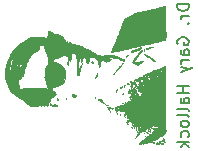
<source format=gbr>
G04 #@! TF.GenerationSoftware,KiCad,Pcbnew,(5.1.4)-1*
G04 #@! TF.CreationDate,2019-11-16T11:33:37-06:00*
G04 #@! TF.ProjectId,TestBoard,54657374-426f-4617-9264-2e6b69636164,rev?*
G04 #@! TF.SameCoordinates,Original*
G04 #@! TF.FileFunction,Legend,Bot*
G04 #@! TF.FilePolarity,Positive*
%FSLAX46Y46*%
G04 Gerber Fmt 4.6, Leading zero omitted, Abs format (unit mm)*
G04 Created by KiCad (PCBNEW (5.1.4)-1) date 2019-11-16 11:33:37*
%MOMM*%
%LPD*%
G04 APERTURE LIST*
%ADD10C,0.150000*%
%ADD11C,0.010000*%
G04 APERTURE END LIST*
D10*
X199452380Y-93500000D02*
X198452380Y-93500000D01*
X198452380Y-93738095D01*
X198500000Y-93880952D01*
X198595238Y-93976190D01*
X198690476Y-94023809D01*
X198880952Y-94071428D01*
X199023809Y-94071428D01*
X199214285Y-94023809D01*
X199309523Y-93976190D01*
X199404761Y-93880952D01*
X199452380Y-93738095D01*
X199452380Y-93500000D01*
X199452380Y-94500000D02*
X198785714Y-94500000D01*
X198976190Y-94500000D02*
X198880952Y-94547619D01*
X198833333Y-94595238D01*
X198785714Y-94690476D01*
X198785714Y-94785714D01*
X199357142Y-95119047D02*
X199404761Y-95166666D01*
X199452380Y-95119047D01*
X199404761Y-95071428D01*
X199357142Y-95119047D01*
X199452380Y-95119047D01*
X198500000Y-96880952D02*
X198452380Y-96785714D01*
X198452380Y-96642857D01*
X198500000Y-96499999D01*
X198595238Y-96404761D01*
X198690476Y-96357142D01*
X198880952Y-96309523D01*
X199023809Y-96309523D01*
X199214285Y-96357142D01*
X199309523Y-96404761D01*
X199404761Y-96499999D01*
X199452380Y-96642857D01*
X199452380Y-96738095D01*
X199404761Y-96880952D01*
X199357142Y-96928571D01*
X199023809Y-96928571D01*
X199023809Y-96738095D01*
X199452380Y-97785714D02*
X198928571Y-97785714D01*
X198833333Y-97738095D01*
X198785714Y-97642857D01*
X198785714Y-97452380D01*
X198833333Y-97357142D01*
X199404761Y-97785714D02*
X199452380Y-97690476D01*
X199452380Y-97452380D01*
X199404761Y-97357142D01*
X199309523Y-97309523D01*
X199214285Y-97309523D01*
X199119047Y-97357142D01*
X199071428Y-97452380D01*
X199071428Y-97690476D01*
X199023809Y-97785714D01*
X199452380Y-98261904D02*
X198785714Y-98261904D01*
X198976190Y-98261904D02*
X198880952Y-98309523D01*
X198833333Y-98357142D01*
X198785714Y-98452380D01*
X198785714Y-98547619D01*
X198785714Y-98785714D02*
X199452380Y-99023809D01*
X198785714Y-99261904D02*
X199452380Y-99023809D01*
X199690476Y-98928571D01*
X199738095Y-98880952D01*
X199785714Y-98785714D01*
X199452380Y-100404761D02*
X198452380Y-100404761D01*
X198928571Y-100404761D02*
X198928571Y-100976190D01*
X199452380Y-100976190D02*
X198452380Y-100976190D01*
X199452380Y-101880952D02*
X198928571Y-101880952D01*
X198833333Y-101833333D01*
X198785714Y-101738095D01*
X198785714Y-101547619D01*
X198833333Y-101452380D01*
X199404761Y-101880952D02*
X199452380Y-101785714D01*
X199452380Y-101547619D01*
X199404761Y-101452380D01*
X199309523Y-101404761D01*
X199214285Y-101404761D01*
X199119047Y-101452380D01*
X199071428Y-101547619D01*
X199071428Y-101785714D01*
X199023809Y-101880952D01*
X199452380Y-102499999D02*
X199404761Y-102404761D01*
X199309523Y-102357142D01*
X198452380Y-102357142D01*
X199452380Y-103023809D02*
X199404761Y-102928571D01*
X199309523Y-102880952D01*
X198452380Y-102880952D01*
X199452380Y-103547619D02*
X199404761Y-103452380D01*
X199357142Y-103404761D01*
X199261904Y-103357142D01*
X198976190Y-103357142D01*
X198880952Y-103404761D01*
X198833333Y-103452380D01*
X198785714Y-103547619D01*
X198785714Y-103690476D01*
X198833333Y-103785714D01*
X198880952Y-103833333D01*
X198976190Y-103880952D01*
X199261904Y-103880952D01*
X199357142Y-103833333D01*
X199404761Y-103785714D01*
X199452380Y-103690476D01*
X199452380Y-103547619D01*
X199404761Y-104738095D02*
X199452380Y-104642857D01*
X199452380Y-104452380D01*
X199404761Y-104357142D01*
X199357142Y-104309523D01*
X199261904Y-104261904D01*
X198976190Y-104261904D01*
X198880952Y-104309523D01*
X198833333Y-104357142D01*
X198785714Y-104452380D01*
X198785714Y-104642857D01*
X198833333Y-104738095D01*
X199452380Y-105166666D02*
X198452380Y-105166666D01*
X199071428Y-105261904D02*
X199452380Y-105547619D01*
X198785714Y-105547619D02*
X199166666Y-105166666D01*
D11*
G36*
X184603572Y-98528285D02*
G01*
X184621715Y-98510143D01*
X184603572Y-98492000D01*
X184585429Y-98510143D01*
X184603572Y-98528285D01*
X184603572Y-98528285D01*
G37*
X184603572Y-98528285D02*
X184621715Y-98510143D01*
X184603572Y-98492000D01*
X184585429Y-98510143D01*
X184603572Y-98528285D01*
G36*
X189133238Y-97101047D02*
G01*
X189154810Y-97096066D01*
X189157429Y-97076857D01*
X189144153Y-97046990D01*
X189133238Y-97052666D01*
X189128896Y-97095729D01*
X189133238Y-97101047D01*
X189133238Y-97101047D01*
G37*
X189133238Y-97101047D02*
X189154810Y-97096066D01*
X189157429Y-97076857D01*
X189144153Y-97046990D01*
X189133238Y-97052666D01*
X189128896Y-97095729D01*
X189133238Y-97101047D01*
G36*
X187703049Y-102012249D02*
G01*
X187797049Y-102071420D01*
X187944338Y-102103065D01*
X188076026Y-102106878D01*
X188220305Y-102097449D01*
X188292697Y-102080120D01*
X188293476Y-102054684D01*
X188222917Y-102020936D01*
X188200549Y-102013262D01*
X188062047Y-101989935D01*
X187938976Y-101996506D01*
X187842143Y-102006334D01*
X187780736Y-101981981D01*
X187737951Y-101935074D01*
X187671328Y-101848428D01*
X187670521Y-101929139D01*
X187703049Y-102012249D01*
X187703049Y-102012249D01*
G37*
X187703049Y-102012249D02*
X187797049Y-102071420D01*
X187944338Y-102103065D01*
X188076026Y-102106878D01*
X188220305Y-102097449D01*
X188292697Y-102080120D01*
X188293476Y-102054684D01*
X188222917Y-102020936D01*
X188200549Y-102013262D01*
X188062047Y-101989935D01*
X187938976Y-101996506D01*
X187842143Y-102006334D01*
X187780736Y-101981981D01*
X187737951Y-101935074D01*
X187671328Y-101848428D01*
X187670521Y-101929139D01*
X187703049Y-102012249D01*
G36*
X188300757Y-101594572D02*
G01*
X188322858Y-101612571D01*
X188356178Y-101605626D01*
X188356593Y-101603500D01*
X188342099Y-101567268D01*
X188322858Y-101521857D01*
X188299005Y-101472886D01*
X188290806Y-101492050D01*
X188289122Y-101530928D01*
X188300757Y-101594572D01*
X188300757Y-101594572D01*
G37*
X188300757Y-101594572D02*
X188322858Y-101612571D01*
X188356178Y-101605626D01*
X188356593Y-101603500D01*
X188342099Y-101567268D01*
X188322858Y-101521857D01*
X188299005Y-101472886D01*
X188290806Y-101492050D01*
X188289122Y-101530928D01*
X188300757Y-101594572D01*
G36*
X189026649Y-101493887D02*
G01*
X189043141Y-101483065D01*
X189045707Y-101446262D01*
X189036845Y-101407544D01*
X189023785Y-101424339D01*
X189019459Y-101481049D01*
X189026649Y-101493887D01*
X189026649Y-101493887D01*
G37*
X189026649Y-101493887D02*
X189043141Y-101483065D01*
X189045707Y-101446262D01*
X189036845Y-101407544D01*
X189023785Y-101424339D01*
X189019459Y-101481049D01*
X189026649Y-101493887D01*
G36*
X189165395Y-98541470D02*
G01*
X189204079Y-98650623D01*
X189207224Y-98655085D01*
X189232795Y-98682353D01*
X189247261Y-98669756D01*
X189253121Y-98606810D01*
X189252879Y-98483027D01*
X189252581Y-98464924D01*
X189248809Y-98334497D01*
X189241445Y-98267087D01*
X189227901Y-98253144D01*
X189205591Y-98283122D01*
X189204072Y-98285832D01*
X189165292Y-98408042D01*
X189165395Y-98541470D01*
X189165395Y-98541470D01*
G37*
X189165395Y-98541470D02*
X189204079Y-98650623D01*
X189207224Y-98655085D01*
X189232795Y-98682353D01*
X189247261Y-98669756D01*
X189253121Y-98606810D01*
X189252879Y-98483027D01*
X189252581Y-98464924D01*
X189248809Y-98334497D01*
X189241445Y-98267087D01*
X189227901Y-98253144D01*
X189205591Y-98283122D01*
X189204072Y-98285832D01*
X189165292Y-98408042D01*
X189165395Y-98541470D01*
G36*
X189565186Y-101266478D02*
G01*
X189610630Y-101343750D01*
X189662373Y-101390758D01*
X189679610Y-101394857D01*
X189738543Y-101374076D01*
X189815675Y-101324877D01*
X189884595Y-101266977D01*
X189918891Y-101220095D01*
X189919429Y-101215827D01*
X189889147Y-101200457D01*
X189827209Y-101204835D01*
X189758287Y-101206284D01*
X189745566Y-101173451D01*
X189724892Y-101133566D01*
X189663400Y-101111078D01*
X189591988Y-101112257D01*
X189549299Y-101133616D01*
X189540067Y-101187060D01*
X189565186Y-101266478D01*
X189565186Y-101266478D01*
G37*
X189565186Y-101266478D02*
X189610630Y-101343750D01*
X189662373Y-101390758D01*
X189679610Y-101394857D01*
X189738543Y-101374076D01*
X189815675Y-101324877D01*
X189884595Y-101266977D01*
X189918891Y-101220095D01*
X189919429Y-101215827D01*
X189889147Y-101200457D01*
X189827209Y-101204835D01*
X189758287Y-101206284D01*
X189745566Y-101173451D01*
X189724892Y-101133566D01*
X189663400Y-101111078D01*
X189591988Y-101112257D01*
X189549299Y-101133616D01*
X189540067Y-101187060D01*
X189565186Y-101266478D01*
G36*
X190325000Y-98380535D02*
G01*
X190350084Y-98354159D01*
X190354857Y-98346857D01*
X190386911Y-98280375D01*
X190381584Y-98248643D01*
X190354857Y-98256143D01*
X190323285Y-98307926D01*
X190319127Y-98339927D01*
X190325000Y-98380535D01*
X190325000Y-98380535D01*
G37*
X190325000Y-98380535D02*
X190350084Y-98354159D01*
X190354857Y-98346857D01*
X190386911Y-98280375D01*
X190381584Y-98248643D01*
X190354857Y-98256143D01*
X190323285Y-98307926D01*
X190319127Y-98339927D01*
X190325000Y-98380535D01*
G36*
X190403238Y-98552476D02*
G01*
X190424810Y-98547495D01*
X190427429Y-98528285D01*
X190414153Y-98498418D01*
X190403238Y-98504095D01*
X190398896Y-98547158D01*
X190403238Y-98552476D01*
X190403238Y-98552476D01*
G37*
X190403238Y-98552476D02*
X190424810Y-98547495D01*
X190427429Y-98528285D01*
X190414153Y-98498418D01*
X190403238Y-98504095D01*
X190398896Y-98547158D01*
X190403238Y-98552476D01*
G36*
X191224726Y-98403946D02*
G01*
X191234136Y-98419428D01*
X191279772Y-98475964D01*
X191307014Y-98492000D01*
X191331267Y-98464500D01*
X191329897Y-98408612D01*
X191310381Y-98371047D01*
X191255376Y-98348286D01*
X191237502Y-98346857D01*
X191207537Y-98358160D01*
X191224726Y-98403946D01*
X191224726Y-98403946D01*
G37*
X191224726Y-98403946D02*
X191234136Y-98419428D01*
X191279772Y-98475964D01*
X191307014Y-98492000D01*
X191331267Y-98464500D01*
X191329897Y-98408612D01*
X191310381Y-98371047D01*
X191255376Y-98348286D01*
X191237502Y-98346857D01*
X191207537Y-98358160D01*
X191224726Y-98403946D01*
G36*
X191534143Y-101431143D02*
G01*
X191552286Y-101413000D01*
X191534143Y-101394857D01*
X191516000Y-101413000D01*
X191534143Y-101431143D01*
X191534143Y-101431143D01*
G37*
X191534143Y-101431143D02*
X191552286Y-101413000D01*
X191534143Y-101394857D01*
X191516000Y-101413000D01*
X191534143Y-101431143D01*
G36*
X191523129Y-99727528D02*
G01*
X191548504Y-99738420D01*
X191588901Y-99699315D01*
X191633726Y-99628113D01*
X191672382Y-99542718D01*
X191694276Y-99461030D01*
X191696007Y-99435428D01*
X191694857Y-99344714D01*
X191643000Y-99435428D01*
X191603870Y-99523450D01*
X191589858Y-99586619D01*
X191567215Y-99646652D01*
X191546843Y-99661005D01*
X191519604Y-99700978D01*
X191523129Y-99727528D01*
X191523129Y-99727528D01*
G37*
X191523129Y-99727528D02*
X191548504Y-99738420D01*
X191588901Y-99699315D01*
X191633726Y-99628113D01*
X191672382Y-99542718D01*
X191694276Y-99461030D01*
X191696007Y-99435428D01*
X191694857Y-99344714D01*
X191643000Y-99435428D01*
X191603870Y-99523450D01*
X191589858Y-99586619D01*
X191567215Y-99646652D01*
X191546843Y-99661005D01*
X191519604Y-99700978D01*
X191523129Y-99727528D01*
G36*
X191897000Y-101540000D02*
G01*
X191915143Y-101521857D01*
X191897000Y-101503714D01*
X191878857Y-101521857D01*
X191897000Y-101540000D01*
X191897000Y-101540000D01*
G37*
X191897000Y-101540000D02*
X191915143Y-101521857D01*
X191897000Y-101503714D01*
X191878857Y-101521857D01*
X191897000Y-101540000D01*
G36*
X191769041Y-101593273D02*
G01*
X191824761Y-101639696D01*
X191853229Y-101648857D01*
X191907804Y-101671115D01*
X191955034Y-101706548D01*
X192030256Y-101744622D01*
X192085930Y-101724893D01*
X192102593Y-101659587D01*
X192092737Y-101620055D01*
X192059019Y-101562526D01*
X192009479Y-101565399D01*
X191990672Y-101574703D01*
X191890653Y-101593098D01*
X191821402Y-101575135D01*
X191756436Y-101553598D01*
X191747691Y-101564731D01*
X191769041Y-101593273D01*
X191769041Y-101593273D01*
G37*
X191769041Y-101593273D02*
X191824761Y-101639696D01*
X191853229Y-101648857D01*
X191907804Y-101671115D01*
X191955034Y-101706548D01*
X192030256Y-101744622D01*
X192085930Y-101724893D01*
X192102593Y-101659587D01*
X192092737Y-101620055D01*
X192059019Y-101562526D01*
X192009479Y-101565399D01*
X191990672Y-101574703D01*
X191890653Y-101593098D01*
X191821402Y-101575135D01*
X191756436Y-101553598D01*
X191747691Y-101564731D01*
X191769041Y-101593273D01*
G36*
X192175947Y-101852640D02*
G01*
X192241381Y-101891416D01*
X192283508Y-101891790D01*
X192307673Y-101871314D01*
X192296143Y-101865139D01*
X192236153Y-101861812D01*
X192232643Y-101862274D01*
X192206286Y-101839174D01*
X192205429Y-101830286D01*
X192176904Y-101796342D01*
X192161368Y-101794000D01*
X192144780Y-101812407D01*
X192175947Y-101852640D01*
X192175947Y-101852640D01*
G37*
X192175947Y-101852640D02*
X192241381Y-101891416D01*
X192283508Y-101891790D01*
X192307673Y-101871314D01*
X192296143Y-101865139D01*
X192236153Y-101861812D01*
X192232643Y-101862274D01*
X192206286Y-101839174D01*
X192205429Y-101830286D01*
X192176904Y-101796342D01*
X192161368Y-101794000D01*
X192144780Y-101812407D01*
X192175947Y-101852640D01*
G36*
X192365250Y-101969822D02*
G01*
X192401786Y-102008776D01*
X192422790Y-102000785D01*
X192423143Y-101995713D01*
X192397370Y-101965022D01*
X192381251Y-101953821D01*
X192356421Y-101949544D01*
X192365250Y-101969822D01*
X192365250Y-101969822D01*
G37*
X192365250Y-101969822D02*
X192401786Y-102008776D01*
X192422790Y-102000785D01*
X192423143Y-101995713D01*
X192397370Y-101965022D01*
X192381251Y-101953821D01*
X192356421Y-101949544D01*
X192365250Y-101969822D01*
G36*
X192477572Y-102048000D02*
G01*
X192495715Y-102029857D01*
X192477572Y-102011714D01*
X192459429Y-102029857D01*
X192477572Y-102048000D01*
X192477572Y-102048000D01*
G37*
X192477572Y-102048000D02*
X192495715Y-102029857D01*
X192477572Y-102011714D01*
X192459429Y-102029857D01*
X192477572Y-102048000D01*
G36*
X192622715Y-102048000D02*
G01*
X192640858Y-102029857D01*
X192622715Y-102011714D01*
X192604572Y-102029857D01*
X192622715Y-102048000D01*
X192622715Y-102048000D01*
G37*
X192622715Y-102048000D02*
X192640858Y-102029857D01*
X192622715Y-102011714D01*
X192604572Y-102029857D01*
X192622715Y-102048000D01*
G36*
X192767858Y-102592286D02*
G01*
X192786000Y-102574143D01*
X192767858Y-102556000D01*
X192749715Y-102574143D01*
X192767858Y-102592286D01*
X192767858Y-102592286D01*
G37*
X192767858Y-102592286D02*
X192786000Y-102574143D01*
X192767858Y-102556000D01*
X192749715Y-102574143D01*
X192767858Y-102592286D01*
G36*
X192591057Y-102300361D02*
G01*
X192641055Y-102379623D01*
X192713825Y-102465286D01*
X192679937Y-102369964D01*
X192662891Y-102301338D01*
X192684267Y-102279188D01*
X192703048Y-102279250D01*
X192761711Y-102254405D01*
X192775786Y-102229428D01*
X192782813Y-102193912D01*
X192760026Y-102220360D01*
X192754692Y-102227986D01*
X192719941Y-102259322D01*
X192675359Y-102240796D01*
X192643073Y-102213290D01*
X192589343Y-102168276D01*
X192570521Y-102174184D01*
X192568286Y-102219785D01*
X192591057Y-102300361D01*
X192591057Y-102300361D01*
G37*
X192591057Y-102300361D02*
X192641055Y-102379623D01*
X192713825Y-102465286D01*
X192679937Y-102369964D01*
X192662891Y-102301338D01*
X192684267Y-102279188D01*
X192703048Y-102279250D01*
X192761711Y-102254405D01*
X192775786Y-102229428D01*
X192782813Y-102193912D01*
X192760026Y-102220360D01*
X192754692Y-102227986D01*
X192719941Y-102259322D01*
X192675359Y-102240796D01*
X192643073Y-102213290D01*
X192589343Y-102168276D01*
X192570521Y-102174184D01*
X192568286Y-102219785D01*
X192591057Y-102300361D01*
G36*
X192876715Y-102302000D02*
G01*
X192909321Y-102336616D01*
X192915142Y-102338286D01*
X192930727Y-102310212D01*
X192931143Y-102302000D01*
X192903248Y-102267108D01*
X192892716Y-102265714D01*
X192871045Y-102287944D01*
X192876715Y-102302000D01*
X192876715Y-102302000D01*
G37*
X192876715Y-102302000D02*
X192909321Y-102336616D01*
X192915142Y-102338286D01*
X192930727Y-102310212D01*
X192931143Y-102302000D01*
X192903248Y-102267108D01*
X192892716Y-102265714D01*
X192871045Y-102287944D01*
X192876715Y-102302000D01*
G36*
X193015810Y-102289905D02*
G01*
X193058873Y-102294247D01*
X193064191Y-102289905D01*
X193059210Y-102268333D01*
X193040000Y-102265714D01*
X193010133Y-102278990D01*
X193015810Y-102289905D01*
X193015810Y-102289905D01*
G37*
X193015810Y-102289905D02*
X193058873Y-102294247D01*
X193064191Y-102289905D01*
X193059210Y-102268333D01*
X193040000Y-102265714D01*
X193010133Y-102278990D01*
X193015810Y-102289905D01*
G36*
X193094429Y-99399143D02*
G01*
X193112572Y-99381000D01*
X193094429Y-99362857D01*
X193076286Y-99381000D01*
X193094429Y-99399143D01*
X193094429Y-99399143D01*
G37*
X193094429Y-99399143D02*
X193112572Y-99381000D01*
X193094429Y-99362857D01*
X193076286Y-99381000D01*
X193094429Y-99399143D01*
G36*
X193269969Y-100932214D02*
G01*
X193283213Y-100936772D01*
X193288271Y-100886857D01*
X193282569Y-100835345D01*
X193269969Y-100841500D01*
X193265176Y-100915789D01*
X193269969Y-100932214D01*
X193269969Y-100932214D01*
G37*
X193269969Y-100932214D02*
X193283213Y-100936772D01*
X193288271Y-100886857D01*
X193282569Y-100835345D01*
X193269969Y-100841500D01*
X193265176Y-100915789D01*
X193269969Y-100932214D01*
G36*
X193204209Y-99242612D02*
G01*
X193230500Y-99222343D01*
X193286913Y-99169380D01*
X193286668Y-99145738D01*
X193280300Y-99145143D01*
X193250011Y-99169939D01*
X193216800Y-99208643D01*
X193185419Y-99251623D01*
X193204209Y-99242612D01*
X193204209Y-99242612D01*
G37*
X193204209Y-99242612D02*
X193230500Y-99222343D01*
X193286913Y-99169380D01*
X193286668Y-99145738D01*
X193280300Y-99145143D01*
X193250011Y-99169939D01*
X193216800Y-99208643D01*
X193185419Y-99251623D01*
X193204209Y-99242612D01*
G36*
X193344649Y-102800172D02*
G01*
X193361141Y-102789351D01*
X193363707Y-102752547D01*
X193354845Y-102713829D01*
X193341785Y-102730625D01*
X193337459Y-102787335D01*
X193344649Y-102800172D01*
X193344649Y-102800172D01*
G37*
X193344649Y-102800172D02*
X193361141Y-102789351D01*
X193363707Y-102752547D01*
X193354845Y-102713829D01*
X193341785Y-102730625D01*
X193337459Y-102787335D01*
X193344649Y-102800172D01*
G36*
X193348429Y-100741714D02*
G01*
X193366572Y-100723571D01*
X193348429Y-100705428D01*
X193330286Y-100723571D01*
X193348429Y-100741714D01*
X193348429Y-100741714D01*
G37*
X193348429Y-100741714D02*
X193366572Y-100723571D01*
X193348429Y-100705428D01*
X193330286Y-100723571D01*
X193348429Y-100741714D01*
G36*
X193638715Y-102846286D02*
G01*
X193656858Y-102828143D01*
X193638715Y-102810000D01*
X193620572Y-102828143D01*
X193638715Y-102846286D01*
X193638715Y-102846286D01*
G37*
X193638715Y-102846286D02*
X193656858Y-102828143D01*
X193638715Y-102810000D01*
X193620572Y-102828143D01*
X193638715Y-102846286D01*
G36*
X193664621Y-100590555D02*
G01*
X193671118Y-100596571D01*
X193694515Y-100568197D01*
X193706265Y-100542143D01*
X193707019Y-100495419D01*
X193692004Y-100487714D01*
X193660817Y-100517121D01*
X193656858Y-100542143D01*
X193664621Y-100590555D01*
X193664621Y-100590555D01*
G37*
X193664621Y-100590555D02*
X193671118Y-100596571D01*
X193694515Y-100568197D01*
X193706265Y-100542143D01*
X193707019Y-100495419D01*
X193692004Y-100487714D01*
X193660817Y-100517121D01*
X193656858Y-100542143D01*
X193664621Y-100590555D01*
G36*
X193820143Y-101104571D02*
G01*
X193838286Y-101086428D01*
X193820143Y-101068285D01*
X193802000Y-101086428D01*
X193820143Y-101104571D01*
X193820143Y-101104571D01*
G37*
X193820143Y-101104571D02*
X193838286Y-101086428D01*
X193820143Y-101068285D01*
X193802000Y-101086428D01*
X193820143Y-101104571D01*
G36*
X193785407Y-100490221D02*
G01*
X193815192Y-100521909D01*
X193825975Y-100484575D01*
X193826191Y-100471167D01*
X193810178Y-100434776D01*
X193795361Y-100437389D01*
X193780642Y-100479463D01*
X193785407Y-100490221D01*
X193785407Y-100490221D01*
G37*
X193785407Y-100490221D02*
X193815192Y-100521909D01*
X193825975Y-100484575D01*
X193826191Y-100471167D01*
X193810178Y-100434776D01*
X193795361Y-100437389D01*
X193780642Y-100479463D01*
X193785407Y-100490221D01*
G36*
X193324188Y-99104326D02*
G01*
X193381695Y-99059129D01*
X193471474Y-98968632D01*
X193530168Y-98903803D01*
X193630152Y-98786622D01*
X193723312Y-98670537D01*
X193800098Y-98568366D01*
X193850961Y-98492924D01*
X193866351Y-98457031D01*
X193864023Y-98455714D01*
X193832734Y-98478323D01*
X193763495Y-98537543D01*
X193673005Y-98619000D01*
X193587340Y-98700712D01*
X193532307Y-98759277D01*
X193519558Y-98782274D01*
X193519844Y-98782285D01*
X193514276Y-98805230D01*
X193469855Y-98862296D01*
X193452009Y-98882071D01*
X193380564Y-98966198D01*
X193328964Y-99039130D01*
X193325465Y-99045357D01*
X193303821Y-99100858D01*
X193324188Y-99104326D01*
X193324188Y-99104326D01*
G37*
X193324188Y-99104326D02*
X193381695Y-99059129D01*
X193471474Y-98968632D01*
X193530168Y-98903803D01*
X193630152Y-98786622D01*
X193723312Y-98670537D01*
X193800098Y-98568366D01*
X193850961Y-98492924D01*
X193866351Y-98457031D01*
X193864023Y-98455714D01*
X193832734Y-98478323D01*
X193763495Y-98537543D01*
X193673005Y-98619000D01*
X193587340Y-98700712D01*
X193532307Y-98759277D01*
X193519558Y-98782274D01*
X193519844Y-98782285D01*
X193514276Y-98805230D01*
X193469855Y-98862296D01*
X193452009Y-98882071D01*
X193380564Y-98966198D01*
X193328964Y-99039130D01*
X193325465Y-99045357D01*
X193303821Y-99100858D01*
X193324188Y-99104326D01*
G36*
X193865899Y-101901803D02*
G01*
X193874572Y-101902857D01*
X193909803Y-101875244D01*
X193910858Y-101866571D01*
X193883245Y-101831340D01*
X193874572Y-101830286D01*
X193839340Y-101857898D01*
X193838286Y-101866571D01*
X193865899Y-101901803D01*
X193865899Y-101901803D01*
G37*
X193865899Y-101901803D02*
X193874572Y-101902857D01*
X193909803Y-101875244D01*
X193910858Y-101866571D01*
X193883245Y-101831340D01*
X193874572Y-101830286D01*
X193839340Y-101857898D01*
X193838286Y-101866571D01*
X193865899Y-101901803D01*
G36*
X193886667Y-101092476D02*
G01*
X193908239Y-101087495D01*
X193910858Y-101068285D01*
X193897581Y-101038418D01*
X193886667Y-101044095D01*
X193882324Y-101087158D01*
X193886667Y-101092476D01*
X193886667Y-101092476D01*
G37*
X193886667Y-101092476D02*
X193908239Y-101087495D01*
X193910858Y-101068285D01*
X193897581Y-101038418D01*
X193886667Y-101044095D01*
X193882324Y-101087158D01*
X193886667Y-101092476D01*
G36*
X193965286Y-100487714D02*
G01*
X193983429Y-100469571D01*
X193965286Y-100451428D01*
X193947143Y-100469571D01*
X193965286Y-100487714D01*
X193965286Y-100487714D01*
G37*
X193965286Y-100487714D02*
X193983429Y-100469571D01*
X193965286Y-100451428D01*
X193947143Y-100469571D01*
X193965286Y-100487714D01*
G36*
X183898888Y-99767859D02*
G01*
X183950575Y-99976451D01*
X184023009Y-100193176D01*
X184111561Y-100399485D01*
X184115365Y-100407244D01*
X184261230Y-100657709D01*
X184440519Y-100893818D01*
X184640518Y-101102735D01*
X184848513Y-101271623D01*
X185051790Y-101387645D01*
X185108115Y-101409595D01*
X185190818Y-101453697D01*
X185305539Y-101535107D01*
X185433119Y-101639678D01*
X185493710Y-101694328D01*
X185664668Y-101846554D01*
X185811665Y-101955061D01*
X185955560Y-102029067D01*
X186117208Y-102077791D01*
X186317466Y-102110453D01*
X186472286Y-102126880D01*
X186551731Y-102128662D01*
X186612800Y-102126287D01*
X186670777Y-102113911D01*
X186666030Y-102081597D01*
X186658294Y-102071661D01*
X186643365Y-102036876D01*
X186684685Y-102022066D01*
X186726423Y-102019659D01*
X186802751Y-102026591D01*
X186835135Y-102047602D01*
X186835143Y-102048000D01*
X186866587Y-102069305D01*
X186942177Y-102076388D01*
X187015318Y-102062661D01*
X187042028Y-102033848D01*
X187041963Y-102033458D01*
X187065885Y-102001300D01*
X187107286Y-101993571D01*
X187162906Y-102013961D01*
X187168739Y-102045071D01*
X187170067Y-102077425D01*
X187208299Y-102054500D01*
X187210865Y-102052380D01*
X187266315Y-102029020D01*
X187287626Y-102046238D01*
X187337539Y-102073671D01*
X187417856Y-102084286D01*
X187492939Y-102075344D01*
X187521053Y-102033225D01*
X187524572Y-101973043D01*
X187536931Y-101865806D01*
X187580453Y-101761711D01*
X187664799Y-101641875D01*
X187738365Y-101555308D01*
X187826726Y-101451937D01*
X187904742Y-101354856D01*
X187933585Y-101316083D01*
X188011462Y-101231894D01*
X188085987Y-101177685D01*
X188174090Y-101130533D01*
X188091398Y-100981481D01*
X188016646Y-100876725D01*
X187942004Y-100823666D01*
X187929925Y-100820833D01*
X187864528Y-100784431D01*
X187851143Y-100729121D01*
X187873668Y-100620720D01*
X187946659Y-100537429D01*
X188078239Y-100472506D01*
X188205070Y-100435474D01*
X188356306Y-100391629D01*
X188501514Y-100338405D01*
X188594453Y-100294985D01*
X188770701Y-100156094D01*
X188898293Y-99968143D01*
X188974674Y-99738120D01*
X188997291Y-99473009D01*
X188976505Y-99249613D01*
X188951374Y-99111745D01*
X188921843Y-99016132D01*
X188874326Y-98937514D01*
X188795238Y-98850630D01*
X188725174Y-98782285D01*
X188602871Y-98673528D01*
X188477630Y-98584715D01*
X188329484Y-98504023D01*
X188138466Y-98419626D01*
X188057507Y-98386913D01*
X187985830Y-98345606D01*
X187964300Y-98282618D01*
X187966792Y-98231625D01*
X187976692Y-98174160D01*
X188002320Y-98132637D01*
X188057997Y-98096962D01*
X188158041Y-98057047D01*
X188268429Y-98019057D01*
X188434978Y-97961215D01*
X188603942Y-97899783D01*
X188741452Y-97847103D01*
X188753113Y-97842409D01*
X188947511Y-97763619D01*
X189070613Y-97857513D01*
X189146979Y-97925970D01*
X189190133Y-97984457D01*
X189193715Y-97998437D01*
X189215876Y-98057742D01*
X189266286Y-98129143D01*
X189317876Y-98197798D01*
X189338857Y-98243552D01*
X189354055Y-98275897D01*
X189393133Y-98251399D01*
X189446316Y-98177511D01*
X189462077Y-98149593D01*
X189509655Y-98014531D01*
X189504673Y-97894007D01*
X189492790Y-97752852D01*
X189523728Y-97664141D01*
X189601496Y-97618996D01*
X189631617Y-97613040D01*
X189732452Y-97619118D01*
X189814909Y-97672342D01*
X189880061Y-97776591D01*
X189928982Y-97935748D01*
X189962746Y-98153692D01*
X189982425Y-98434305D01*
X189989094Y-98781467D01*
X189988684Y-98903717D01*
X189989493Y-99118753D01*
X189995165Y-99292339D01*
X190005143Y-99414649D01*
X190018868Y-99475851D01*
X190021371Y-99479313D01*
X190076225Y-99498390D01*
X190119134Y-99467579D01*
X190121678Y-99411178D01*
X190123341Y-99347801D01*
X190151426Y-99250314D01*
X190169524Y-99206205D01*
X190218906Y-99079816D01*
X190256691Y-98954593D01*
X190262743Y-98927428D01*
X190284869Y-98822446D01*
X190304599Y-98740476D01*
X190305583Y-98736928D01*
X190313619Y-98677914D01*
X190295371Y-98671487D01*
X190262049Y-98708101D01*
X190224864Y-98778208D01*
X190209715Y-98818571D01*
X190174284Y-98908037D01*
X190142611Y-98959122D01*
X190134218Y-98963714D01*
X190103076Y-98930989D01*
X190079657Y-98846504D01*
X190065366Y-98730795D01*
X190061608Y-98604398D01*
X190069788Y-98487849D01*
X190091311Y-98401684D01*
X190095228Y-98393662D01*
X190129434Y-98292174D01*
X190137143Y-98226685D01*
X190158291Y-98133943D01*
X190211147Y-98084312D01*
X190279828Y-98092149D01*
X190283503Y-98094377D01*
X190350238Y-98125835D01*
X190372103Y-98102185D01*
X190363311Y-98047500D01*
X190353375Y-97991308D01*
X190377786Y-97996055D01*
X190406523Y-98018587D01*
X190454082Y-98051153D01*
X190465331Y-98028545D01*
X190463066Y-98000444D01*
X190457357Y-97893851D01*
X190472535Y-97853596D01*
X190511037Y-97875830D01*
X190529146Y-97896068D01*
X190587364Y-97947956D01*
X190627724Y-97959877D01*
X190666258Y-97979649D01*
X190705458Y-98041282D01*
X190731585Y-98115511D01*
X190730900Y-98173071D01*
X190729242Y-98176132D01*
X190729862Y-98195051D01*
X190753655Y-98183785D01*
X190784666Y-98179082D01*
X190785960Y-98229932D01*
X190781661Y-98254806D01*
X190783126Y-98362816D01*
X190807322Y-98441340D01*
X190843502Y-98499809D01*
X190874987Y-98498062D01*
X190907484Y-98464497D01*
X190946404Y-98390620D01*
X190978696Y-98279752D01*
X190986907Y-98233828D01*
X191011036Y-98118661D01*
X191043263Y-98026984D01*
X191055969Y-98004841D01*
X191138463Y-97948142D01*
X191254770Y-97943650D01*
X191392529Y-97987583D01*
X191539378Y-98076160D01*
X191671117Y-98193028D01*
X191743953Y-98307404D01*
X191802875Y-98475393D01*
X191842115Y-98678495D01*
X191851473Y-98771618D01*
X191863027Y-98812400D01*
X191883204Y-98794016D01*
X191906562Y-98728494D01*
X191927659Y-98627863D01*
X191932847Y-98591745D01*
X191961955Y-98429988D01*
X192001027Y-98302107D01*
X192044860Y-98222031D01*
X192078504Y-98201714D01*
X192129288Y-98217677D01*
X192219448Y-98258573D01*
X192285338Y-98292236D01*
X192398323Y-98343371D01*
X192465791Y-98353716D01*
X192478603Y-98345189D01*
X192527633Y-98323261D01*
X192567691Y-98328525D01*
X192646087Y-98316604D01*
X192750476Y-98242624D01*
X192754153Y-98239287D01*
X192824038Y-98172148D01*
X192843177Y-98139608D01*
X192816382Y-98129576D01*
X192797969Y-98129143D01*
X192726480Y-98105391D01*
X192699425Y-98072414D01*
X192664598Y-98034135D01*
X192643621Y-98036720D01*
X192597529Y-98031121D01*
X192583247Y-98015138D01*
X192599359Y-97993913D01*
X192672194Y-97984754D01*
X192787150Y-97986343D01*
X192929622Y-97997363D01*
X193085008Y-98016496D01*
X193238704Y-98042425D01*
X193376107Y-98073831D01*
X193437142Y-98092183D01*
X193577890Y-98147265D01*
X193708097Y-98211015D01*
X193783453Y-98258294D01*
X193888345Y-98327308D01*
X193952343Y-98340509D01*
X193980793Y-98298016D01*
X193983429Y-98262769D01*
X193972437Y-98211393D01*
X193929040Y-98172117D01*
X193837602Y-98133735D01*
X193774786Y-98113194D01*
X193632004Y-98061657D01*
X193463552Y-97991227D01*
X193316396Y-97922256D01*
X193182424Y-97857915D01*
X193083349Y-97822588D01*
X192990519Y-97810243D01*
X192875282Y-97814849D01*
X192826539Y-97819146D01*
X192683257Y-97829070D01*
X192497273Y-97837231D01*
X192298455Y-97842464D01*
X192196615Y-97843663D01*
X192013614Y-97842670D01*
X191885825Y-97835659D01*
X191795980Y-97820199D01*
X191726808Y-97793860D01*
X191688615Y-97772179D01*
X191567977Y-97700406D01*
X191400309Y-97605221D01*
X191203219Y-97496211D01*
X190994314Y-97382961D01*
X190791202Y-97275054D01*
X190611490Y-97182076D01*
X190526141Y-97139368D01*
X190381746Y-97076740D01*
X190211781Y-97015732D01*
X190032908Y-96960830D01*
X189861788Y-96916520D01*
X189715083Y-96887288D01*
X189708972Y-96886729D01*
X189708972Y-97040571D01*
X189737399Y-97061318D01*
X189714910Y-97113922D01*
X189665429Y-97167571D01*
X189612544Y-97207779D01*
X189593804Y-97195365D01*
X189592857Y-97180452D01*
X189617209Y-97111073D01*
X189671084Y-97054301D01*
X189708972Y-97040571D01*
X189708972Y-96886729D01*
X189609455Y-96877620D01*
X189573345Y-96882832D01*
X189522355Y-96868729D01*
X189465546Y-96809315D01*
X189464385Y-96807560D01*
X189447715Y-96787570D01*
X189447715Y-96895428D01*
X189482946Y-96923041D01*
X189484000Y-96931714D01*
X189456388Y-96966945D01*
X189447715Y-96968000D01*
X189412483Y-96940387D01*
X189411429Y-96931714D01*
X189439041Y-96896483D01*
X189447715Y-96895428D01*
X189447715Y-96787570D01*
X189418316Y-96752314D01*
X189372958Y-96717020D01*
X189345334Y-96710757D01*
X189352466Y-96742602D01*
X189357000Y-96750285D01*
X189348384Y-96781027D01*
X189320715Y-96786571D01*
X189314667Y-96783659D01*
X189314667Y-96907524D01*
X189336239Y-96912505D01*
X189338857Y-96931714D01*
X189325581Y-96961581D01*
X189314667Y-96955905D01*
X189310324Y-96912842D01*
X189314667Y-96907524D01*
X189314667Y-96783659D01*
X189281425Y-96767653D01*
X189287611Y-96741214D01*
X189297557Y-96714513D01*
X189267939Y-96737628D01*
X189240046Y-96806987D01*
X189251319Y-96900913D01*
X189268799Y-97000115D01*
X189271963Y-97074312D01*
X189271619Y-97076857D01*
X189270240Y-97112596D01*
X189293934Y-97085526D01*
X189299086Y-97077908D01*
X189339714Y-97043644D01*
X189357927Y-97047545D01*
X189355878Y-97090032D01*
X189320221Y-97163057D01*
X189314543Y-97171946D01*
X189248143Y-97273332D01*
X189211857Y-96969197D01*
X189188124Y-96812625D01*
X189160968Y-96702796D01*
X189133491Y-96651839D01*
X189130215Y-96650221D01*
X189109024Y-96654980D01*
X189109024Y-96869086D01*
X189149540Y-96883616D01*
X189175545Y-96961540D01*
X189188208Y-97106692D01*
X189188950Y-97131286D01*
X189186434Y-97218397D01*
X189171776Y-97238075D01*
X189158737Y-97222873D01*
X189129379Y-97195602D01*
X189101454Y-97228572D01*
X189087976Y-97259159D01*
X189068680Y-97294880D01*
X189058774Y-97277815D01*
X189056750Y-97200548D01*
X189058898Y-97116023D01*
X189069648Y-96982596D01*
X189089696Y-96895275D01*
X189109024Y-96869086D01*
X189109024Y-96654980D01*
X189089154Y-96659444D01*
X189084857Y-96674690D01*
X189059008Y-96712332D01*
X189048572Y-96714000D01*
X189015449Y-96685037D01*
X189012286Y-96665146D01*
X188987785Y-96570804D01*
X188924568Y-96454591D01*
X188838061Y-96342962D01*
X188805040Y-96309779D01*
X188755167Y-96269741D01*
X188687682Y-96229231D01*
X188592120Y-96183611D01*
X188458015Y-96128243D01*
X188274902Y-96058487D01*
X188062409Y-95980609D01*
X187964985Y-95928412D01*
X187902571Y-95876113D01*
X187804379Y-95819548D01*
X187702852Y-95806857D01*
X187565808Y-95806857D01*
X187505233Y-96079127D01*
X187472848Y-96211112D01*
X187442180Y-96313028D01*
X187418999Y-96366134D01*
X187415899Y-96369172D01*
X187367380Y-96367401D01*
X187280715Y-96341501D01*
X187247212Y-96328284D01*
X187119752Y-96294940D01*
X187107290Y-96293525D01*
X187107290Y-96884238D01*
X187139574Y-96919978D01*
X187186262Y-97010981D01*
X187232281Y-97130459D01*
X187270343Y-97254668D01*
X187293161Y-97359866D01*
X187293613Y-97421891D01*
X187289026Y-97468615D01*
X187299683Y-97476000D01*
X187340791Y-97508371D01*
X187390383Y-97593376D01*
X187440994Y-97712851D01*
X187485162Y-97848633D01*
X187515420Y-97982557D01*
X187519631Y-98011214D01*
X187528652Y-98140487D01*
X187527969Y-98291567D01*
X187519112Y-98444315D01*
X187503612Y-98578589D01*
X187482999Y-98674250D01*
X187466747Y-98707062D01*
X187414783Y-98727642D01*
X187409317Y-98727857D01*
X187368600Y-98761842D01*
X187329154Y-98854666D01*
X187294557Y-98992635D01*
X187268388Y-99162054D01*
X187255677Y-99315837D01*
X187246363Y-99457793D01*
X187234916Y-99571885D01*
X187223421Y-99638596D01*
X187220395Y-99646264D01*
X187223691Y-99694682D01*
X187253754Y-99784241D01*
X187285682Y-99856570D01*
X187334858Y-99978853D01*
X187387268Y-100141058D01*
X187432930Y-100311750D01*
X187440025Y-100342571D01*
X187476835Y-100495568D01*
X187507878Y-100590038D01*
X187539013Y-100639088D01*
X187576099Y-100655824D01*
X187580211Y-100656214D01*
X187663693Y-100662580D01*
X187696929Y-100665286D01*
X187738463Y-100690344D01*
X187730979Y-100728248D01*
X187693262Y-100741714D01*
X187681810Y-100738523D01*
X187681810Y-101116666D01*
X187703382Y-101121647D01*
X187706000Y-101140857D01*
X187692724Y-101170724D01*
X187681810Y-101165047D01*
X187677467Y-101121985D01*
X187681810Y-101116666D01*
X187681810Y-100738523D01*
X187635323Y-100725569D01*
X187539656Y-100684158D01*
X187470072Y-100649109D01*
X187353010Y-100596449D01*
X187270156Y-100571371D01*
X187270156Y-101268114D01*
X187290776Y-101273954D01*
X187284417Y-101302258D01*
X187288009Y-101351280D01*
X187312047Y-101360092D01*
X187311284Y-101375115D01*
X187266762Y-101409802D01*
X187199541Y-101451188D01*
X187166601Y-101467987D01*
X187166601Y-101578836D01*
X187173378Y-101578849D01*
X187288715Y-101581412D01*
X187129211Y-101652178D01*
X187033558Y-101690650D01*
X186969069Y-101709170D01*
X186955126Y-101708364D01*
X186957708Y-101672193D01*
X187008407Y-101629889D01*
X187085334Y-101594440D01*
X187166601Y-101578836D01*
X187166601Y-101467987D01*
X187130684Y-101486306D01*
X187081254Y-101502191D01*
X187081211Y-101502193D01*
X187069056Y-101476666D01*
X187076021Y-101449286D01*
X187125505Y-101403393D01*
X187165597Y-101394857D01*
X187222284Y-101372008D01*
X187234286Y-101342570D01*
X187256131Y-101280969D01*
X187270156Y-101268114D01*
X187270156Y-100571371D01*
X187246164Y-100564108D01*
X187201596Y-100558993D01*
X187096684Y-100561943D01*
X186935422Y-100566699D01*
X186816749Y-100570271D01*
X186816749Y-101367700D01*
X186886980Y-101379306D01*
X186950905Y-101402304D01*
X186965523Y-101421715D01*
X186920925Y-101427197D01*
X186889572Y-101422017D01*
X186889572Y-101648857D01*
X186907715Y-101667000D01*
X186889572Y-101685143D01*
X186871429Y-101667000D01*
X186889572Y-101648857D01*
X186889572Y-101422017D01*
X186850694Y-101415592D01*
X186786769Y-101392594D01*
X186772151Y-101373182D01*
X186816749Y-101367700D01*
X186816749Y-100570271D01*
X186733996Y-100572763D01*
X186587191Y-100577241D01*
X186587191Y-100886857D01*
X186722152Y-100896090D01*
X186789575Y-100924310D01*
X186798857Y-100947680D01*
X186766526Y-100952370D01*
X186708143Y-100950686D01*
X186708143Y-101032000D01*
X186726286Y-101050143D01*
X186708143Y-101068285D01*
X186690000Y-101050143D01*
X186708143Y-101032000D01*
X186708143Y-100950686D01*
X186684626Y-100950007D01*
X186653715Y-100947800D01*
X186653715Y-101431143D01*
X186683582Y-101444419D01*
X186677905Y-101455333D01*
X186634842Y-101459676D01*
X186629524Y-101455333D01*
X186634505Y-101433761D01*
X186653715Y-101431143D01*
X186653715Y-100947800D01*
X186634305Y-100946413D01*
X186599286Y-100941987D01*
X186599286Y-101213428D01*
X186617429Y-101231571D01*
X186599286Y-101249714D01*
X186581143Y-101231571D01*
X186599286Y-101213428D01*
X186599286Y-100941987D01*
X186574375Y-100938839D01*
X186574375Y-101781296D01*
X186639038Y-101787056D01*
X186641892Y-101787632D01*
X186703082Y-101804510D01*
X186695610Y-101818097D01*
X186677075Y-101822815D01*
X186603104Y-101818239D01*
X186574538Y-101801909D01*
X186574375Y-101781296D01*
X186574375Y-100938839D01*
X186515469Y-100931393D01*
X186507433Y-100929004D01*
X186507433Y-101358571D01*
X186527398Y-101385169D01*
X186521694Y-101413000D01*
X186495939Y-101460743D01*
X186486547Y-101467428D01*
X186473862Y-101437798D01*
X186472286Y-101413000D01*
X186491276Y-101364703D01*
X186507433Y-101358571D01*
X186507433Y-100929004D01*
X186456283Y-100913794D01*
X186460166Y-100897935D01*
X186530536Y-100888138D01*
X186587191Y-100886857D01*
X186587191Y-100577241D01*
X186508591Y-100579639D01*
X186342262Y-100584766D01*
X186342262Y-100889722D01*
X186389325Y-100896393D01*
X186389887Y-100908780D01*
X186381572Y-100910263D01*
X186381572Y-101975428D01*
X186399715Y-101993571D01*
X186381572Y-102011714D01*
X186363429Y-101993571D01*
X186381572Y-101975428D01*
X186381572Y-100910263D01*
X186341323Y-100917442D01*
X186320340Y-100911644D01*
X186306595Y-100895532D01*
X186342262Y-100889722D01*
X186342262Y-100584766D01*
X186275392Y-100586828D01*
X186050586Y-100593834D01*
X185850356Y-100600160D01*
X185690889Y-100605307D01*
X185650540Y-100606644D01*
X185447598Y-100619897D01*
X185312946Y-100643633D01*
X185256542Y-100669286D01*
X185203773Y-100700173D01*
X185161738Y-100674578D01*
X185142355Y-100649630D01*
X185092536Y-100555445D01*
X185070761Y-100487714D01*
X185043466Y-100377151D01*
X185023203Y-100306285D01*
X185005934Y-100205104D01*
X185003710Y-100088910D01*
X185003733Y-100088571D01*
X185011022Y-99973925D01*
X185016560Y-99875898D01*
X185016580Y-99875485D01*
X185026795Y-99817126D01*
X185057771Y-99821061D01*
X185075286Y-99834571D01*
X185116589Y-99857702D01*
X185129309Y-99820681D01*
X185129715Y-99799705D01*
X185146108Y-99741169D01*
X185175072Y-99735181D01*
X185216301Y-99714354D01*
X185264861Y-99639674D01*
X185281902Y-99602133D01*
X185318014Y-99527688D01*
X185341154Y-99504424D01*
X185345402Y-99517071D01*
X185356738Y-99570958D01*
X185381204Y-99567883D01*
X185412786Y-99520883D01*
X185445474Y-99442997D01*
X185473253Y-99347265D01*
X185490114Y-99246724D01*
X185492572Y-99197889D01*
X185496545Y-99141835D01*
X185510451Y-99066282D01*
X185537270Y-98959675D01*
X185579985Y-98810461D01*
X185641574Y-98607085D01*
X185662496Y-98539221D01*
X185702862Y-98430899D01*
X185744087Y-98354730D01*
X185766322Y-98333118D01*
X185805818Y-98289990D01*
X185847529Y-98204448D01*
X185857281Y-98177040D01*
X185912049Y-98055345D01*
X185995067Y-97922502D01*
X186093614Y-97793783D01*
X186194965Y-97684458D01*
X186286397Y-97609799D01*
X186350668Y-97584857D01*
X186395396Y-97563418D01*
X186399715Y-97548571D01*
X186428794Y-97515690D01*
X186449996Y-97512286D01*
X186548258Y-97485899D01*
X186660207Y-97418574D01*
X186756844Y-97328064D01*
X186762620Y-97320895D01*
X186810548Y-97245182D01*
X186810929Y-97179281D01*
X186791695Y-97130057D01*
X186766508Y-97054695D01*
X186786075Y-97007225D01*
X186816300Y-96982168D01*
X186907503Y-96940913D01*
X186966937Y-96931714D01*
X187041776Y-96916129D01*
X187072647Y-96892763D01*
X187107290Y-96884238D01*
X187107290Y-96293525D01*
X186941125Y-96274646D01*
X186730263Y-96266817D01*
X186506100Y-96270867D01*
X186287568Y-96286208D01*
X186093597Y-96312255D01*
X185943121Y-96348421D01*
X185889697Y-96370329D01*
X185653615Y-96507604D01*
X185389787Y-96686755D01*
X185377898Y-96695776D01*
X185377898Y-97986018D01*
X185377736Y-98001559D01*
X185375039Y-98010363D01*
X185375039Y-98725452D01*
X185380850Y-98761119D01*
X185374179Y-98808182D01*
X185361792Y-98808744D01*
X185353130Y-98760179D01*
X185358927Y-98739196D01*
X185375039Y-98725452D01*
X185375039Y-98010363D01*
X185368312Y-98032325D01*
X185350275Y-98111887D01*
X185347429Y-98143318D01*
X185327049Y-98205235D01*
X185294170Y-98258279D01*
X185260131Y-98299246D01*
X185254433Y-98286157D01*
X185272727Y-98213461D01*
X185308502Y-98110498D01*
X185346868Y-98032032D01*
X185377898Y-97986018D01*
X185377898Y-96695776D01*
X185244777Y-96796792D01*
X185244777Y-98468055D01*
X185265384Y-98478197D01*
X185274857Y-98492000D01*
X185301344Y-98567896D01*
X185310588Y-98650657D01*
X185305522Y-98719694D01*
X185282290Y-98727980D01*
X185256715Y-98709714D01*
X185225304Y-98692689D01*
X185208578Y-98716825D01*
X185201886Y-98794594D01*
X185200833Y-98859485D01*
X185199380Y-99054428D01*
X185140841Y-98946236D01*
X185101949Y-98844181D01*
X185085794Y-98737222D01*
X185090362Y-98641766D01*
X185113639Y-98574220D01*
X185153610Y-98550992D01*
X185187374Y-98567252D01*
X185225690Y-98586415D01*
X185238525Y-98546232D01*
X185239127Y-98523657D01*
X185244777Y-98468055D01*
X185244777Y-96796792D01*
X185116862Y-96893858D01*
X185116729Y-96893969D01*
X185116729Y-98144945D01*
X185114393Y-98187053D01*
X185107569Y-98219857D01*
X185086556Y-98301134D01*
X185070196Y-98343816D01*
X185070182Y-98343833D01*
X185056376Y-98339477D01*
X185057762Y-98291616D01*
X185070632Y-98226816D01*
X185091276Y-98171639D01*
X185095087Y-98165428D01*
X185116729Y-98144945D01*
X185116729Y-96893969D01*
X185097619Y-96910014D01*
X185097619Y-97911428D01*
X185106852Y-97936565D01*
X185086039Y-97982350D01*
X185047684Y-98032987D01*
X185032953Y-98040666D01*
X185032953Y-99628952D01*
X185054525Y-99633933D01*
X185057143Y-99653143D01*
X185043867Y-99683010D01*
X185032953Y-99677333D01*
X185028610Y-99634270D01*
X185032953Y-99628952D01*
X185032953Y-98040666D01*
X185030448Y-98041972D01*
X185030411Y-98000609D01*
X185058347Y-97944157D01*
X185094081Y-97911828D01*
X185097619Y-97911428D01*
X185097619Y-96910014D01*
X185002715Y-96989695D01*
X185002715Y-97911428D01*
X185020857Y-97929571D01*
X185002715Y-97947714D01*
X184984572Y-97929571D01*
X185002715Y-97911428D01*
X185002715Y-96989695D01*
X184982209Y-97006912D01*
X184982209Y-97992896D01*
X184984572Y-97997860D01*
X184974934Y-98010353D01*
X184974934Y-98256143D01*
X184961159Y-98437571D01*
X184956419Y-98537883D01*
X184963386Y-98571462D01*
X184981570Y-98546428D01*
X184999220Y-98529457D01*
X185009277Y-98573696D01*
X185012449Y-98683795D01*
X185011968Y-98746000D01*
X185008778Y-98856862D01*
X185003573Y-98906216D01*
X184997046Y-98889435D01*
X184994289Y-98863928D01*
X184977287Y-98773355D01*
X184951525Y-98717618D01*
X184926637Y-98707268D01*
X184912260Y-98752854D01*
X184911445Y-98773214D01*
X184890507Y-98858674D01*
X184872812Y-98891143D01*
X184852422Y-98896751D01*
X184844083Y-98847665D01*
X184846267Y-98760482D01*
X184857446Y-98651798D01*
X184876092Y-98538210D01*
X184900677Y-98436313D01*
X184919582Y-98383143D01*
X184974934Y-98256143D01*
X184974934Y-98010353D01*
X184959027Y-98030973D01*
X184948286Y-98038428D01*
X184914363Y-98047675D01*
X184912000Y-98042711D01*
X184937545Y-98009598D01*
X184948286Y-98002143D01*
X184982209Y-97992896D01*
X184982209Y-97006912D01*
X184898554Y-97077149D01*
X184898554Y-98143155D01*
X184910666Y-98160048D01*
X184910715Y-98161516D01*
X184901356Y-98219365D01*
X184875494Y-98324721D01*
X184838504Y-98455896D01*
X184834295Y-98469945D01*
X184788232Y-98603536D01*
X184754010Y-98669142D01*
X184735995Y-98667155D01*
X184738549Y-98597970D01*
X184765606Y-98463747D01*
X184797298Y-98354991D01*
X184834759Y-98255435D01*
X184870881Y-98179887D01*
X184898554Y-98143155D01*
X184898554Y-97077149D01*
X184853491Y-97114985D01*
X184687547Y-97268014D01*
X184676143Y-97279948D01*
X184676143Y-98673428D01*
X184694286Y-98691571D01*
X184676143Y-98709714D01*
X184658000Y-98691571D01*
X184676143Y-98673428D01*
X184676143Y-97279948D01*
X184590930Y-97369124D01*
X184590930Y-98360260D01*
X184607289Y-98364453D01*
X184632750Y-98420725D01*
X184655450Y-98480677D01*
X184649208Y-98516585D01*
X184630393Y-98604118D01*
X184603308Y-98723324D01*
X184572226Y-98851478D01*
X184572226Y-100307393D01*
X184600949Y-100317409D01*
X184635876Y-100365578D01*
X184656747Y-100422481D01*
X184657445Y-100431149D01*
X184640661Y-100433055D01*
X184606539Y-100394921D01*
X184573279Y-100334869D01*
X184572226Y-100307393D01*
X184572226Y-98851478D01*
X184571466Y-98854612D01*
X184542512Y-98963781D01*
X184529150Y-99006919D01*
X184529150Y-100389690D01*
X184588122Y-100432248D01*
X184641965Y-100491481D01*
X184675607Y-100561320D01*
X184684038Y-100620906D01*
X184662247Y-100649381D01*
X184639428Y-100645814D01*
X184589231Y-100598370D01*
X184574978Y-100566847D01*
X184545902Y-100480357D01*
X184528739Y-100435852D01*
X184512608Y-100389909D01*
X184529150Y-100389690D01*
X184529150Y-99006919D01*
X184524392Y-99022280D01*
X184502838Y-99064176D01*
X184494715Y-99054471D01*
X184494715Y-99943428D01*
X184512857Y-99961571D01*
X184494715Y-99979714D01*
X184476572Y-99961571D01*
X184494715Y-99943428D01*
X184494715Y-99054471D01*
X184482930Y-99040389D01*
X184472777Y-99015490D01*
X184458429Y-98963532D01*
X184458429Y-99870857D01*
X184476572Y-99889000D01*
X184458429Y-99907143D01*
X184458429Y-100306285D01*
X184476572Y-100324428D01*
X184458429Y-100342571D01*
X184440286Y-100324428D01*
X184458429Y-100306285D01*
X184458429Y-99907143D01*
X184440286Y-99889000D01*
X184458429Y-99870857D01*
X184458429Y-98963532D01*
X184451945Y-98940051D01*
X184443310Y-98865142D01*
X184446972Y-98811891D01*
X184463031Y-98801424D01*
X184471823Y-98812129D01*
X184493631Y-98811375D01*
X184513909Y-98741529D01*
X184525650Y-98661002D01*
X184543190Y-98537258D01*
X184562743Y-98436223D01*
X184573585Y-98397954D01*
X184590930Y-98360260D01*
X184590930Y-97369124D01*
X184582965Y-97377460D01*
X184493341Y-97494334D01*
X184476805Y-97521504D01*
X184476805Y-98099338D01*
X184494764Y-98109882D01*
X184511525Y-98147285D01*
X184525598Y-98190325D01*
X184529247Y-98240963D01*
X184520329Y-98313084D01*
X184496704Y-98420573D01*
X184456229Y-98577315D01*
X184430375Y-98673428D01*
X184392499Y-98846804D01*
X184365748Y-99032961D01*
X184356244Y-99181428D01*
X184354734Y-99293788D01*
X184350423Y-99336322D01*
X184342740Y-99311740D01*
X184337067Y-99272143D01*
X184318370Y-99127000D01*
X184307238Y-99182259D01*
X184307238Y-99447524D01*
X184328810Y-99452505D01*
X184331429Y-99471714D01*
X184318153Y-99501581D01*
X184307238Y-99495905D01*
X184302896Y-99452842D01*
X184307238Y-99447524D01*
X184307238Y-99182259D01*
X184292786Y-99254000D01*
X184278506Y-99318895D01*
X184273378Y-99320180D01*
X184276259Y-99254213D01*
X184279222Y-99210674D01*
X184279721Y-99080077D01*
X184266421Y-98959557D01*
X184259387Y-98929273D01*
X184248452Y-98786215D01*
X184276848Y-98609741D01*
X184308111Y-98476065D01*
X184335626Y-98355817D01*
X184348004Y-98300016D01*
X184372686Y-98233947D01*
X184400939Y-98217965D01*
X184433359Y-98203722D01*
X184456418Y-98155949D01*
X184476805Y-98099338D01*
X184476805Y-97521504D01*
X184406308Y-97637338D01*
X184309497Y-97825177D01*
X184283133Y-97879634D01*
X184204429Y-98053396D01*
X184204429Y-98383143D01*
X184222572Y-98401285D01*
X184204429Y-98419428D01*
X184186286Y-98401285D01*
X184204429Y-98383143D01*
X184204429Y-98053396D01*
X184162096Y-98146858D01*
X184162096Y-98540381D01*
X184183667Y-98545362D01*
X184186286Y-98564571D01*
X184173010Y-98594438D01*
X184162096Y-98588762D01*
X184157753Y-98545699D01*
X184162096Y-98540381D01*
X184162096Y-98146858D01*
X184141325Y-98192716D01*
X184141325Y-99306023D01*
X184147136Y-99341690D01*
X184140464Y-99388753D01*
X184128078Y-99389315D01*
X184119416Y-99340751D01*
X184125213Y-99319768D01*
X184141325Y-99306023D01*
X184141325Y-98192716D01*
X184138263Y-98199477D01*
X184037686Y-98462910D01*
X183981508Y-98669624D01*
X183968572Y-98788871D01*
X183958631Y-98862425D01*
X183936186Y-98891143D01*
X183918796Y-98924153D01*
X183905866Y-99010103D01*
X183900671Y-99113517D01*
X183895408Y-99254837D01*
X183885152Y-99384211D01*
X183876273Y-99449258D01*
X183872578Y-99585945D01*
X183898888Y-99767859D01*
X183898888Y-99767859D01*
G37*
X183898888Y-99767859D02*
X183950575Y-99976451D01*
X184023009Y-100193176D01*
X184111561Y-100399485D01*
X184115365Y-100407244D01*
X184261230Y-100657709D01*
X184440519Y-100893818D01*
X184640518Y-101102735D01*
X184848513Y-101271623D01*
X185051790Y-101387645D01*
X185108115Y-101409595D01*
X185190818Y-101453697D01*
X185305539Y-101535107D01*
X185433119Y-101639678D01*
X185493710Y-101694328D01*
X185664668Y-101846554D01*
X185811665Y-101955061D01*
X185955560Y-102029067D01*
X186117208Y-102077791D01*
X186317466Y-102110453D01*
X186472286Y-102126880D01*
X186551731Y-102128662D01*
X186612800Y-102126287D01*
X186670777Y-102113911D01*
X186666030Y-102081597D01*
X186658294Y-102071661D01*
X186643365Y-102036876D01*
X186684685Y-102022066D01*
X186726423Y-102019659D01*
X186802751Y-102026591D01*
X186835135Y-102047602D01*
X186835143Y-102048000D01*
X186866587Y-102069305D01*
X186942177Y-102076388D01*
X187015318Y-102062661D01*
X187042028Y-102033848D01*
X187041963Y-102033458D01*
X187065885Y-102001300D01*
X187107286Y-101993571D01*
X187162906Y-102013961D01*
X187168739Y-102045071D01*
X187170067Y-102077425D01*
X187208299Y-102054500D01*
X187210865Y-102052380D01*
X187266315Y-102029020D01*
X187287626Y-102046238D01*
X187337539Y-102073671D01*
X187417856Y-102084286D01*
X187492939Y-102075344D01*
X187521053Y-102033225D01*
X187524572Y-101973043D01*
X187536931Y-101865806D01*
X187580453Y-101761711D01*
X187664799Y-101641875D01*
X187738365Y-101555308D01*
X187826726Y-101451937D01*
X187904742Y-101354856D01*
X187933585Y-101316083D01*
X188011462Y-101231894D01*
X188085987Y-101177685D01*
X188174090Y-101130533D01*
X188091398Y-100981481D01*
X188016646Y-100876725D01*
X187942004Y-100823666D01*
X187929925Y-100820833D01*
X187864528Y-100784431D01*
X187851143Y-100729121D01*
X187873668Y-100620720D01*
X187946659Y-100537429D01*
X188078239Y-100472506D01*
X188205070Y-100435474D01*
X188356306Y-100391629D01*
X188501514Y-100338405D01*
X188594453Y-100294985D01*
X188770701Y-100156094D01*
X188898293Y-99968143D01*
X188974674Y-99738120D01*
X188997291Y-99473009D01*
X188976505Y-99249613D01*
X188951374Y-99111745D01*
X188921843Y-99016132D01*
X188874326Y-98937514D01*
X188795238Y-98850630D01*
X188725174Y-98782285D01*
X188602871Y-98673528D01*
X188477630Y-98584715D01*
X188329484Y-98504023D01*
X188138466Y-98419626D01*
X188057507Y-98386913D01*
X187985830Y-98345606D01*
X187964300Y-98282618D01*
X187966792Y-98231625D01*
X187976692Y-98174160D01*
X188002320Y-98132637D01*
X188057997Y-98096962D01*
X188158041Y-98057047D01*
X188268429Y-98019057D01*
X188434978Y-97961215D01*
X188603942Y-97899783D01*
X188741452Y-97847103D01*
X188753113Y-97842409D01*
X188947511Y-97763619D01*
X189070613Y-97857513D01*
X189146979Y-97925970D01*
X189190133Y-97984457D01*
X189193715Y-97998437D01*
X189215876Y-98057742D01*
X189266286Y-98129143D01*
X189317876Y-98197798D01*
X189338857Y-98243552D01*
X189354055Y-98275897D01*
X189393133Y-98251399D01*
X189446316Y-98177511D01*
X189462077Y-98149593D01*
X189509655Y-98014531D01*
X189504673Y-97894007D01*
X189492790Y-97752852D01*
X189523728Y-97664141D01*
X189601496Y-97618996D01*
X189631617Y-97613040D01*
X189732452Y-97619118D01*
X189814909Y-97672342D01*
X189880061Y-97776591D01*
X189928982Y-97935748D01*
X189962746Y-98153692D01*
X189982425Y-98434305D01*
X189989094Y-98781467D01*
X189988684Y-98903717D01*
X189989493Y-99118753D01*
X189995165Y-99292339D01*
X190005143Y-99414649D01*
X190018868Y-99475851D01*
X190021371Y-99479313D01*
X190076225Y-99498390D01*
X190119134Y-99467579D01*
X190121678Y-99411178D01*
X190123341Y-99347801D01*
X190151426Y-99250314D01*
X190169524Y-99206205D01*
X190218906Y-99079816D01*
X190256691Y-98954593D01*
X190262743Y-98927428D01*
X190284869Y-98822446D01*
X190304599Y-98740476D01*
X190305583Y-98736928D01*
X190313619Y-98677914D01*
X190295371Y-98671487D01*
X190262049Y-98708101D01*
X190224864Y-98778208D01*
X190209715Y-98818571D01*
X190174284Y-98908037D01*
X190142611Y-98959122D01*
X190134218Y-98963714D01*
X190103076Y-98930989D01*
X190079657Y-98846504D01*
X190065366Y-98730795D01*
X190061608Y-98604398D01*
X190069788Y-98487849D01*
X190091311Y-98401684D01*
X190095228Y-98393662D01*
X190129434Y-98292174D01*
X190137143Y-98226685D01*
X190158291Y-98133943D01*
X190211147Y-98084312D01*
X190279828Y-98092149D01*
X190283503Y-98094377D01*
X190350238Y-98125835D01*
X190372103Y-98102185D01*
X190363311Y-98047500D01*
X190353375Y-97991308D01*
X190377786Y-97996055D01*
X190406523Y-98018587D01*
X190454082Y-98051153D01*
X190465331Y-98028545D01*
X190463066Y-98000444D01*
X190457357Y-97893851D01*
X190472535Y-97853596D01*
X190511037Y-97875830D01*
X190529146Y-97896068D01*
X190587364Y-97947956D01*
X190627724Y-97959877D01*
X190666258Y-97979649D01*
X190705458Y-98041282D01*
X190731585Y-98115511D01*
X190730900Y-98173071D01*
X190729242Y-98176132D01*
X190729862Y-98195051D01*
X190753655Y-98183785D01*
X190784666Y-98179082D01*
X190785960Y-98229932D01*
X190781661Y-98254806D01*
X190783126Y-98362816D01*
X190807322Y-98441340D01*
X190843502Y-98499809D01*
X190874987Y-98498062D01*
X190907484Y-98464497D01*
X190946404Y-98390620D01*
X190978696Y-98279752D01*
X190986907Y-98233828D01*
X191011036Y-98118661D01*
X191043263Y-98026984D01*
X191055969Y-98004841D01*
X191138463Y-97948142D01*
X191254770Y-97943650D01*
X191392529Y-97987583D01*
X191539378Y-98076160D01*
X191671117Y-98193028D01*
X191743953Y-98307404D01*
X191802875Y-98475393D01*
X191842115Y-98678495D01*
X191851473Y-98771618D01*
X191863027Y-98812400D01*
X191883204Y-98794016D01*
X191906562Y-98728494D01*
X191927659Y-98627863D01*
X191932847Y-98591745D01*
X191961955Y-98429988D01*
X192001027Y-98302107D01*
X192044860Y-98222031D01*
X192078504Y-98201714D01*
X192129288Y-98217677D01*
X192219448Y-98258573D01*
X192285338Y-98292236D01*
X192398323Y-98343371D01*
X192465791Y-98353716D01*
X192478603Y-98345189D01*
X192527633Y-98323261D01*
X192567691Y-98328525D01*
X192646087Y-98316604D01*
X192750476Y-98242624D01*
X192754153Y-98239287D01*
X192824038Y-98172148D01*
X192843177Y-98139608D01*
X192816382Y-98129576D01*
X192797969Y-98129143D01*
X192726480Y-98105391D01*
X192699425Y-98072414D01*
X192664598Y-98034135D01*
X192643621Y-98036720D01*
X192597529Y-98031121D01*
X192583247Y-98015138D01*
X192599359Y-97993913D01*
X192672194Y-97984754D01*
X192787150Y-97986343D01*
X192929622Y-97997363D01*
X193085008Y-98016496D01*
X193238704Y-98042425D01*
X193376107Y-98073831D01*
X193437142Y-98092183D01*
X193577890Y-98147265D01*
X193708097Y-98211015D01*
X193783453Y-98258294D01*
X193888345Y-98327308D01*
X193952343Y-98340509D01*
X193980793Y-98298016D01*
X193983429Y-98262769D01*
X193972437Y-98211393D01*
X193929040Y-98172117D01*
X193837602Y-98133735D01*
X193774786Y-98113194D01*
X193632004Y-98061657D01*
X193463552Y-97991227D01*
X193316396Y-97922256D01*
X193182424Y-97857915D01*
X193083349Y-97822588D01*
X192990519Y-97810243D01*
X192875282Y-97814849D01*
X192826539Y-97819146D01*
X192683257Y-97829070D01*
X192497273Y-97837231D01*
X192298455Y-97842464D01*
X192196615Y-97843663D01*
X192013614Y-97842670D01*
X191885825Y-97835659D01*
X191795980Y-97820199D01*
X191726808Y-97793860D01*
X191688615Y-97772179D01*
X191567977Y-97700406D01*
X191400309Y-97605221D01*
X191203219Y-97496211D01*
X190994314Y-97382961D01*
X190791202Y-97275054D01*
X190611490Y-97182076D01*
X190526141Y-97139368D01*
X190381746Y-97076740D01*
X190211781Y-97015732D01*
X190032908Y-96960830D01*
X189861788Y-96916520D01*
X189715083Y-96887288D01*
X189708972Y-96886729D01*
X189708972Y-97040571D01*
X189737399Y-97061318D01*
X189714910Y-97113922D01*
X189665429Y-97167571D01*
X189612544Y-97207779D01*
X189593804Y-97195365D01*
X189592857Y-97180452D01*
X189617209Y-97111073D01*
X189671084Y-97054301D01*
X189708972Y-97040571D01*
X189708972Y-96886729D01*
X189609455Y-96877620D01*
X189573345Y-96882832D01*
X189522355Y-96868729D01*
X189465546Y-96809315D01*
X189464385Y-96807560D01*
X189447715Y-96787570D01*
X189447715Y-96895428D01*
X189482946Y-96923041D01*
X189484000Y-96931714D01*
X189456388Y-96966945D01*
X189447715Y-96968000D01*
X189412483Y-96940387D01*
X189411429Y-96931714D01*
X189439041Y-96896483D01*
X189447715Y-96895428D01*
X189447715Y-96787570D01*
X189418316Y-96752314D01*
X189372958Y-96717020D01*
X189345334Y-96710757D01*
X189352466Y-96742602D01*
X189357000Y-96750285D01*
X189348384Y-96781027D01*
X189320715Y-96786571D01*
X189314667Y-96783659D01*
X189314667Y-96907524D01*
X189336239Y-96912505D01*
X189338857Y-96931714D01*
X189325581Y-96961581D01*
X189314667Y-96955905D01*
X189310324Y-96912842D01*
X189314667Y-96907524D01*
X189314667Y-96783659D01*
X189281425Y-96767653D01*
X189287611Y-96741214D01*
X189297557Y-96714513D01*
X189267939Y-96737628D01*
X189240046Y-96806987D01*
X189251319Y-96900913D01*
X189268799Y-97000115D01*
X189271963Y-97074312D01*
X189271619Y-97076857D01*
X189270240Y-97112596D01*
X189293934Y-97085526D01*
X189299086Y-97077908D01*
X189339714Y-97043644D01*
X189357927Y-97047545D01*
X189355878Y-97090032D01*
X189320221Y-97163057D01*
X189314543Y-97171946D01*
X189248143Y-97273332D01*
X189211857Y-96969197D01*
X189188124Y-96812625D01*
X189160968Y-96702796D01*
X189133491Y-96651839D01*
X189130215Y-96650221D01*
X189109024Y-96654980D01*
X189109024Y-96869086D01*
X189149540Y-96883616D01*
X189175545Y-96961540D01*
X189188208Y-97106692D01*
X189188950Y-97131286D01*
X189186434Y-97218397D01*
X189171776Y-97238075D01*
X189158737Y-97222873D01*
X189129379Y-97195602D01*
X189101454Y-97228572D01*
X189087976Y-97259159D01*
X189068680Y-97294880D01*
X189058774Y-97277815D01*
X189056750Y-97200548D01*
X189058898Y-97116023D01*
X189069648Y-96982596D01*
X189089696Y-96895275D01*
X189109024Y-96869086D01*
X189109024Y-96654980D01*
X189089154Y-96659444D01*
X189084857Y-96674690D01*
X189059008Y-96712332D01*
X189048572Y-96714000D01*
X189015449Y-96685037D01*
X189012286Y-96665146D01*
X188987785Y-96570804D01*
X188924568Y-96454591D01*
X188838061Y-96342962D01*
X188805040Y-96309779D01*
X188755167Y-96269741D01*
X188687682Y-96229231D01*
X188592120Y-96183611D01*
X188458015Y-96128243D01*
X188274902Y-96058487D01*
X188062409Y-95980609D01*
X187964985Y-95928412D01*
X187902571Y-95876113D01*
X187804379Y-95819548D01*
X187702852Y-95806857D01*
X187565808Y-95806857D01*
X187505233Y-96079127D01*
X187472848Y-96211112D01*
X187442180Y-96313028D01*
X187418999Y-96366134D01*
X187415899Y-96369172D01*
X187367380Y-96367401D01*
X187280715Y-96341501D01*
X187247212Y-96328284D01*
X187119752Y-96294940D01*
X187107290Y-96293525D01*
X187107290Y-96884238D01*
X187139574Y-96919978D01*
X187186262Y-97010981D01*
X187232281Y-97130459D01*
X187270343Y-97254668D01*
X187293161Y-97359866D01*
X187293613Y-97421891D01*
X187289026Y-97468615D01*
X187299683Y-97476000D01*
X187340791Y-97508371D01*
X187390383Y-97593376D01*
X187440994Y-97712851D01*
X187485162Y-97848633D01*
X187515420Y-97982557D01*
X187519631Y-98011214D01*
X187528652Y-98140487D01*
X187527969Y-98291567D01*
X187519112Y-98444315D01*
X187503612Y-98578589D01*
X187482999Y-98674250D01*
X187466747Y-98707062D01*
X187414783Y-98727642D01*
X187409317Y-98727857D01*
X187368600Y-98761842D01*
X187329154Y-98854666D01*
X187294557Y-98992635D01*
X187268388Y-99162054D01*
X187255677Y-99315837D01*
X187246363Y-99457793D01*
X187234916Y-99571885D01*
X187223421Y-99638596D01*
X187220395Y-99646264D01*
X187223691Y-99694682D01*
X187253754Y-99784241D01*
X187285682Y-99856570D01*
X187334858Y-99978853D01*
X187387268Y-100141058D01*
X187432930Y-100311750D01*
X187440025Y-100342571D01*
X187476835Y-100495568D01*
X187507878Y-100590038D01*
X187539013Y-100639088D01*
X187576099Y-100655824D01*
X187580211Y-100656214D01*
X187663693Y-100662580D01*
X187696929Y-100665286D01*
X187738463Y-100690344D01*
X187730979Y-100728248D01*
X187693262Y-100741714D01*
X187681810Y-100738523D01*
X187681810Y-101116666D01*
X187703382Y-101121647D01*
X187706000Y-101140857D01*
X187692724Y-101170724D01*
X187681810Y-101165047D01*
X187677467Y-101121985D01*
X187681810Y-101116666D01*
X187681810Y-100738523D01*
X187635323Y-100725569D01*
X187539656Y-100684158D01*
X187470072Y-100649109D01*
X187353010Y-100596449D01*
X187270156Y-100571371D01*
X187270156Y-101268114D01*
X187290776Y-101273954D01*
X187284417Y-101302258D01*
X187288009Y-101351280D01*
X187312047Y-101360092D01*
X187311284Y-101375115D01*
X187266762Y-101409802D01*
X187199541Y-101451188D01*
X187166601Y-101467987D01*
X187166601Y-101578836D01*
X187173378Y-101578849D01*
X187288715Y-101581412D01*
X187129211Y-101652178D01*
X187033558Y-101690650D01*
X186969069Y-101709170D01*
X186955126Y-101708364D01*
X186957708Y-101672193D01*
X187008407Y-101629889D01*
X187085334Y-101594440D01*
X187166601Y-101578836D01*
X187166601Y-101467987D01*
X187130684Y-101486306D01*
X187081254Y-101502191D01*
X187081211Y-101502193D01*
X187069056Y-101476666D01*
X187076021Y-101449286D01*
X187125505Y-101403393D01*
X187165597Y-101394857D01*
X187222284Y-101372008D01*
X187234286Y-101342570D01*
X187256131Y-101280969D01*
X187270156Y-101268114D01*
X187270156Y-100571371D01*
X187246164Y-100564108D01*
X187201596Y-100558993D01*
X187096684Y-100561943D01*
X186935422Y-100566699D01*
X186816749Y-100570271D01*
X186816749Y-101367700D01*
X186886980Y-101379306D01*
X186950905Y-101402304D01*
X186965523Y-101421715D01*
X186920925Y-101427197D01*
X186889572Y-101422017D01*
X186889572Y-101648857D01*
X186907715Y-101667000D01*
X186889572Y-101685143D01*
X186871429Y-101667000D01*
X186889572Y-101648857D01*
X186889572Y-101422017D01*
X186850694Y-101415592D01*
X186786769Y-101392594D01*
X186772151Y-101373182D01*
X186816749Y-101367700D01*
X186816749Y-100570271D01*
X186733996Y-100572763D01*
X186587191Y-100577241D01*
X186587191Y-100886857D01*
X186722152Y-100896090D01*
X186789575Y-100924310D01*
X186798857Y-100947680D01*
X186766526Y-100952370D01*
X186708143Y-100950686D01*
X186708143Y-101032000D01*
X186726286Y-101050143D01*
X186708143Y-101068285D01*
X186690000Y-101050143D01*
X186708143Y-101032000D01*
X186708143Y-100950686D01*
X186684626Y-100950007D01*
X186653715Y-100947800D01*
X186653715Y-101431143D01*
X186683582Y-101444419D01*
X186677905Y-101455333D01*
X186634842Y-101459676D01*
X186629524Y-101455333D01*
X186634505Y-101433761D01*
X186653715Y-101431143D01*
X186653715Y-100947800D01*
X186634305Y-100946413D01*
X186599286Y-100941987D01*
X186599286Y-101213428D01*
X186617429Y-101231571D01*
X186599286Y-101249714D01*
X186581143Y-101231571D01*
X186599286Y-101213428D01*
X186599286Y-100941987D01*
X186574375Y-100938839D01*
X186574375Y-101781296D01*
X186639038Y-101787056D01*
X186641892Y-101787632D01*
X186703082Y-101804510D01*
X186695610Y-101818097D01*
X186677075Y-101822815D01*
X186603104Y-101818239D01*
X186574538Y-101801909D01*
X186574375Y-101781296D01*
X186574375Y-100938839D01*
X186515469Y-100931393D01*
X186507433Y-100929004D01*
X186507433Y-101358571D01*
X186527398Y-101385169D01*
X186521694Y-101413000D01*
X186495939Y-101460743D01*
X186486547Y-101467428D01*
X186473862Y-101437798D01*
X186472286Y-101413000D01*
X186491276Y-101364703D01*
X186507433Y-101358571D01*
X186507433Y-100929004D01*
X186456283Y-100913794D01*
X186460166Y-100897935D01*
X186530536Y-100888138D01*
X186587191Y-100886857D01*
X186587191Y-100577241D01*
X186508591Y-100579639D01*
X186342262Y-100584766D01*
X186342262Y-100889722D01*
X186389325Y-100896393D01*
X186389887Y-100908780D01*
X186381572Y-100910263D01*
X186381572Y-101975428D01*
X186399715Y-101993571D01*
X186381572Y-102011714D01*
X186363429Y-101993571D01*
X186381572Y-101975428D01*
X186381572Y-100910263D01*
X186341323Y-100917442D01*
X186320340Y-100911644D01*
X186306595Y-100895532D01*
X186342262Y-100889722D01*
X186342262Y-100584766D01*
X186275392Y-100586828D01*
X186050586Y-100593834D01*
X185850356Y-100600160D01*
X185690889Y-100605307D01*
X185650540Y-100606644D01*
X185447598Y-100619897D01*
X185312946Y-100643633D01*
X185256542Y-100669286D01*
X185203773Y-100700173D01*
X185161738Y-100674578D01*
X185142355Y-100649630D01*
X185092536Y-100555445D01*
X185070761Y-100487714D01*
X185043466Y-100377151D01*
X185023203Y-100306285D01*
X185005934Y-100205104D01*
X185003710Y-100088910D01*
X185003733Y-100088571D01*
X185011022Y-99973925D01*
X185016560Y-99875898D01*
X185016580Y-99875485D01*
X185026795Y-99817126D01*
X185057771Y-99821061D01*
X185075286Y-99834571D01*
X185116589Y-99857702D01*
X185129309Y-99820681D01*
X185129715Y-99799705D01*
X185146108Y-99741169D01*
X185175072Y-99735181D01*
X185216301Y-99714354D01*
X185264861Y-99639674D01*
X185281902Y-99602133D01*
X185318014Y-99527688D01*
X185341154Y-99504424D01*
X185345402Y-99517071D01*
X185356738Y-99570958D01*
X185381204Y-99567883D01*
X185412786Y-99520883D01*
X185445474Y-99442997D01*
X185473253Y-99347265D01*
X185490114Y-99246724D01*
X185492572Y-99197889D01*
X185496545Y-99141835D01*
X185510451Y-99066282D01*
X185537270Y-98959675D01*
X185579985Y-98810461D01*
X185641574Y-98607085D01*
X185662496Y-98539221D01*
X185702862Y-98430899D01*
X185744087Y-98354730D01*
X185766322Y-98333118D01*
X185805818Y-98289990D01*
X185847529Y-98204448D01*
X185857281Y-98177040D01*
X185912049Y-98055345D01*
X185995067Y-97922502D01*
X186093614Y-97793783D01*
X186194965Y-97684458D01*
X186286397Y-97609799D01*
X186350668Y-97584857D01*
X186395396Y-97563418D01*
X186399715Y-97548571D01*
X186428794Y-97515690D01*
X186449996Y-97512286D01*
X186548258Y-97485899D01*
X186660207Y-97418574D01*
X186756844Y-97328064D01*
X186762620Y-97320895D01*
X186810548Y-97245182D01*
X186810929Y-97179281D01*
X186791695Y-97130057D01*
X186766508Y-97054695D01*
X186786075Y-97007225D01*
X186816300Y-96982168D01*
X186907503Y-96940913D01*
X186966937Y-96931714D01*
X187041776Y-96916129D01*
X187072647Y-96892763D01*
X187107290Y-96884238D01*
X187107290Y-96293525D01*
X186941125Y-96274646D01*
X186730263Y-96266817D01*
X186506100Y-96270867D01*
X186287568Y-96286208D01*
X186093597Y-96312255D01*
X185943121Y-96348421D01*
X185889697Y-96370329D01*
X185653615Y-96507604D01*
X185389787Y-96686755D01*
X185377898Y-96695776D01*
X185377898Y-97986018D01*
X185377736Y-98001559D01*
X185375039Y-98010363D01*
X185375039Y-98725452D01*
X185380850Y-98761119D01*
X185374179Y-98808182D01*
X185361792Y-98808744D01*
X185353130Y-98760179D01*
X185358927Y-98739196D01*
X185375039Y-98725452D01*
X185375039Y-98010363D01*
X185368312Y-98032325D01*
X185350275Y-98111887D01*
X185347429Y-98143318D01*
X185327049Y-98205235D01*
X185294170Y-98258279D01*
X185260131Y-98299246D01*
X185254433Y-98286157D01*
X185272727Y-98213461D01*
X185308502Y-98110498D01*
X185346868Y-98032032D01*
X185377898Y-97986018D01*
X185377898Y-96695776D01*
X185244777Y-96796792D01*
X185244777Y-98468055D01*
X185265384Y-98478197D01*
X185274857Y-98492000D01*
X185301344Y-98567896D01*
X185310588Y-98650657D01*
X185305522Y-98719694D01*
X185282290Y-98727980D01*
X185256715Y-98709714D01*
X185225304Y-98692689D01*
X185208578Y-98716825D01*
X185201886Y-98794594D01*
X185200833Y-98859485D01*
X185199380Y-99054428D01*
X185140841Y-98946236D01*
X185101949Y-98844181D01*
X185085794Y-98737222D01*
X185090362Y-98641766D01*
X185113639Y-98574220D01*
X185153610Y-98550992D01*
X185187374Y-98567252D01*
X185225690Y-98586415D01*
X185238525Y-98546232D01*
X185239127Y-98523657D01*
X185244777Y-98468055D01*
X185244777Y-96796792D01*
X185116862Y-96893858D01*
X185116729Y-96893969D01*
X185116729Y-98144945D01*
X185114393Y-98187053D01*
X185107569Y-98219857D01*
X185086556Y-98301134D01*
X185070196Y-98343816D01*
X185070182Y-98343833D01*
X185056376Y-98339477D01*
X185057762Y-98291616D01*
X185070632Y-98226816D01*
X185091276Y-98171639D01*
X185095087Y-98165428D01*
X185116729Y-98144945D01*
X185116729Y-96893969D01*
X185097619Y-96910014D01*
X185097619Y-97911428D01*
X185106852Y-97936565D01*
X185086039Y-97982350D01*
X185047684Y-98032987D01*
X185032953Y-98040666D01*
X185032953Y-99628952D01*
X185054525Y-99633933D01*
X185057143Y-99653143D01*
X185043867Y-99683010D01*
X185032953Y-99677333D01*
X185028610Y-99634270D01*
X185032953Y-99628952D01*
X185032953Y-98040666D01*
X185030448Y-98041972D01*
X185030411Y-98000609D01*
X185058347Y-97944157D01*
X185094081Y-97911828D01*
X185097619Y-97911428D01*
X185097619Y-96910014D01*
X185002715Y-96989695D01*
X185002715Y-97911428D01*
X185020857Y-97929571D01*
X185002715Y-97947714D01*
X184984572Y-97929571D01*
X185002715Y-97911428D01*
X185002715Y-96989695D01*
X184982209Y-97006912D01*
X184982209Y-97992896D01*
X184984572Y-97997860D01*
X184974934Y-98010353D01*
X184974934Y-98256143D01*
X184961159Y-98437571D01*
X184956419Y-98537883D01*
X184963386Y-98571462D01*
X184981570Y-98546428D01*
X184999220Y-98529457D01*
X185009277Y-98573696D01*
X185012449Y-98683795D01*
X185011968Y-98746000D01*
X185008778Y-98856862D01*
X185003573Y-98906216D01*
X184997046Y-98889435D01*
X184994289Y-98863928D01*
X184977287Y-98773355D01*
X184951525Y-98717618D01*
X184926637Y-98707268D01*
X184912260Y-98752854D01*
X184911445Y-98773214D01*
X184890507Y-98858674D01*
X184872812Y-98891143D01*
X184852422Y-98896751D01*
X184844083Y-98847665D01*
X184846267Y-98760482D01*
X184857446Y-98651798D01*
X184876092Y-98538210D01*
X184900677Y-98436313D01*
X184919582Y-98383143D01*
X184974934Y-98256143D01*
X184974934Y-98010353D01*
X184959027Y-98030973D01*
X184948286Y-98038428D01*
X184914363Y-98047675D01*
X184912000Y-98042711D01*
X184937545Y-98009598D01*
X184948286Y-98002143D01*
X184982209Y-97992896D01*
X184982209Y-97006912D01*
X184898554Y-97077149D01*
X184898554Y-98143155D01*
X184910666Y-98160048D01*
X184910715Y-98161516D01*
X184901356Y-98219365D01*
X184875494Y-98324721D01*
X184838504Y-98455896D01*
X184834295Y-98469945D01*
X184788232Y-98603536D01*
X184754010Y-98669142D01*
X184735995Y-98667155D01*
X184738549Y-98597970D01*
X184765606Y-98463747D01*
X184797298Y-98354991D01*
X184834759Y-98255435D01*
X184870881Y-98179887D01*
X184898554Y-98143155D01*
X184898554Y-97077149D01*
X184853491Y-97114985D01*
X184687547Y-97268014D01*
X184676143Y-97279948D01*
X184676143Y-98673428D01*
X184694286Y-98691571D01*
X184676143Y-98709714D01*
X184658000Y-98691571D01*
X184676143Y-98673428D01*
X184676143Y-97279948D01*
X184590930Y-97369124D01*
X184590930Y-98360260D01*
X184607289Y-98364453D01*
X184632750Y-98420725D01*
X184655450Y-98480677D01*
X184649208Y-98516585D01*
X184630393Y-98604118D01*
X184603308Y-98723324D01*
X184572226Y-98851478D01*
X184572226Y-100307393D01*
X184600949Y-100317409D01*
X184635876Y-100365578D01*
X184656747Y-100422481D01*
X184657445Y-100431149D01*
X184640661Y-100433055D01*
X184606539Y-100394921D01*
X184573279Y-100334869D01*
X184572226Y-100307393D01*
X184572226Y-98851478D01*
X184571466Y-98854612D01*
X184542512Y-98963781D01*
X184529150Y-99006919D01*
X184529150Y-100389690D01*
X184588122Y-100432248D01*
X184641965Y-100491481D01*
X184675607Y-100561320D01*
X184684038Y-100620906D01*
X184662247Y-100649381D01*
X184639428Y-100645814D01*
X184589231Y-100598370D01*
X184574978Y-100566847D01*
X184545902Y-100480357D01*
X184528739Y-100435852D01*
X184512608Y-100389909D01*
X184529150Y-100389690D01*
X184529150Y-99006919D01*
X184524392Y-99022280D01*
X184502838Y-99064176D01*
X184494715Y-99054471D01*
X184494715Y-99943428D01*
X184512857Y-99961571D01*
X184494715Y-99979714D01*
X184476572Y-99961571D01*
X184494715Y-99943428D01*
X184494715Y-99054471D01*
X184482930Y-99040389D01*
X184472777Y-99015490D01*
X184458429Y-98963532D01*
X184458429Y-99870857D01*
X184476572Y-99889000D01*
X184458429Y-99907143D01*
X184458429Y-100306285D01*
X184476572Y-100324428D01*
X184458429Y-100342571D01*
X184440286Y-100324428D01*
X184458429Y-100306285D01*
X184458429Y-99907143D01*
X184440286Y-99889000D01*
X184458429Y-99870857D01*
X184458429Y-98963532D01*
X184451945Y-98940051D01*
X184443310Y-98865142D01*
X184446972Y-98811891D01*
X184463031Y-98801424D01*
X184471823Y-98812129D01*
X184493631Y-98811375D01*
X184513909Y-98741529D01*
X184525650Y-98661002D01*
X184543190Y-98537258D01*
X184562743Y-98436223D01*
X184573585Y-98397954D01*
X184590930Y-98360260D01*
X184590930Y-97369124D01*
X184582965Y-97377460D01*
X184493341Y-97494334D01*
X184476805Y-97521504D01*
X184476805Y-98099338D01*
X184494764Y-98109882D01*
X184511525Y-98147285D01*
X184525598Y-98190325D01*
X184529247Y-98240963D01*
X184520329Y-98313084D01*
X184496704Y-98420573D01*
X184456229Y-98577315D01*
X184430375Y-98673428D01*
X184392499Y-98846804D01*
X184365748Y-99032961D01*
X184356244Y-99181428D01*
X184354734Y-99293788D01*
X184350423Y-99336322D01*
X184342740Y-99311740D01*
X184337067Y-99272143D01*
X184318370Y-99127000D01*
X184307238Y-99182259D01*
X184307238Y-99447524D01*
X184328810Y-99452505D01*
X184331429Y-99471714D01*
X184318153Y-99501581D01*
X184307238Y-99495905D01*
X184302896Y-99452842D01*
X184307238Y-99447524D01*
X184307238Y-99182259D01*
X184292786Y-99254000D01*
X184278506Y-99318895D01*
X184273378Y-99320180D01*
X184276259Y-99254213D01*
X184279222Y-99210674D01*
X184279721Y-99080077D01*
X184266421Y-98959557D01*
X184259387Y-98929273D01*
X184248452Y-98786215D01*
X184276848Y-98609741D01*
X184308111Y-98476065D01*
X184335626Y-98355817D01*
X184348004Y-98300016D01*
X184372686Y-98233947D01*
X184400939Y-98217965D01*
X184433359Y-98203722D01*
X184456418Y-98155949D01*
X184476805Y-98099338D01*
X184476805Y-97521504D01*
X184406308Y-97637338D01*
X184309497Y-97825177D01*
X184283133Y-97879634D01*
X184204429Y-98053396D01*
X184204429Y-98383143D01*
X184222572Y-98401285D01*
X184204429Y-98419428D01*
X184186286Y-98401285D01*
X184204429Y-98383143D01*
X184204429Y-98053396D01*
X184162096Y-98146858D01*
X184162096Y-98540381D01*
X184183667Y-98545362D01*
X184186286Y-98564571D01*
X184173010Y-98594438D01*
X184162096Y-98588762D01*
X184157753Y-98545699D01*
X184162096Y-98540381D01*
X184162096Y-98146858D01*
X184141325Y-98192716D01*
X184141325Y-99306023D01*
X184147136Y-99341690D01*
X184140464Y-99388753D01*
X184128078Y-99389315D01*
X184119416Y-99340751D01*
X184125213Y-99319768D01*
X184141325Y-99306023D01*
X184141325Y-98192716D01*
X184138263Y-98199477D01*
X184037686Y-98462910D01*
X183981508Y-98669624D01*
X183968572Y-98788871D01*
X183958631Y-98862425D01*
X183936186Y-98891143D01*
X183918796Y-98924153D01*
X183905866Y-99010103D01*
X183900671Y-99113517D01*
X183895408Y-99254837D01*
X183885152Y-99384211D01*
X183876273Y-99449258D01*
X183872578Y-99585945D01*
X183898888Y-99767859D01*
G36*
X194074143Y-103064000D02*
G01*
X194092286Y-103045857D01*
X194074143Y-103027714D01*
X194056000Y-103045857D01*
X194074143Y-103064000D01*
X194074143Y-103064000D01*
G37*
X194074143Y-103064000D02*
X194092286Y-103045857D01*
X194074143Y-103027714D01*
X194056000Y-103045857D01*
X194074143Y-103064000D01*
G36*
X194011481Y-101853895D02*
G01*
X194041255Y-101866571D01*
X194087507Y-101847607D01*
X194075064Y-101788773D01*
X194060479Y-101763718D01*
X194032757Y-101741641D01*
X194011200Y-101786439D01*
X194010003Y-101790932D01*
X194011481Y-101853895D01*
X194011481Y-101853895D01*
G37*
X194011481Y-101853895D02*
X194041255Y-101866571D01*
X194087507Y-101847607D01*
X194075064Y-101788773D01*
X194060479Y-101763718D01*
X194032757Y-101741641D01*
X194011200Y-101786439D01*
X194010003Y-101790932D01*
X194011481Y-101853895D01*
G36*
X194003230Y-100376061D02*
G01*
X194015432Y-100378857D01*
X194066728Y-100352377D01*
X194074143Y-100342571D01*
X194072485Y-100309081D01*
X194060283Y-100306285D01*
X194008987Y-100332765D01*
X194001572Y-100342571D01*
X194003230Y-100376061D01*
X194003230Y-100376061D01*
G37*
X194003230Y-100376061D02*
X194015432Y-100378857D01*
X194066728Y-100352377D01*
X194074143Y-100342571D01*
X194072485Y-100309081D01*
X194060283Y-100306285D01*
X194008987Y-100332765D01*
X194001572Y-100342571D01*
X194003230Y-100376061D01*
G36*
X194183000Y-101866571D02*
G01*
X194201143Y-101848428D01*
X194183000Y-101830286D01*
X194164858Y-101848428D01*
X194183000Y-101866571D01*
X194183000Y-101866571D01*
G37*
X194183000Y-101866571D02*
X194201143Y-101848428D01*
X194183000Y-101830286D01*
X194164858Y-101848428D01*
X194183000Y-101866571D01*
G36*
X194249524Y-103632476D02*
G01*
X194271096Y-103627495D01*
X194273715Y-103608285D01*
X194260438Y-103578418D01*
X194249524Y-103584095D01*
X194245181Y-103627158D01*
X194249524Y-103632476D01*
X194249524Y-103632476D01*
G37*
X194249524Y-103632476D02*
X194271096Y-103627495D01*
X194273715Y-103608285D01*
X194260438Y-103578418D01*
X194249524Y-103584095D01*
X194245181Y-103627158D01*
X194249524Y-103632476D01*
G36*
X194174335Y-97946321D02*
G01*
X194217502Y-97907989D01*
X194236152Y-97877528D01*
X194270052Y-97800867D01*
X194261446Y-97769288D01*
X194243253Y-97766286D01*
X194207548Y-97795568D01*
X194171460Y-97857000D01*
X194153403Y-97927553D01*
X194174335Y-97946321D01*
X194174335Y-97946321D01*
G37*
X194174335Y-97946321D02*
X194217502Y-97907989D01*
X194236152Y-97877528D01*
X194270052Y-97800867D01*
X194261446Y-97769288D01*
X194243253Y-97766286D01*
X194207548Y-97795568D01*
X194171460Y-97857000D01*
X194153403Y-97927553D01*
X194174335Y-97946321D01*
G36*
X194249524Y-100221619D02*
G01*
X194292587Y-100225962D01*
X194297905Y-100221619D01*
X194292924Y-100200047D01*
X194273715Y-100197428D01*
X194243847Y-100210705D01*
X194249524Y-100221619D01*
X194249524Y-100221619D01*
G37*
X194249524Y-100221619D02*
X194292587Y-100225962D01*
X194297905Y-100221619D01*
X194292924Y-100200047D01*
X194273715Y-100197428D01*
X194243847Y-100210705D01*
X194249524Y-100221619D01*
G36*
X194364429Y-100270000D02*
G01*
X194382572Y-100251857D01*
X194364429Y-100233714D01*
X194346286Y-100251857D01*
X194364429Y-100270000D01*
X194364429Y-100270000D01*
G37*
X194364429Y-100270000D02*
X194382572Y-100251857D01*
X194364429Y-100233714D01*
X194346286Y-100251857D01*
X194364429Y-100270000D01*
G36*
X194171157Y-103445252D02*
G01*
X194222215Y-103455756D01*
X194301366Y-103440859D01*
X194377047Y-103410419D01*
X194417697Y-103374293D01*
X194418857Y-103367893D01*
X194413455Y-103320488D01*
X194409786Y-103314976D01*
X194371216Y-103309166D01*
X194316374Y-103302698D01*
X194255099Y-103307552D01*
X194247226Y-103350696D01*
X194249476Y-103360151D01*
X194243072Y-103416249D01*
X194209841Y-103426857D01*
X194169806Y-103435876D01*
X194171157Y-103445252D01*
X194171157Y-103445252D01*
G37*
X194171157Y-103445252D02*
X194222215Y-103455756D01*
X194301366Y-103440859D01*
X194377047Y-103410419D01*
X194417697Y-103374293D01*
X194418857Y-103367893D01*
X194413455Y-103320488D01*
X194409786Y-103314976D01*
X194371216Y-103309166D01*
X194316374Y-103302698D01*
X194255099Y-103307552D01*
X194247226Y-103350696D01*
X194249476Y-103360151D01*
X194243072Y-103416249D01*
X194209841Y-103426857D01*
X194169806Y-103435876D01*
X194171157Y-103445252D01*
G36*
X194322762Y-101045908D02*
G01*
X194388750Y-101022144D01*
X194432735Y-100992586D01*
X194509125Y-100918995D01*
X194520453Y-100871008D01*
X194466416Y-100851015D01*
X194450700Y-100850571D01*
X194398592Y-100842081D01*
X194409252Y-100808025D01*
X194416176Y-100799373D01*
X194439322Y-100747790D01*
X194418205Y-100723168D01*
X194375375Y-100709432D01*
X194350602Y-100744129D01*
X194335277Y-100836693D01*
X194318587Y-100928412D01*
X194297999Y-100985776D01*
X194286886Y-101033501D01*
X194322762Y-101045908D01*
X194322762Y-101045908D01*
G37*
X194322762Y-101045908D02*
X194388750Y-101022144D01*
X194432735Y-100992586D01*
X194509125Y-100918995D01*
X194520453Y-100871008D01*
X194466416Y-100851015D01*
X194450700Y-100850571D01*
X194398592Y-100842081D01*
X194409252Y-100808025D01*
X194416176Y-100799373D01*
X194439322Y-100747790D01*
X194418205Y-100723168D01*
X194375375Y-100709432D01*
X194350602Y-100744129D01*
X194335277Y-100836693D01*
X194318587Y-100928412D01*
X194297999Y-100985776D01*
X194286886Y-101033501D01*
X194322762Y-101045908D01*
G36*
X194542078Y-101094744D02*
G01*
X194558570Y-101083922D01*
X194561136Y-101047119D01*
X194552274Y-101008401D01*
X194539213Y-101025196D01*
X194534887Y-101081906D01*
X194542078Y-101094744D01*
X194542078Y-101094744D01*
G37*
X194542078Y-101094744D02*
X194558570Y-101083922D01*
X194561136Y-101047119D01*
X194552274Y-101008401D01*
X194539213Y-101025196D01*
X194534887Y-101081906D01*
X194542078Y-101094744D01*
G36*
X194503524Y-100403047D02*
G01*
X194546587Y-100407390D01*
X194551905Y-100403047D01*
X194546924Y-100381476D01*
X194527715Y-100378857D01*
X194497847Y-100392133D01*
X194503524Y-100403047D01*
X194503524Y-100403047D01*
G37*
X194503524Y-100403047D02*
X194546587Y-100407390D01*
X194551905Y-100403047D01*
X194546924Y-100381476D01*
X194527715Y-100378857D01*
X194497847Y-100392133D01*
X194503524Y-100403047D01*
G36*
X194409451Y-101380072D02*
G01*
X194470576Y-101386761D01*
X194532561Y-101365212D01*
X194537928Y-101332849D01*
X194543942Y-101291071D01*
X194560118Y-101286000D01*
X194598424Y-101260611D01*
X194600286Y-101249714D01*
X194572674Y-101214483D01*
X194564000Y-101213428D01*
X194528769Y-101241041D01*
X194527715Y-101249714D01*
X194498614Y-101282551D01*
X194477168Y-101286000D01*
X194421035Y-101315247D01*
X194405934Y-101339911D01*
X194409451Y-101380072D01*
X194409451Y-101380072D01*
G37*
X194409451Y-101380072D02*
X194470576Y-101386761D01*
X194532561Y-101365212D01*
X194537928Y-101332849D01*
X194543942Y-101291071D01*
X194560118Y-101286000D01*
X194598424Y-101260611D01*
X194600286Y-101249714D01*
X194572674Y-101214483D01*
X194564000Y-101213428D01*
X194528769Y-101241041D01*
X194527715Y-101249714D01*
X194498614Y-101282551D01*
X194477168Y-101286000D01*
X194421035Y-101315247D01*
X194405934Y-101339911D01*
X194409451Y-101380072D01*
G36*
X194617877Y-103956413D02*
G01*
X194636572Y-103953000D01*
X194671473Y-103906610D01*
X194672857Y-103896430D01*
X194645181Y-103863263D01*
X194636572Y-103862285D01*
X194604727Y-103891821D01*
X194600286Y-103918856D01*
X194617877Y-103956413D01*
X194617877Y-103956413D01*
G37*
X194617877Y-103956413D02*
X194636572Y-103953000D01*
X194671473Y-103906610D01*
X194672857Y-103896430D01*
X194645181Y-103863263D01*
X194636572Y-103862285D01*
X194604727Y-103891821D01*
X194600286Y-103918856D01*
X194617877Y-103956413D01*
G36*
X194624094Y-100534948D02*
G01*
X194659631Y-100495482D01*
X194672680Y-100434831D01*
X194659584Y-100387168D01*
X194640802Y-100378857D01*
X194610488Y-100409756D01*
X194592038Y-100466259D01*
X194590545Y-100529242D01*
X194624094Y-100534948D01*
X194624094Y-100534948D01*
G37*
X194624094Y-100534948D02*
X194659631Y-100495482D01*
X194672680Y-100434831D01*
X194659584Y-100387168D01*
X194640802Y-100378857D01*
X194610488Y-100409756D01*
X194592038Y-100466259D01*
X194590545Y-100529242D01*
X194624094Y-100534948D01*
G36*
X194799857Y-100560285D02*
G01*
X194818000Y-100542143D01*
X194799857Y-100524000D01*
X194781715Y-100542143D01*
X194799857Y-100560285D01*
X194799857Y-100560285D01*
G37*
X194799857Y-100560285D02*
X194818000Y-100542143D01*
X194799857Y-100524000D01*
X194781715Y-100542143D01*
X194799857Y-100560285D01*
G36*
X194793810Y-99967619D02*
G01*
X194815382Y-99962638D01*
X194818000Y-99943428D01*
X194804724Y-99913561D01*
X194793810Y-99919238D01*
X194789467Y-99962301D01*
X194793810Y-99967619D01*
X194793810Y-99967619D01*
G37*
X194793810Y-99967619D02*
X194815382Y-99962638D01*
X194818000Y-99943428D01*
X194804724Y-99913561D01*
X194793810Y-99919238D01*
X194789467Y-99962301D01*
X194793810Y-99967619D01*
G36*
X194818416Y-103989029D02*
G01*
X194848496Y-103950219D01*
X194853543Y-103908628D01*
X194840025Y-103898571D01*
X194816721Y-103927034D01*
X194804155Y-103954884D01*
X194801619Y-103992341D01*
X194818416Y-103989029D01*
X194818416Y-103989029D01*
G37*
X194818416Y-103989029D02*
X194848496Y-103950219D01*
X194853543Y-103908628D01*
X194840025Y-103898571D01*
X194816721Y-103927034D01*
X194804155Y-103954884D01*
X194801619Y-103992341D01*
X194818416Y-103989029D01*
G36*
X194902667Y-100511905D02*
G01*
X194924239Y-100506924D01*
X194926857Y-100487714D01*
X194913581Y-100457847D01*
X194902667Y-100463524D01*
X194898324Y-100506586D01*
X194902667Y-100511905D01*
X194902667Y-100511905D01*
G37*
X194902667Y-100511905D02*
X194924239Y-100506924D01*
X194926857Y-100487714D01*
X194913581Y-100457847D01*
X194902667Y-100463524D01*
X194898324Y-100506586D01*
X194902667Y-100511905D01*
G36*
X194478771Y-100080266D02*
G01*
X194498993Y-100091971D01*
X194542327Y-100148102D01*
X194538051Y-100186545D01*
X194533713Y-100228563D01*
X194578472Y-100222001D01*
X194660856Y-100218209D01*
X194711772Y-100235121D01*
X194766098Y-100253649D01*
X194781636Y-100221084D01*
X194781715Y-100215679D01*
X194811800Y-100158892D01*
X194855909Y-100131358D01*
X194903985Y-100100370D01*
X194904290Y-100078099D01*
X194844832Y-100052577D01*
X194780319Y-100062234D01*
X194745875Y-100100744D01*
X194745429Y-100106714D01*
X194727408Y-100155639D01*
X194681850Y-100146592D01*
X194622800Y-100083801D01*
X194557488Y-100028185D01*
X194502814Y-100031813D01*
X194457226Y-100055383D01*
X194478771Y-100080266D01*
X194478771Y-100080266D01*
G37*
X194478771Y-100080266D02*
X194498993Y-100091971D01*
X194542327Y-100148102D01*
X194538051Y-100186545D01*
X194533713Y-100228563D01*
X194578472Y-100222001D01*
X194660856Y-100218209D01*
X194711772Y-100235121D01*
X194766098Y-100253649D01*
X194781636Y-100221084D01*
X194781715Y-100215679D01*
X194811800Y-100158892D01*
X194855909Y-100131358D01*
X194903985Y-100100370D01*
X194904290Y-100078099D01*
X194844832Y-100052577D01*
X194780319Y-100062234D01*
X194745875Y-100100744D01*
X194745429Y-100106714D01*
X194727408Y-100155639D01*
X194681850Y-100146592D01*
X194622800Y-100083801D01*
X194557488Y-100028185D01*
X194502814Y-100031813D01*
X194457226Y-100055383D01*
X194478771Y-100080266D01*
G36*
X194968284Y-104089071D02*
G01*
X195002495Y-104143472D01*
X195019025Y-104134398D01*
X195023599Y-104057592D01*
X195023619Y-104047933D01*
X195017063Y-103979349D01*
X194993077Y-103973265D01*
X194979103Y-103984433D01*
X194954386Y-104048929D01*
X194968284Y-104089071D01*
X194968284Y-104089071D01*
G37*
X194968284Y-104089071D02*
X195002495Y-104143472D01*
X195019025Y-104134398D01*
X195023599Y-104057592D01*
X195023619Y-104047933D01*
X195017063Y-103979349D01*
X194993077Y-103973265D01*
X194979103Y-103984433D01*
X194954386Y-104048929D01*
X194968284Y-104089071D01*
G36*
X195017572Y-100596571D02*
G01*
X195035715Y-100578428D01*
X195017572Y-100560285D01*
X194999429Y-100578428D01*
X195017572Y-100596571D01*
X195017572Y-100596571D01*
G37*
X195017572Y-100596571D02*
X195035715Y-100578428D01*
X195017572Y-100560285D01*
X194999429Y-100578428D01*
X195017572Y-100596571D01*
G36*
X194855560Y-100360168D02*
G01*
X194900114Y-100417168D01*
X194921141Y-100429954D01*
X195000509Y-100461105D01*
X195026643Y-100472618D01*
X195070094Y-100477200D01*
X195075834Y-100442727D01*
X195050893Y-100387281D01*
X195002303Y-100328944D01*
X194957999Y-100296081D01*
X194880618Y-100256597D01*
X194835581Y-100242210D01*
X194832668Y-100243237D01*
X194827847Y-100291150D01*
X194855560Y-100360168D01*
X194855560Y-100360168D01*
G37*
X194855560Y-100360168D02*
X194900114Y-100417168D01*
X194921141Y-100429954D01*
X195000509Y-100461105D01*
X195026643Y-100472618D01*
X195070094Y-100477200D01*
X195075834Y-100442727D01*
X195050893Y-100387281D01*
X195002303Y-100328944D01*
X194957999Y-100296081D01*
X194880618Y-100256597D01*
X194835581Y-100242210D01*
X194832668Y-100243237D01*
X194827847Y-100291150D01*
X194855560Y-100360168D01*
G36*
X195090143Y-104297714D02*
G01*
X195108286Y-104279571D01*
X195090143Y-104261428D01*
X195072000Y-104279571D01*
X195090143Y-104297714D01*
X195090143Y-104297714D01*
G37*
X195090143Y-104297714D02*
X195108286Y-104279571D01*
X195090143Y-104261428D01*
X195072000Y-104279571D01*
X195090143Y-104297714D01*
G36*
X195119559Y-100841500D02*
G01*
X195130076Y-100852793D01*
X195135802Y-100802619D01*
X195136153Y-100778000D01*
X195132370Y-100711985D01*
X195122951Y-100704204D01*
X195119559Y-100714500D01*
X195113916Y-100806529D01*
X195119559Y-100841500D01*
X195119559Y-100841500D01*
G37*
X195119559Y-100841500D02*
X195130076Y-100852793D01*
X195135802Y-100802619D01*
X195136153Y-100778000D01*
X195132370Y-100711985D01*
X195122951Y-100704204D01*
X195119559Y-100714500D01*
X195113916Y-100806529D01*
X195119559Y-100841500D01*
G36*
X195120381Y-100294190D02*
G01*
X195141953Y-100289209D01*
X195144572Y-100270000D01*
X195131295Y-100240133D01*
X195120381Y-100245809D01*
X195116039Y-100288872D01*
X195120381Y-100294190D01*
X195120381Y-100294190D01*
G37*
X195120381Y-100294190D02*
X195141953Y-100289209D01*
X195144572Y-100270000D01*
X195131295Y-100240133D01*
X195120381Y-100245809D01*
X195116039Y-100288872D01*
X195120381Y-100294190D01*
G36*
X195157966Y-100034576D02*
G01*
X195158395Y-100035007D01*
X195202803Y-100072743D01*
X195216548Y-100056284D01*
X195217143Y-100038876D01*
X195194518Y-99975002D01*
X195178443Y-99960079D01*
X195129937Y-99947449D01*
X195121352Y-99978858D01*
X195157966Y-100034576D01*
X195157966Y-100034576D01*
G37*
X195157966Y-100034576D02*
X195158395Y-100035007D01*
X195202803Y-100072743D01*
X195216548Y-100056284D01*
X195217143Y-100038876D01*
X195194518Y-99975002D01*
X195178443Y-99960079D01*
X195129937Y-99947449D01*
X195121352Y-99978858D01*
X195157966Y-100034576D01*
G36*
X195229238Y-105301619D02*
G01*
X195250810Y-105296638D01*
X195253429Y-105277428D01*
X195240153Y-105247561D01*
X195229238Y-105253238D01*
X195224896Y-105296301D01*
X195229238Y-105301619D01*
X195229238Y-105301619D01*
G37*
X195229238Y-105301619D02*
X195250810Y-105296638D01*
X195253429Y-105277428D01*
X195240153Y-105247561D01*
X195229238Y-105253238D01*
X195224896Y-105296301D01*
X195229238Y-105301619D01*
G36*
X195208470Y-104187803D02*
G01*
X195217143Y-104188857D01*
X195252375Y-104161244D01*
X195253429Y-104152571D01*
X195225816Y-104117340D01*
X195217143Y-104116285D01*
X195181912Y-104143898D01*
X195180857Y-104152571D01*
X195208470Y-104187803D01*
X195208470Y-104187803D01*
G37*
X195208470Y-104187803D02*
X195217143Y-104188857D01*
X195252375Y-104161244D01*
X195253429Y-104152571D01*
X195225816Y-104117340D01*
X195217143Y-104116285D01*
X195181912Y-104143898D01*
X195180857Y-104152571D01*
X195208470Y-104187803D01*
G36*
X194917424Y-99889396D02*
G01*
X194947722Y-99882934D01*
X194990825Y-99883399D01*
X194993080Y-99925666D01*
X195002506Y-99987062D01*
X195022908Y-100004943D01*
X195054873Y-99988601D01*
X195059194Y-99954278D01*
X195076536Y-99904081D01*
X195107955Y-99900985D01*
X195190492Y-99913483D01*
X195234955Y-99917387D01*
X195307908Y-99938266D01*
X195334516Y-99959830D01*
X195355055Y-99961031D01*
X195361730Y-99918356D01*
X195347350Y-99845184D01*
X195326000Y-99816428D01*
X195295563Y-99765270D01*
X195289715Y-99723265D01*
X195281647Y-99675429D01*
X195244229Y-99681654D01*
X195215922Y-99698192D01*
X195169455Y-99734193D01*
X195185386Y-99752536D01*
X195197779Y-99755589D01*
X195246491Y-99785186D01*
X195244983Y-99823108D01*
X195208072Y-99838776D01*
X195143496Y-99840859D01*
X195043897Y-99840505D01*
X195026643Y-99840191D01*
X194939203Y-99846335D01*
X194892824Y-99865069D01*
X194890572Y-99871133D01*
X194917424Y-99889396D01*
X194917424Y-99889396D01*
G37*
X194917424Y-99889396D02*
X194947722Y-99882934D01*
X194990825Y-99883399D01*
X194993080Y-99925666D01*
X195002506Y-99987062D01*
X195022908Y-100004943D01*
X195054873Y-99988601D01*
X195059194Y-99954278D01*
X195076536Y-99904081D01*
X195107955Y-99900985D01*
X195190492Y-99913483D01*
X195234955Y-99917387D01*
X195307908Y-99938266D01*
X195334516Y-99959830D01*
X195355055Y-99961031D01*
X195361730Y-99918356D01*
X195347350Y-99845184D01*
X195326000Y-99816428D01*
X195295563Y-99765270D01*
X195289715Y-99723265D01*
X195281647Y-99675429D01*
X195244229Y-99681654D01*
X195215922Y-99698192D01*
X195169455Y-99734193D01*
X195185386Y-99752536D01*
X195197779Y-99755589D01*
X195246491Y-99785186D01*
X195244983Y-99823108D01*
X195208072Y-99838776D01*
X195143496Y-99840859D01*
X195043897Y-99840505D01*
X195026643Y-99840191D01*
X194939203Y-99846335D01*
X194892824Y-99865069D01*
X194890572Y-99871133D01*
X194917424Y-99889396D01*
G36*
X195355029Y-101329543D02*
G01*
X195387525Y-101347404D01*
X195398307Y-101303464D01*
X195398572Y-101286000D01*
X195391254Y-101228325D01*
X195363894Y-101234122D01*
X195355029Y-101242457D01*
X195330170Y-101291834D01*
X195355029Y-101329543D01*
X195355029Y-101329543D01*
G37*
X195355029Y-101329543D02*
X195387525Y-101347404D01*
X195398307Y-101303464D01*
X195398572Y-101286000D01*
X195391254Y-101228325D01*
X195363894Y-101234122D01*
X195355029Y-101242457D01*
X195330170Y-101291834D01*
X195355029Y-101329543D01*
G36*
X194552264Y-97523063D02*
G01*
X194599826Y-97523313D01*
X194697405Y-97507413D01*
X194825475Y-97479954D01*
X194964508Y-97445527D01*
X195094979Y-97408723D01*
X195197359Y-97374133D01*
X195213314Y-97367643D01*
X195307228Y-97306724D01*
X195371639Y-97240285D01*
X195435421Y-97153173D01*
X195262782Y-97204501D01*
X195014053Y-97282595D01*
X194812345Y-97354469D01*
X194662898Y-97417772D01*
X194570957Y-97470154D01*
X194541764Y-97509264D01*
X194552264Y-97523063D01*
X194552264Y-97523063D01*
G37*
X194552264Y-97523063D02*
X194599826Y-97523313D01*
X194697405Y-97507413D01*
X194825475Y-97479954D01*
X194964508Y-97445527D01*
X195094979Y-97408723D01*
X195197359Y-97374133D01*
X195213314Y-97367643D01*
X195307228Y-97306724D01*
X195371639Y-97240285D01*
X195435421Y-97153173D01*
X195262782Y-97204501D01*
X195014053Y-97282595D01*
X194812345Y-97354469D01*
X194662898Y-97417772D01*
X194570957Y-97470154D01*
X194541764Y-97509264D01*
X194552264Y-97523063D01*
G36*
X194704047Y-98435247D02*
G01*
X194785725Y-98477703D01*
X194897550Y-98525067D01*
X195122243Y-98612194D01*
X195317354Y-98506740D01*
X195432522Y-98439270D01*
X195527348Y-98374520D01*
X195569999Y-98337785D01*
X195606730Y-98290275D01*
X195587083Y-98275313D01*
X195553770Y-98274285D01*
X195473523Y-98288023D01*
X195366812Y-98322098D01*
X195340058Y-98332760D01*
X195236680Y-98359578D01*
X195107290Y-98371759D01*
X194977507Y-98369462D01*
X194872951Y-98352846D01*
X194824879Y-98329545D01*
X194834385Y-98291680D01*
X194879875Y-98209342D01*
X194952584Y-98095189D01*
X195043742Y-97961877D01*
X195144583Y-97822063D01*
X195246339Y-97688404D01*
X195340241Y-97573557D01*
X195378309Y-97530614D01*
X195461755Y-97431418D01*
X195503825Y-97362623D01*
X195500658Y-97334648D01*
X195455404Y-97352035D01*
X195380467Y-97411894D01*
X195298267Y-97494687D01*
X195226240Y-97581434D01*
X195134509Y-97702196D01*
X195032047Y-97843869D01*
X194927829Y-97993349D01*
X194830830Y-98137530D01*
X194750022Y-98263308D01*
X194694381Y-98357577D01*
X194672881Y-98407232D01*
X194672857Y-98407964D01*
X194704047Y-98435247D01*
X194704047Y-98435247D01*
G37*
X194704047Y-98435247D02*
X194785725Y-98477703D01*
X194897550Y-98525067D01*
X195122243Y-98612194D01*
X195317354Y-98506740D01*
X195432522Y-98439270D01*
X195527348Y-98374520D01*
X195569999Y-98337785D01*
X195606730Y-98290275D01*
X195587083Y-98275313D01*
X195553770Y-98274285D01*
X195473523Y-98288023D01*
X195366812Y-98322098D01*
X195340058Y-98332760D01*
X195236680Y-98359578D01*
X195107290Y-98371759D01*
X194977507Y-98369462D01*
X194872951Y-98352846D01*
X194824879Y-98329545D01*
X194834385Y-98291680D01*
X194879875Y-98209342D01*
X194952584Y-98095189D01*
X195043742Y-97961877D01*
X195144583Y-97822063D01*
X195246339Y-97688404D01*
X195340241Y-97573557D01*
X195378309Y-97530614D01*
X195461755Y-97431418D01*
X195503825Y-97362623D01*
X195500658Y-97334648D01*
X195455404Y-97352035D01*
X195380467Y-97411894D01*
X195298267Y-97494687D01*
X195226240Y-97581434D01*
X195134509Y-97702196D01*
X195032047Y-97843869D01*
X194927829Y-97993349D01*
X194830830Y-98137530D01*
X194750022Y-98263308D01*
X194694381Y-98357577D01*
X194672881Y-98407232D01*
X194672857Y-98407964D01*
X194704047Y-98435247D01*
G36*
X195670715Y-104406571D02*
G01*
X195688857Y-104388428D01*
X195670715Y-104370285D01*
X195652572Y-104388428D01*
X195670715Y-104406571D01*
X195670715Y-104406571D01*
G37*
X195670715Y-104406571D02*
X195688857Y-104388428D01*
X195670715Y-104370285D01*
X195652572Y-104388428D01*
X195670715Y-104406571D01*
G36*
X195622571Y-97429234D02*
G01*
X195643915Y-97416199D01*
X195652572Y-97403428D01*
X195686336Y-97328340D01*
X195664723Y-97295694D01*
X195652572Y-97294571D01*
X195624466Y-97325303D01*
X195616842Y-97376214D01*
X195622571Y-97429234D01*
X195622571Y-97429234D01*
G37*
X195622571Y-97429234D02*
X195643915Y-97416199D01*
X195652572Y-97403428D01*
X195686336Y-97328340D01*
X195664723Y-97295694D01*
X195652572Y-97294571D01*
X195624466Y-97325303D01*
X195616842Y-97376214D01*
X195622571Y-97429234D01*
G36*
X195707000Y-104225143D02*
G01*
X195725143Y-104207000D01*
X195707000Y-104188857D01*
X195688857Y-104207000D01*
X195707000Y-104225143D01*
X195707000Y-104225143D01*
G37*
X195707000Y-104225143D02*
X195725143Y-104207000D01*
X195707000Y-104188857D01*
X195688857Y-104207000D01*
X195707000Y-104225143D01*
G36*
X195752756Y-99833517D02*
G01*
X195761429Y-99834571D01*
X195796660Y-99806959D01*
X195797715Y-99798285D01*
X195770102Y-99763054D01*
X195761429Y-99762000D01*
X195726198Y-99789612D01*
X195725143Y-99798285D01*
X195752756Y-99833517D01*
X195752756Y-99833517D01*
G37*
X195752756Y-99833517D02*
X195761429Y-99834571D01*
X195796660Y-99806959D01*
X195797715Y-99798285D01*
X195770102Y-99763054D01*
X195761429Y-99762000D01*
X195726198Y-99789612D01*
X195725143Y-99798285D01*
X195752756Y-99833517D01*
G36*
X195888429Y-104370285D02*
G01*
X195906572Y-104352143D01*
X195888429Y-104334000D01*
X195870286Y-104352143D01*
X195888429Y-104370285D01*
X195888429Y-104370285D01*
G37*
X195888429Y-104370285D02*
X195906572Y-104352143D01*
X195888429Y-104334000D01*
X195870286Y-104352143D01*
X195888429Y-104370285D01*
G36*
X195369241Y-99754968D02*
G01*
X195384499Y-99742662D01*
X195401680Y-99707571D01*
X195423793Y-99666751D01*
X195424870Y-99689416D01*
X195417139Y-99732562D01*
X195415721Y-99816189D01*
X195442724Y-99853827D01*
X195485422Y-99834419D01*
X195504095Y-99808120D01*
X195530972Y-99771367D01*
X195541130Y-99796262D01*
X195542611Y-99840246D01*
X195553557Y-99908669D01*
X195594401Y-99922236D01*
X195616286Y-99917656D01*
X195669638Y-99882038D01*
X195688377Y-99800894D01*
X195688857Y-99777049D01*
X195682020Y-99695566D01*
X195654986Y-99670246D01*
X195625357Y-99675387D01*
X195602230Y-99681279D01*
X195602230Y-99774473D01*
X195616286Y-99780143D01*
X195650902Y-99812749D01*
X195652572Y-99818570D01*
X195624498Y-99834155D01*
X195616286Y-99834571D01*
X195581395Y-99806676D01*
X195580000Y-99796144D01*
X195602230Y-99774473D01*
X195602230Y-99681279D01*
X195582449Y-99686320D01*
X195596123Y-99667631D01*
X195625988Y-99642572D01*
X195671727Y-99581302D01*
X195677292Y-99539824D01*
X195673296Y-99508179D01*
X195678401Y-99513219D01*
X195719993Y-99524789D01*
X195759671Y-99518973D01*
X195822649Y-99529407D01*
X195852612Y-99582048D01*
X195877490Y-99634313D01*
X195904477Y-99620784D01*
X195909983Y-99612580D01*
X195940670Y-99539870D01*
X195916656Y-99508766D01*
X195906572Y-99508000D01*
X195877090Y-99477609D01*
X195870286Y-99435428D01*
X195853289Y-99372757D01*
X195808088Y-99374066D01*
X195761761Y-99416886D01*
X195712975Y-99454219D01*
X195690021Y-99454290D01*
X195648317Y-99464311D01*
X195593455Y-99512465D01*
X195546893Y-99574028D01*
X195530087Y-99624273D01*
X195534311Y-99633725D01*
X195524935Y-99647577D01*
X195464094Y-99639893D01*
X195462072Y-99639413D01*
X195390807Y-99630061D01*
X195366161Y-99659263D01*
X195364836Y-99697808D01*
X195369241Y-99754968D01*
X195369241Y-99754968D01*
G37*
X195369241Y-99754968D02*
X195384499Y-99742662D01*
X195401680Y-99707571D01*
X195423793Y-99666751D01*
X195424870Y-99689416D01*
X195417139Y-99732562D01*
X195415721Y-99816189D01*
X195442724Y-99853827D01*
X195485422Y-99834419D01*
X195504095Y-99808120D01*
X195530972Y-99771367D01*
X195541130Y-99796262D01*
X195542611Y-99840246D01*
X195553557Y-99908669D01*
X195594401Y-99922236D01*
X195616286Y-99917656D01*
X195669638Y-99882038D01*
X195688377Y-99800894D01*
X195688857Y-99777049D01*
X195682020Y-99695566D01*
X195654986Y-99670246D01*
X195625357Y-99675387D01*
X195602230Y-99681279D01*
X195602230Y-99774473D01*
X195616286Y-99780143D01*
X195650902Y-99812749D01*
X195652572Y-99818570D01*
X195624498Y-99834155D01*
X195616286Y-99834571D01*
X195581395Y-99806676D01*
X195580000Y-99796144D01*
X195602230Y-99774473D01*
X195602230Y-99681279D01*
X195582449Y-99686320D01*
X195596123Y-99667631D01*
X195625988Y-99642572D01*
X195671727Y-99581302D01*
X195677292Y-99539824D01*
X195673296Y-99508179D01*
X195678401Y-99513219D01*
X195719993Y-99524789D01*
X195759671Y-99518973D01*
X195822649Y-99529407D01*
X195852612Y-99582048D01*
X195877490Y-99634313D01*
X195904477Y-99620784D01*
X195909983Y-99612580D01*
X195940670Y-99539870D01*
X195916656Y-99508766D01*
X195906572Y-99508000D01*
X195877090Y-99477609D01*
X195870286Y-99435428D01*
X195853289Y-99372757D01*
X195808088Y-99374066D01*
X195761761Y-99416886D01*
X195712975Y-99454219D01*
X195690021Y-99454290D01*
X195648317Y-99464311D01*
X195593455Y-99512465D01*
X195546893Y-99574028D01*
X195530087Y-99624273D01*
X195534311Y-99633725D01*
X195524935Y-99647577D01*
X195464094Y-99639893D01*
X195462072Y-99639413D01*
X195390807Y-99630061D01*
X195366161Y-99659263D01*
X195364836Y-99697808D01*
X195369241Y-99754968D01*
G36*
X195961000Y-104442857D02*
G01*
X195979143Y-104424714D01*
X195961000Y-104406571D01*
X195942857Y-104424714D01*
X195961000Y-104442857D01*
X195961000Y-104442857D01*
G37*
X195961000Y-104442857D02*
X195979143Y-104424714D01*
X195961000Y-104406571D01*
X195942857Y-104424714D01*
X195961000Y-104442857D01*
G36*
X196033572Y-99689428D02*
G01*
X196051715Y-99671285D01*
X196033572Y-99653143D01*
X196015429Y-99671285D01*
X196033572Y-99689428D01*
X196033572Y-99689428D01*
G37*
X196033572Y-99689428D02*
X196051715Y-99671285D01*
X196033572Y-99653143D01*
X196015429Y-99671285D01*
X196033572Y-99689428D01*
G36*
X196008533Y-104257335D02*
G01*
X196033572Y-104261428D01*
X196081860Y-104241835D01*
X196088000Y-104225143D01*
X196058610Y-104192951D01*
X196033572Y-104188857D01*
X195985284Y-104208450D01*
X195979143Y-104225143D01*
X196008533Y-104257335D01*
X196008533Y-104257335D01*
G37*
X196008533Y-104257335D02*
X196033572Y-104261428D01*
X196081860Y-104241835D01*
X196088000Y-104225143D01*
X196058610Y-104192951D01*
X196033572Y-104188857D01*
X195985284Y-104208450D01*
X195979143Y-104225143D01*
X196008533Y-104257335D01*
G36*
X196005535Y-104038392D02*
G01*
X196031430Y-104043714D01*
X196083857Y-104031756D01*
X196068141Y-104000336D01*
X196054222Y-103990835D01*
X196007619Y-103995385D01*
X195997652Y-104006836D01*
X196005535Y-104038392D01*
X196005535Y-104038392D01*
G37*
X196005535Y-104038392D02*
X196031430Y-104043714D01*
X196083857Y-104031756D01*
X196068141Y-104000336D01*
X196054222Y-103990835D01*
X196007619Y-103995385D01*
X195997652Y-104006836D01*
X196005535Y-104038392D01*
G36*
X196097560Y-99965625D02*
G01*
X196124286Y-100016000D01*
X196152466Y-100050004D01*
X196159893Y-100017321D01*
X196160016Y-100009070D01*
X196141526Y-99943461D01*
X196124286Y-99925285D01*
X196092232Y-99922357D01*
X196097560Y-99965625D01*
X196097560Y-99965625D01*
G37*
X196097560Y-99965625D02*
X196124286Y-100016000D01*
X196152466Y-100050004D01*
X196159893Y-100017321D01*
X196160016Y-100009070D01*
X196141526Y-99943461D01*
X196124286Y-99925285D01*
X196092232Y-99922357D01*
X196097560Y-99965625D01*
G36*
X196178715Y-104297714D02*
G01*
X196196857Y-104279571D01*
X196178715Y-104261428D01*
X196160572Y-104279571D01*
X196178715Y-104297714D01*
X196178715Y-104297714D01*
G37*
X196178715Y-104297714D02*
X196196857Y-104279571D01*
X196178715Y-104261428D01*
X196160572Y-104279571D01*
X196178715Y-104297714D01*
G36*
X196142429Y-104116285D02*
G01*
X196175036Y-104150901D01*
X196180856Y-104152571D01*
X196196441Y-104124497D01*
X196196857Y-104116285D01*
X196168963Y-104081394D01*
X196158430Y-104080000D01*
X196136759Y-104102230D01*
X196142429Y-104116285D01*
X196142429Y-104116285D01*
G37*
X196142429Y-104116285D02*
X196175036Y-104150901D01*
X196180856Y-104152571D01*
X196196441Y-104124497D01*
X196196857Y-104116285D01*
X196168963Y-104081394D01*
X196158430Y-104080000D01*
X196136759Y-104102230D01*
X196142429Y-104116285D01*
G36*
X196147450Y-99308428D02*
G01*
X196183067Y-99356445D01*
X196200740Y-99362857D01*
X196231333Y-99338538D01*
X196218343Y-99289218D01*
X196208953Y-99278190D01*
X196160718Y-99254001D01*
X196141558Y-99283654D01*
X196147450Y-99308428D01*
X196147450Y-99308428D01*
G37*
X196147450Y-99308428D02*
X196183067Y-99356445D01*
X196200740Y-99362857D01*
X196231333Y-99338538D01*
X196218343Y-99289218D01*
X196208953Y-99278190D01*
X196160718Y-99254001D01*
X196141558Y-99283654D01*
X196147450Y-99308428D01*
G36*
X196178715Y-103934857D02*
G01*
X196225104Y-103969759D01*
X196235285Y-103971143D01*
X196268452Y-103943466D01*
X196269429Y-103934857D01*
X196239894Y-103903012D01*
X196212859Y-103898571D01*
X196175301Y-103916162D01*
X196178715Y-103934857D01*
X196178715Y-103934857D01*
G37*
X196178715Y-103934857D02*
X196225104Y-103969759D01*
X196235285Y-103971143D01*
X196268452Y-103943466D01*
X196269429Y-103934857D01*
X196239894Y-103903012D01*
X196212859Y-103898571D01*
X196175301Y-103916162D01*
X196178715Y-103934857D01*
G36*
X195829285Y-97274905D02*
G01*
X195898074Y-97266107D01*
X195957253Y-97255397D01*
X196068889Y-97229685D01*
X196152229Y-97201778D01*
X196174848Y-97189315D01*
X196240371Y-97158599D01*
X196305715Y-97143090D01*
X196396429Y-97129797D01*
X196309226Y-97105270D01*
X196202666Y-97104836D01*
X196120528Y-97133229D01*
X196033256Y-97170682D01*
X195969738Y-97185714D01*
X195903108Y-97205867D01*
X195850126Y-97237130D01*
X195816588Y-97265807D01*
X195829285Y-97274905D01*
X195829285Y-97274905D01*
G37*
X195829285Y-97274905D02*
X195898074Y-97266107D01*
X195957253Y-97255397D01*
X196068889Y-97229685D01*
X196152229Y-97201778D01*
X196174848Y-97189315D01*
X196240371Y-97158599D01*
X196305715Y-97143090D01*
X196396429Y-97129797D01*
X196309226Y-97105270D01*
X196202666Y-97104836D01*
X196120528Y-97133229D01*
X196033256Y-97170682D01*
X195969738Y-97185714D01*
X195903108Y-97205867D01*
X195850126Y-97237130D01*
X195816588Y-97265807D01*
X195829285Y-97274905D01*
G36*
X196426667Y-105229047D02*
G01*
X196469730Y-105233390D01*
X196475048Y-105229047D01*
X196470067Y-105207476D01*
X196450857Y-105204857D01*
X196420990Y-105218133D01*
X196426667Y-105229047D01*
X196426667Y-105229047D01*
G37*
X196426667Y-105229047D02*
X196469730Y-105233390D01*
X196475048Y-105229047D01*
X196470067Y-105207476D01*
X196450857Y-105204857D01*
X196420990Y-105218133D01*
X196426667Y-105229047D01*
G36*
X196513512Y-103820778D02*
G01*
X196539430Y-103826000D01*
X196589077Y-103807055D01*
X196596000Y-103789714D01*
X196569957Y-103754467D01*
X196561856Y-103753428D01*
X196512713Y-103779804D01*
X196505286Y-103789714D01*
X196513512Y-103820778D01*
X196513512Y-103820778D01*
G37*
X196513512Y-103820778D02*
X196539430Y-103826000D01*
X196589077Y-103807055D01*
X196596000Y-103789714D01*
X196569957Y-103754467D01*
X196561856Y-103753428D01*
X196512713Y-103779804D01*
X196505286Y-103789714D01*
X196513512Y-103820778D01*
G36*
X195652978Y-97727420D02*
G01*
X195718831Y-97791730D01*
X195823830Y-97869405D01*
X195955236Y-97950613D01*
X196041735Y-97997086D01*
X196147219Y-98054645D01*
X196224414Y-98104361D01*
X196250594Y-98128022D01*
X196294693Y-98169154D01*
X196374505Y-98222956D01*
X196468233Y-98277155D01*
X196554081Y-98319478D01*
X196610252Y-98337650D01*
X196619309Y-98335644D01*
X196601852Y-98306557D01*
X196537689Y-98247133D01*
X196439476Y-98168782D01*
X196409027Y-98146056D01*
X196282545Y-98056065D01*
X196163698Y-97976807D01*
X196076270Y-97924084D01*
X196069857Y-97920718D01*
X195972542Y-97865476D01*
X195854966Y-97791685D01*
X195809045Y-97760993D01*
X195719766Y-97707295D01*
X195656491Y-97682888D01*
X195639009Y-97686303D01*
X195652978Y-97727420D01*
X195652978Y-97727420D01*
G37*
X195652978Y-97727420D02*
X195718831Y-97791730D01*
X195823830Y-97869405D01*
X195955236Y-97950613D01*
X196041735Y-97997086D01*
X196147219Y-98054645D01*
X196224414Y-98104361D01*
X196250594Y-98128022D01*
X196294693Y-98169154D01*
X196374505Y-98222956D01*
X196468233Y-98277155D01*
X196554081Y-98319478D01*
X196610252Y-98337650D01*
X196619309Y-98335644D01*
X196601852Y-98306557D01*
X196537689Y-98247133D01*
X196439476Y-98168782D01*
X196409027Y-98146056D01*
X196282545Y-98056065D01*
X196163698Y-97976807D01*
X196076270Y-97924084D01*
X196069857Y-97920718D01*
X195972542Y-97865476D01*
X195854966Y-97791685D01*
X195809045Y-97760993D01*
X195719766Y-97707295D01*
X195656491Y-97682888D01*
X195639009Y-97686303D01*
X195652978Y-97727420D01*
G36*
X196711863Y-105303263D02*
G01*
X196765334Y-105313714D01*
X196834185Y-105310215D01*
X196837490Y-105289974D01*
X196795723Y-105250214D01*
X196726143Y-105208191D01*
X196686588Y-105225712D01*
X196680667Y-105259285D01*
X196711863Y-105303263D01*
X196711863Y-105303263D01*
G37*
X196711863Y-105303263D02*
X196765334Y-105313714D01*
X196834185Y-105310215D01*
X196837490Y-105289974D01*
X196795723Y-105250214D01*
X196726143Y-105208191D01*
X196686588Y-105225712D01*
X196680667Y-105259285D01*
X196711863Y-105303263D01*
G36*
X196898381Y-105301619D02*
G01*
X196941444Y-105305962D01*
X196946762Y-105301619D01*
X196941781Y-105280047D01*
X196922572Y-105277428D01*
X196892705Y-105290705D01*
X196898381Y-105301619D01*
X196898381Y-105301619D01*
G37*
X196898381Y-105301619D02*
X196941444Y-105305962D01*
X196946762Y-105301619D01*
X196941781Y-105280047D01*
X196922572Y-105277428D01*
X196892705Y-105290705D01*
X196898381Y-105301619D01*
G36*
X196901467Y-105108039D02*
G01*
X196919478Y-105180766D01*
X196922572Y-105207825D01*
X196950272Y-105240194D01*
X196958857Y-105241143D01*
X196992981Y-105219449D01*
X196971470Y-105158388D01*
X196937752Y-105112006D01*
X196897451Y-105065835D01*
X196892094Y-105076111D01*
X196901467Y-105108039D01*
X196901467Y-105108039D01*
G37*
X196901467Y-105108039D02*
X196919478Y-105180766D01*
X196922572Y-105207825D01*
X196950272Y-105240194D01*
X196958857Y-105241143D01*
X196992981Y-105219449D01*
X196971470Y-105158388D01*
X196937752Y-105112006D01*
X196897451Y-105065835D01*
X196892094Y-105076111D01*
X196901467Y-105108039D01*
G36*
X197022756Y-105131231D02*
G01*
X197031429Y-105132285D01*
X197066660Y-105104673D01*
X197067715Y-105096000D01*
X197040102Y-105060768D01*
X197031429Y-105059714D01*
X196996198Y-105087327D01*
X196995143Y-105096000D01*
X197022756Y-105131231D01*
X197022756Y-105131231D01*
G37*
X197022756Y-105131231D02*
X197031429Y-105132285D01*
X197066660Y-105104673D01*
X197067715Y-105096000D01*
X197040102Y-105060768D01*
X197031429Y-105059714D01*
X196996198Y-105087327D01*
X196995143Y-105096000D01*
X197022756Y-105131231D01*
G36*
X197116096Y-105301619D02*
G01*
X197159158Y-105305962D01*
X197164477Y-105301619D01*
X197159496Y-105280047D01*
X197140286Y-105277428D01*
X197110419Y-105290705D01*
X197116096Y-105301619D01*
X197116096Y-105301619D01*
G37*
X197116096Y-105301619D02*
X197159158Y-105305962D01*
X197164477Y-105301619D01*
X197159496Y-105280047D01*
X197140286Y-105277428D01*
X197110419Y-105290705D01*
X197116096Y-105301619D01*
G36*
X197152381Y-99133047D02*
G01*
X197173953Y-99128066D01*
X197176572Y-99108857D01*
X197163295Y-99078990D01*
X197152381Y-99084666D01*
X197148039Y-99127729D01*
X197152381Y-99133047D01*
X197152381Y-99133047D01*
G37*
X197152381Y-99133047D02*
X197173953Y-99128066D01*
X197176572Y-99108857D01*
X197163295Y-99078990D01*
X197152381Y-99084666D01*
X197148039Y-99127729D01*
X197152381Y-99133047D01*
G36*
X197261238Y-105301619D02*
G01*
X197304301Y-105305962D01*
X197309619Y-105301619D01*
X197304638Y-105280047D01*
X197285429Y-105277428D01*
X197255562Y-105290705D01*
X197261238Y-105301619D01*
X197261238Y-105301619D01*
G37*
X197261238Y-105301619D02*
X197304301Y-105305962D01*
X197309619Y-105301619D01*
X197304638Y-105280047D01*
X197285429Y-105277428D01*
X197255562Y-105290705D01*
X197261238Y-105301619D01*
G36*
X197257087Y-105059409D02*
G01*
X197285429Y-105059714D01*
X197335443Y-105054672D01*
X197350525Y-105026695D01*
X197335689Y-104956513D01*
X197323189Y-104914571D01*
X197295612Y-104823857D01*
X197254235Y-104926005D01*
X197221693Y-105011734D01*
X197221131Y-105049722D01*
X197257087Y-105059409D01*
X197257087Y-105059409D01*
G37*
X197257087Y-105059409D02*
X197285429Y-105059714D01*
X197335443Y-105054672D01*
X197350525Y-105026695D01*
X197335689Y-104956513D01*
X197323189Y-104914571D01*
X197295612Y-104823857D01*
X197254235Y-104926005D01*
X197221693Y-105011734D01*
X197221131Y-105049722D01*
X197257087Y-105059409D01*
G36*
X197350088Y-105169943D02*
G01*
X197376143Y-105181693D01*
X197422867Y-105182447D01*
X197430572Y-105167432D01*
X197401165Y-105136245D01*
X197376143Y-105132285D01*
X197327731Y-105140049D01*
X197321715Y-105146546D01*
X197350088Y-105169943D01*
X197350088Y-105169943D01*
G37*
X197350088Y-105169943D02*
X197376143Y-105181693D01*
X197422867Y-105182447D01*
X197430572Y-105167432D01*
X197401165Y-105136245D01*
X197376143Y-105132285D01*
X197327731Y-105140049D01*
X197321715Y-105146546D01*
X197350088Y-105169943D01*
G36*
X193184370Y-102333214D02*
G01*
X193212776Y-102413979D01*
X193246095Y-102469371D01*
X193257777Y-102477381D01*
X193287223Y-102518720D01*
X193295104Y-102568095D01*
X193299518Y-102621888D01*
X193318563Y-102607352D01*
X193334256Y-102581314D01*
X193351888Y-102502639D01*
X193338393Y-102472457D01*
X193304054Y-102408347D01*
X193282448Y-102334020D01*
X193280065Y-102278301D01*
X193291852Y-102265714D01*
X193327366Y-102294131D01*
X193361781Y-102347357D01*
X193392159Y-102402674D01*
X193396610Y-102391836D01*
X193386692Y-102336844D01*
X193385444Y-102266447D01*
X193427582Y-102240752D01*
X193441605Y-102239220D01*
X193488216Y-102244924D01*
X193503257Y-102284628D01*
X193496221Y-102367662D01*
X193489585Y-102435073D01*
X193494382Y-102444401D01*
X193499002Y-102431017D01*
X193517013Y-102386522D01*
X193539533Y-102399525D01*
X193568877Y-102449159D01*
X193604104Y-102506738D01*
X193618723Y-102503022D01*
X193623143Y-102465286D01*
X193630369Y-102365500D01*
X193633500Y-102323325D01*
X193662705Y-102258314D01*
X193693143Y-102238920D01*
X193723879Y-102236901D01*
X193706281Y-102253880D01*
X193684628Y-102307126D01*
X193684791Y-102397033D01*
X193702330Y-102492999D01*
X193732807Y-102564421D01*
X193753919Y-102582306D01*
X193781497Y-102566999D01*
X193776468Y-102512715D01*
X193766666Y-102456524D01*
X193785090Y-102463375D01*
X193806537Y-102487429D01*
X193881262Y-102549937D01*
X193951253Y-102569636D01*
X193995340Y-102540841D01*
X193996349Y-102538382D01*
X194043456Y-102505293D01*
X194094203Y-102509702D01*
X194146689Y-102529251D01*
X194133151Y-102552040D01*
X194114566Y-102563117D01*
X194069194Y-102621781D01*
X194056000Y-102685942D01*
X194036418Y-102762496D01*
X194001572Y-102796878D01*
X193959453Y-102845516D01*
X193951352Y-102895525D01*
X193956848Y-102945220D01*
X193967747Y-102925337D01*
X193972669Y-102907121D01*
X194008202Y-102860287D01*
X194039174Y-102859912D01*
X194088593Y-102846629D01*
X194111017Y-102808148D01*
X194141443Y-102744082D01*
X194167048Y-102746456D01*
X194183893Y-102809142D01*
X194188042Y-102926015D01*
X194187993Y-102927928D01*
X194189302Y-103041535D01*
X194203391Y-103096763D01*
X194233917Y-103107225D01*
X194236043Y-103106795D01*
X194298332Y-103123339D01*
X194334085Y-103156704D01*
X194397640Y-103198884D01*
X194438132Y-103195586D01*
X194477199Y-103191191D01*
X194482629Y-103232515D01*
X194474054Y-103278216D01*
X194469929Y-103366885D01*
X194515957Y-103428380D01*
X194532531Y-103440660D01*
X194601457Y-103529332D01*
X194616361Y-103616551D01*
X194628074Y-103701025D01*
X194664714Y-103730062D01*
X194682009Y-103730246D01*
X194735674Y-103753653D01*
X194745429Y-103793746D01*
X194763547Y-103851317D01*
X194800508Y-103857622D01*
X194825696Y-103821056D01*
X194857085Y-103801375D01*
X194921797Y-103830128D01*
X194985351Y-103859261D01*
X195032754Y-103840702D01*
X195074169Y-103795006D01*
X195117655Y-103725270D01*
X195124166Y-103677197D01*
X195124093Y-103677077D01*
X195127022Y-103646303D01*
X195136344Y-103644571D01*
X195151303Y-103677187D01*
X195156069Y-103761368D01*
X195152135Y-103844143D01*
X195144578Y-103958098D01*
X195150731Y-104017537D01*
X195177229Y-104040171D01*
X195226911Y-104043714D01*
X195310869Y-104066693D01*
X195345646Y-104122558D01*
X195332171Y-104191701D01*
X195271374Y-104254512D01*
X195215718Y-104280024D01*
X195167332Y-104320602D01*
X195169280Y-104356166D01*
X195161032Y-104418278D01*
X195112210Y-104498208D01*
X195103381Y-104508523D01*
X195025454Y-104610658D01*
X194954347Y-104725965D01*
X194950566Y-104733143D01*
X194884655Y-104860143D01*
X195001623Y-104733143D01*
X195159728Y-104562163D01*
X195276868Y-104437996D01*
X195360795Y-104353666D01*
X195419262Y-104302198D01*
X195460022Y-104276616D01*
X195490827Y-104269945D01*
X195512678Y-104273315D01*
X195559092Y-104275009D01*
X195561103Y-104260208D01*
X195568607Y-104213625D01*
X195619723Y-104157745D01*
X195690996Y-104110993D01*
X195758971Y-104091798D01*
X195773185Y-104093588D01*
X195821364Y-104092633D01*
X195819863Y-104059209D01*
X195826765Y-104014323D01*
X195848839Y-104007428D01*
X195911952Y-103981898D01*
X195941067Y-103955157D01*
X196001597Y-103920236D01*
X196035919Y-103922636D01*
X196090725Y-103912131D01*
X196108869Y-103886410D01*
X196156690Y-103840067D01*
X196242298Y-103805858D01*
X196244728Y-103805313D01*
X196336461Y-103773022D01*
X196395910Y-103730904D01*
X196453313Y-103696637D01*
X196550712Y-103672230D01*
X196581515Y-103668582D01*
X196686307Y-103654104D01*
X196762254Y-103634279D01*
X196773605Y-103628792D01*
X196835789Y-103625047D01*
X196861903Y-103639392D01*
X196933101Y-103658986D01*
X197033456Y-103648206D01*
X197135489Y-103634571D01*
X197214274Y-103639642D01*
X197219110Y-103641190D01*
X197252002Y-103662714D01*
X197231205Y-103695894D01*
X197191110Y-103727908D01*
X197130805Y-103764103D01*
X197122143Y-103763572D01*
X197122143Y-103862285D01*
X197140286Y-103880428D01*
X197122143Y-103898571D01*
X197104000Y-103880428D01*
X197122143Y-103862285D01*
X197122143Y-103763572D01*
X197104076Y-103762462D01*
X197104000Y-103761186D01*
X197075131Y-103737570D01*
X197009671Y-103737831D01*
X196939345Y-103761357D01*
X196934050Y-103764477D01*
X196871481Y-103772082D01*
X196802348Y-103756005D01*
X196712099Y-103738748D01*
X196671104Y-103773823D01*
X196668572Y-103795762D01*
X196698816Y-103820859D01*
X196736700Y-103826000D01*
X196816532Y-103851149D01*
X196846533Y-103876250D01*
X196855078Y-103920479D01*
X196800403Y-103948876D01*
X196690468Y-103959754D01*
X196533234Y-103951423D01*
X196506302Y-103948440D01*
X196397220Y-103940830D01*
X196324500Y-103945744D01*
X196305998Y-103957075D01*
X196337480Y-103998576D01*
X196411398Y-104035877D01*
X196498004Y-104057276D01*
X196555643Y-104055293D01*
X196623411Y-104058141D01*
X196648739Y-104077265D01*
X196636641Y-104112172D01*
X196562442Y-104139322D01*
X196560657Y-104139683D01*
X196480974Y-104167010D01*
X196456897Y-104214678D01*
X196458466Y-104239042D01*
X196446694Y-104302648D01*
X196384162Y-104327871D01*
X196323442Y-104349561D01*
X196316259Y-104404587D01*
X196321354Y-104427656D01*
X196325605Y-104494371D01*
X196306406Y-104515428D01*
X196271731Y-104486972D01*
X196269429Y-104471886D01*
X196257167Y-104447453D01*
X196228722Y-104469050D01*
X196164855Y-104494822D01*
X196151897Y-104492769D01*
X196151897Y-104894023D01*
X196157707Y-104929690D01*
X196151036Y-104976753D01*
X196138649Y-104977315D01*
X196129987Y-104928751D01*
X196135785Y-104907768D01*
X196151897Y-104894023D01*
X196151897Y-104492769D01*
X196138007Y-104490568D01*
X196096970Y-104501008D01*
X196088000Y-104547832D01*
X196064317Y-104611038D01*
X196015429Y-104624285D01*
X195991238Y-104632747D01*
X195991238Y-104708952D01*
X196012810Y-104713933D01*
X196015429Y-104733143D01*
X196002153Y-104763010D01*
X195991238Y-104757333D01*
X195986896Y-104714270D01*
X195991238Y-104708952D01*
X195991238Y-104632747D01*
X195956568Y-104644875D01*
X195942857Y-104673682D01*
X195913753Y-104708516D01*
X195843072Y-104707977D01*
X195743286Y-104692875D01*
X195834000Y-104748009D01*
X195884701Y-104786397D01*
X195883939Y-104804299D01*
X195881949Y-104804428D01*
X195825081Y-104829031D01*
X195797715Y-104851225D01*
X195797715Y-105168571D01*
X195827582Y-105181848D01*
X195821905Y-105192762D01*
X195778842Y-105197104D01*
X195773524Y-105192762D01*
X195778505Y-105171190D01*
X195797715Y-105168571D01*
X195797715Y-104851225D01*
X195775536Y-104869214D01*
X195711940Y-104918804D01*
X195707000Y-104920716D01*
X195707000Y-105168571D01*
X195725143Y-105186714D01*
X195707000Y-105204857D01*
X195688857Y-105186714D01*
X195707000Y-105168571D01*
X195707000Y-104920716D01*
X195673159Y-104933821D01*
X195618683Y-104951860D01*
X195598143Y-104962311D01*
X195598143Y-105168571D01*
X195616286Y-105186714D01*
X195598143Y-105204857D01*
X195598143Y-105241143D01*
X195616286Y-105259285D01*
X195598143Y-105277428D01*
X195580000Y-105259285D01*
X195598143Y-105241143D01*
X195598143Y-105204857D01*
X195580000Y-105186714D01*
X195598143Y-105168571D01*
X195598143Y-104962311D01*
X195534086Y-104994907D01*
X195516500Y-105005144D01*
X195426894Y-105074690D01*
X195400500Y-105135540D01*
X195440109Y-105180872D01*
X195443929Y-105182634D01*
X195462801Y-105198303D01*
X195434857Y-105199502D01*
X195338997Y-105201973D01*
X195296819Y-105229985D01*
X195290270Y-105268357D01*
X195297383Y-105308608D01*
X195322164Y-105282394D01*
X195352612Y-105251104D01*
X195376037Y-105282394D01*
X195401321Y-105311155D01*
X195419302Y-105287808D01*
X195451659Y-105262109D01*
X195507070Y-105285625D01*
X195576446Y-105307641D01*
X195637383Y-105275245D01*
X195692947Y-105245044D01*
X195714617Y-105264434D01*
X195754021Y-105282230D01*
X195833421Y-105273697D01*
X195928062Y-105245273D01*
X196013190Y-105203396D01*
X196045569Y-105178354D01*
X196103508Y-105149692D01*
X196131268Y-105154744D01*
X196179701Y-105149782D01*
X196200914Y-105127863D01*
X196233664Y-105097215D01*
X196268485Y-105131695D01*
X196268873Y-105132285D01*
X196297740Y-105168402D01*
X196305514Y-105141517D01*
X196305778Y-105132285D01*
X196338297Y-105088816D01*
X196423640Y-105033642D01*
X196514977Y-104990169D01*
X196639699Y-104931984D01*
X196746334Y-104872529D01*
X196797910Y-104835955D01*
X196868142Y-104786379D01*
X196915839Y-104769428D01*
X196956292Y-104745457D01*
X196958857Y-104733143D01*
X196987913Y-104700211D01*
X197008843Y-104696857D01*
X197071544Y-104671229D01*
X197106920Y-104638910D01*
X197147226Y-104601180D01*
X197172389Y-104626384D01*
X197181384Y-104647982D01*
X197202252Y-104693227D01*
X197209326Y-104671262D01*
X197210307Y-104651500D01*
X197229652Y-104597580D01*
X197249143Y-104588000D01*
X197282784Y-104559305D01*
X197285429Y-104542176D01*
X197314953Y-104493668D01*
X197366009Y-104460533D01*
X197418064Y-104411317D01*
X197462422Y-104329209D01*
X197487709Y-104243021D01*
X197482553Y-104181565D01*
X197478281Y-104176090D01*
X197475766Y-104138187D01*
X197473438Y-104033607D01*
X197471330Y-103868242D01*
X197469471Y-103647986D01*
X197467893Y-103378733D01*
X197466625Y-103066375D01*
X197465700Y-102716807D01*
X197465147Y-102335921D01*
X197464997Y-101929611D01*
X197465130Y-101655258D01*
X197465053Y-101087575D01*
X197463836Y-100591755D01*
X197461480Y-100167893D01*
X197457986Y-99816085D01*
X197453355Y-99536428D01*
X197447590Y-99329017D01*
X197440691Y-99193949D01*
X197432660Y-99131319D01*
X197430141Y-99126733D01*
X197421897Y-99106103D01*
X197421897Y-99850309D01*
X197427707Y-99885976D01*
X197421036Y-99933039D01*
X197412429Y-99933429D01*
X197412429Y-103644571D01*
X197430572Y-103662714D01*
X197412429Y-103680857D01*
X197394286Y-103662714D01*
X197412429Y-103644571D01*
X197412429Y-99933429D01*
X197408649Y-99933601D01*
X197399987Y-99885037D01*
X197405785Y-99864053D01*
X197421897Y-99850309D01*
X197421897Y-99106103D01*
X197412094Y-99081571D01*
X197420043Y-99060993D01*
X197446864Y-98983667D01*
X197454578Y-98887802D01*
X197443645Y-98803271D01*
X197415423Y-98760270D01*
X197406381Y-98760868D01*
X197406381Y-98975809D01*
X197427953Y-98980790D01*
X197430572Y-99000000D01*
X197417295Y-99029867D01*
X197406381Y-99024190D01*
X197402039Y-98981128D01*
X197406381Y-98975809D01*
X197406381Y-98760868D01*
X197358000Y-98764071D01*
X197358000Y-98836714D01*
X197391437Y-98839591D01*
X197394286Y-98852715D01*
X197367946Y-98889666D01*
X197358000Y-98891143D01*
X197322658Y-98878763D01*
X197321715Y-98875141D01*
X197347141Y-98844162D01*
X197358000Y-98836714D01*
X197358000Y-98764071D01*
X197355770Y-98764219D01*
X197263096Y-98795960D01*
X197226862Y-98812858D01*
X197126407Y-98861471D01*
X197047120Y-98896674D01*
X197031429Y-98902697D01*
X197012419Y-98917990D01*
X197057504Y-98924564D01*
X197116516Y-98943515D01*
X197119443Y-98975809D01*
X197130500Y-99017612D01*
X197156867Y-99024190D01*
X197206037Y-98998880D01*
X197212857Y-98975809D01*
X197234550Y-98931538D01*
X197249143Y-98927428D01*
X197274815Y-98958910D01*
X197285429Y-99034144D01*
X197296804Y-99118079D01*
X197322307Y-99163651D01*
X197345986Y-99201993D01*
X197312854Y-99236868D01*
X197267286Y-99247178D01*
X197267286Y-100197428D01*
X197285429Y-100215571D01*
X197267286Y-100233714D01*
X197249143Y-100215571D01*
X197267286Y-100197428D01*
X197267286Y-99247178D01*
X197237837Y-99253842D01*
X197228859Y-99254000D01*
X197164683Y-99270557D01*
X197164683Y-99418040D01*
X197194715Y-99422306D01*
X197242392Y-99445989D01*
X197249143Y-99453571D01*
X197231000Y-99466370D01*
X197231000Y-100669143D01*
X197249143Y-100687285D01*
X197231000Y-100705428D01*
X197231000Y-100995714D01*
X197249143Y-101013857D01*
X197231000Y-101032000D01*
X197212857Y-101013857D01*
X197231000Y-100995714D01*
X197231000Y-100705428D01*
X197212857Y-100687285D01*
X197231000Y-100669143D01*
X197231000Y-99466370D01*
X197220889Y-99473504D01*
X197194715Y-99484836D01*
X197158429Y-99480658D01*
X197158429Y-99616857D01*
X197176572Y-99635000D01*
X197158429Y-99653143D01*
X197158429Y-100233714D01*
X197176572Y-100251857D01*
X197158429Y-100270000D01*
X197140286Y-100251857D01*
X197140286Y-100596571D01*
X197170153Y-100609848D01*
X197164477Y-100620762D01*
X197158429Y-100621371D01*
X197158429Y-100814285D01*
X197176572Y-100832428D01*
X197158429Y-100850571D01*
X197141070Y-100833212D01*
X197141070Y-103473060D01*
X197190853Y-103481963D01*
X197193357Y-103501624D01*
X197142254Y-103532956D01*
X197120002Y-103535714D01*
X197071637Y-103521505D01*
X197079064Y-103493499D01*
X197134906Y-103473629D01*
X197141070Y-103473060D01*
X197141070Y-100833212D01*
X197140286Y-100832428D01*
X197158429Y-100814285D01*
X197158429Y-100621371D01*
X197121414Y-100625104D01*
X197116096Y-100620762D01*
X197121077Y-100599190D01*
X197140286Y-100596571D01*
X197140286Y-100251857D01*
X197158429Y-100233714D01*
X197158429Y-99653143D01*
X197140286Y-99635000D01*
X197158429Y-99616857D01*
X197158429Y-99480658D01*
X197147861Y-99479440D01*
X197140286Y-99453571D01*
X197164683Y-99418040D01*
X197164683Y-99270557D01*
X197159508Y-99271893D01*
X197140286Y-99304546D01*
X197110135Y-99360564D01*
X197076786Y-99371672D01*
X197076786Y-99509154D01*
X197104570Y-99525332D01*
X197082248Y-99566929D01*
X197059253Y-99585422D01*
X197059253Y-99813494D01*
X197070814Y-99818344D01*
X197088791Y-99862395D01*
X197083942Y-99873956D01*
X197043524Y-99890450D01*
X197043524Y-100390952D01*
X197065096Y-100395933D01*
X197067715Y-100415143D01*
X197054438Y-100445010D01*
X197043524Y-100439333D01*
X197039181Y-100396270D01*
X197043524Y-100390952D01*
X197043524Y-99890450D01*
X197039890Y-99891934D01*
X197028330Y-99887084D01*
X197013286Y-99850223D01*
X197013286Y-100197428D01*
X197031429Y-100215571D01*
X197013286Y-100233714D01*
X196995143Y-100215571D01*
X197013286Y-100197428D01*
X197013286Y-99850223D01*
X197010352Y-99843033D01*
X197015201Y-99831472D01*
X197059253Y-99813494D01*
X197059253Y-99585422D01*
X197027895Y-99610643D01*
X196962685Y-99639357D01*
X196930759Y-99637139D01*
X196940112Y-99604815D01*
X196986471Y-99558113D01*
X197044279Y-99519433D01*
X197076786Y-99509154D01*
X197076786Y-99371672D01*
X197038196Y-99384526D01*
X196971178Y-99373744D01*
X196940715Y-99355883D01*
X196940715Y-99435428D01*
X196958857Y-99453571D01*
X196940715Y-99471714D01*
X196922572Y-99453571D01*
X196940715Y-99435428D01*
X196940715Y-99355883D01*
X196935573Y-99352867D01*
X196963630Y-99331646D01*
X196989320Y-99321624D01*
X197048625Y-99278721D01*
X197066053Y-99225439D01*
X197038294Y-99187095D01*
X197007662Y-99181428D01*
X196967817Y-99176242D01*
X196978714Y-99148314D01*
X197007662Y-99115071D01*
X197060596Y-99042767D01*
X197053548Y-99006424D01*
X197016310Y-99000000D01*
X196961542Y-98976644D01*
X196951829Y-98960771D01*
X196910461Y-98946090D01*
X196878677Y-98954707D01*
X196878677Y-99196372D01*
X196887801Y-99200507D01*
X196904834Y-99246006D01*
X196898962Y-99273305D01*
X196862096Y-99300613D01*
X196862096Y-99374952D01*
X196883667Y-99379933D01*
X196886286Y-99399143D01*
X196873010Y-99429010D01*
X196862096Y-99423333D01*
X196857753Y-99380270D01*
X196862096Y-99374952D01*
X196862096Y-99300613D01*
X196845684Y-99312771D01*
X196759426Y-99322654D01*
X196759426Y-99439922D01*
X196798258Y-99448652D01*
X196829204Y-99496027D01*
X196828996Y-99559802D01*
X196810295Y-99582685D01*
X196786731Y-99630089D01*
X196793430Y-99649678D01*
X196836594Y-99674805D01*
X196852092Y-99669993D01*
X196870194Y-99678131D01*
X196863845Y-99705687D01*
X196866362Y-99752628D01*
X196903653Y-99758834D01*
X196940715Y-99725714D01*
X196991532Y-99690737D01*
X197002909Y-99689428D01*
X197011779Y-99711336D01*
X196978608Y-99760224D01*
X196920209Y-99794497D01*
X196920209Y-100496611D01*
X196922572Y-100501574D01*
X196897027Y-100534688D01*
X196886286Y-100542143D01*
X196852363Y-100551389D01*
X196850000Y-100546426D01*
X196850000Y-101540000D01*
X196885232Y-101567612D01*
X196886286Y-101576286D01*
X196858674Y-101611517D01*
X196850000Y-101612571D01*
X196814769Y-101584959D01*
X196813715Y-101576286D01*
X196841327Y-101541054D01*
X196850000Y-101540000D01*
X196850000Y-100546426D01*
X196875545Y-100513312D01*
X196886286Y-100505857D01*
X196920209Y-100496611D01*
X196920209Y-99794497D01*
X196886286Y-99814407D01*
X196886286Y-99907143D01*
X196916153Y-99920419D01*
X196910477Y-99931333D01*
X196867414Y-99935676D01*
X196862096Y-99931333D01*
X196867077Y-99909761D01*
X196886286Y-99907143D01*
X196886286Y-99814407D01*
X196881733Y-99817080D01*
X196808889Y-99823724D01*
X196795572Y-99821358D01*
X196795572Y-100233714D01*
X196813715Y-100251857D01*
X196795572Y-100270000D01*
X196777429Y-100251857D01*
X196795572Y-100233714D01*
X196795572Y-99821358D01*
X196735565Y-99810693D01*
X196716360Y-99771201D01*
X196724455Y-99719463D01*
X196729360Y-99645966D01*
X196689968Y-99613043D01*
X196661764Y-99606141D01*
X196618981Y-99597801D01*
X196618981Y-99907143D01*
X196672186Y-99925033D01*
X196692910Y-99960883D01*
X196686110Y-99974271D01*
X196668572Y-99971915D01*
X196668572Y-100669143D01*
X196703803Y-100696755D01*
X196704857Y-100705428D01*
X196677245Y-100740660D01*
X196668572Y-100741714D01*
X196668572Y-100923143D01*
X196703803Y-100950755D01*
X196704857Y-100959428D01*
X196677245Y-100994660D01*
X196668572Y-100995714D01*
X196633340Y-100968102D01*
X196632286Y-100959428D01*
X196659899Y-100924197D01*
X196668572Y-100923143D01*
X196668572Y-100741714D01*
X196633340Y-100714102D01*
X196632286Y-100705428D01*
X196659899Y-100670197D01*
X196668572Y-100669143D01*
X196668572Y-99971915D01*
X196648831Y-99969263D01*
X196624424Y-99950081D01*
X196622656Y-99946924D01*
X196622656Y-101397927D01*
X196690038Y-101430501D01*
X196705350Y-101439871D01*
X196763727Y-101489653D01*
X196775326Y-101528416D01*
X196746767Y-101540000D01*
X196701977Y-101515737D01*
X196650429Y-101467428D01*
X196608535Y-101410697D01*
X196622656Y-101397927D01*
X196622656Y-99946924D01*
X196603968Y-99913549D01*
X196618981Y-99907143D01*
X196618981Y-99597801D01*
X196577857Y-99589784D01*
X196577857Y-100233714D01*
X196596000Y-100251857D01*
X196577857Y-100270000D01*
X196577857Y-100778000D01*
X196596000Y-100796143D01*
X196577857Y-100814285D01*
X196559715Y-100796143D01*
X196577857Y-100778000D01*
X196577857Y-100270000D01*
X196559715Y-100251857D01*
X196577857Y-100233714D01*
X196577857Y-99589784D01*
X196659500Y-99562803D01*
X196722918Y-99523171D01*
X196741143Y-99485625D01*
X196759426Y-99439922D01*
X196759426Y-99322654D01*
X196725427Y-99326550D01*
X196719118Y-99326571D01*
X196647405Y-99321708D01*
X196647405Y-99365722D01*
X196694468Y-99372393D01*
X196695030Y-99384780D01*
X196646466Y-99393442D01*
X196625482Y-99387644D01*
X196611738Y-99371532D01*
X196647405Y-99365722D01*
X196647405Y-99321708D01*
X196623082Y-99320058D01*
X196571810Y-99305215D01*
X196571810Y-99447524D01*
X196593382Y-99452505D01*
X196596000Y-99471714D01*
X196582724Y-99501581D01*
X196571810Y-99495905D01*
X196567467Y-99452842D01*
X196571810Y-99447524D01*
X196571810Y-99305215D01*
X196566300Y-99303619D01*
X196559715Y-99294518D01*
X196541572Y-99274804D01*
X196541572Y-99362857D01*
X196559715Y-99381000D01*
X196541572Y-99399143D01*
X196523429Y-99381000D01*
X196541572Y-99362857D01*
X196541572Y-99274804D01*
X196529290Y-99261457D01*
X196479656Y-99241528D01*
X196462953Y-99235747D01*
X196462953Y-99616857D01*
X196529846Y-99637696D01*
X196559715Y-99683381D01*
X196541572Y-99682683D01*
X196541572Y-101358571D01*
X196559715Y-101376714D01*
X196541572Y-101394857D01*
X196523429Y-101376714D01*
X196541572Y-101358571D01*
X196541572Y-99682683D01*
X196541358Y-99682674D01*
X196535839Y-99677648D01*
X196492208Y-99676630D01*
X196466467Y-99692245D01*
X196466467Y-99943428D01*
X196498685Y-99958414D01*
X196496709Y-100014793D01*
X196485730Y-100057214D01*
X196457734Y-100141406D01*
X196434655Y-100189372D01*
X196433834Y-100190261D01*
X196421490Y-100171497D01*
X196414908Y-100100871D01*
X196414572Y-100076476D01*
X196426301Y-99978098D01*
X196462798Y-99943583D01*
X196466467Y-99943428D01*
X196466467Y-99692245D01*
X196463268Y-99694186D01*
X196423812Y-99712995D01*
X196414572Y-99675728D01*
X196438810Y-99624764D01*
X196462953Y-99616857D01*
X196462953Y-99235747D01*
X196419015Y-99220539D01*
X196419015Y-99290285D01*
X196449867Y-99303334D01*
X196434556Y-99320100D01*
X196434556Y-99459458D01*
X196444760Y-99489718D01*
X196407315Y-99537028D01*
X196396155Y-99543711D01*
X196396155Y-100785953D01*
X196463316Y-100800346D01*
X196515149Y-100825410D01*
X196523429Y-100838756D01*
X196496222Y-100845253D01*
X196469000Y-100837449D01*
X196469000Y-101286000D01*
X196487143Y-101304143D01*
X196469000Y-101322286D01*
X196450857Y-101304143D01*
X196469000Y-101286000D01*
X196469000Y-100837449D01*
X196424718Y-100843376D01*
X196412116Y-100897067D01*
X196409660Y-100977571D01*
X196370130Y-100895581D01*
X196352401Y-100841010D01*
X196352401Y-101219277D01*
X196372680Y-101228106D01*
X196411634Y-101264642D01*
X196403643Y-101285647D01*
X196398570Y-101286000D01*
X196367879Y-101260227D01*
X196356678Y-101244108D01*
X196352401Y-101219277D01*
X196352401Y-100841010D01*
X196347546Y-100826065D01*
X196351709Y-100792482D01*
X196396155Y-100785953D01*
X196396155Y-99543711D01*
X196360143Y-99565278D01*
X196360143Y-100415143D01*
X196378286Y-100433285D01*
X196360143Y-100451428D01*
X196342000Y-100433285D01*
X196360143Y-100415143D01*
X196360143Y-99565278D01*
X196342082Y-99576095D01*
X196287759Y-99569946D01*
X196269429Y-99530373D01*
X196300528Y-99486670D01*
X196360143Y-99462833D01*
X196434556Y-99459458D01*
X196434556Y-99320100D01*
X196418098Y-99338122D01*
X196369215Y-99367521D01*
X196314072Y-99394129D01*
X196313992Y-99380332D01*
X196337372Y-99350655D01*
X196390841Y-99301817D01*
X196419015Y-99290285D01*
X196419015Y-99220539D01*
X196417081Y-99219869D01*
X196418339Y-99206656D01*
X196475041Y-99203214D01*
X196578801Y-99210869D01*
X196632286Y-99217426D01*
X196743571Y-99226939D01*
X196821221Y-99223276D01*
X196844028Y-99212639D01*
X196878677Y-99196372D01*
X196878677Y-98954707D01*
X196810635Y-98973157D01*
X196784459Y-98983278D01*
X196689140Y-99027868D01*
X196650200Y-99068481D01*
X196652873Y-99116556D01*
X196657738Y-99169507D01*
X196613542Y-99174571D01*
X196608576Y-99173537D01*
X196557146Y-99142500D01*
X196550643Y-99115773D01*
X196552450Y-99082588D01*
X196528321Y-99077732D01*
X196463393Y-99102949D01*
X196397660Y-99133720D01*
X196315382Y-99186702D01*
X196271613Y-99241677D01*
X196269429Y-99253486D01*
X196252888Y-99339355D01*
X196213011Y-99427993D01*
X196164421Y-99492086D01*
X196133357Y-99507717D01*
X196093199Y-99478763D01*
X196088000Y-99453571D01*
X196109938Y-99405321D01*
X196128729Y-99399143D01*
X196147904Y-99381594D01*
X196124286Y-99344714D01*
X196052860Y-99295586D01*
X195983797Y-99304741D01*
X195957535Y-99332178D01*
X195953516Y-99356995D01*
X195982608Y-99344997D01*
X196014506Y-99330967D01*
X195991972Y-99360723D01*
X195988215Y-99364791D01*
X195947427Y-99434983D01*
X195954661Y-99489967D01*
X195997286Y-99508000D01*
X196045574Y-99527593D01*
X196051715Y-99544285D01*
X196080949Y-99576831D01*
X196104002Y-99580571D01*
X196169298Y-99606310D01*
X196182398Y-99666225D01*
X196160572Y-99707571D01*
X196136627Y-99770667D01*
X196143744Y-99800414D01*
X196174768Y-99803099D01*
X196218109Y-99741210D01*
X196223726Y-99729939D01*
X196275208Y-99652686D01*
X196315751Y-99646067D01*
X196338929Y-99708287D01*
X196342000Y-99763002D01*
X196332359Y-99836665D01*
X196318432Y-99842629D01*
X196318432Y-100275525D01*
X196341908Y-100296689D01*
X196342000Y-100299380D01*
X196317810Y-100334264D01*
X196317810Y-101588381D01*
X196339382Y-101593362D01*
X196342000Y-101612571D01*
X196328724Y-101642438D01*
X196317810Y-101636762D01*
X196313467Y-101593699D01*
X196317810Y-101588381D01*
X196317810Y-100334264D01*
X196312926Y-100341308D01*
X196284540Y-100356857D01*
X196242002Y-100357841D01*
X196241450Y-100335792D01*
X196274689Y-100292274D01*
X196318432Y-100275525D01*
X196318432Y-99842629D01*
X196298544Y-99851147D01*
X196287572Y-99847693D01*
X196258642Y-99850039D01*
X196258642Y-100111227D01*
X196263700Y-100161143D01*
X196257997Y-100212655D01*
X196245398Y-100206500D01*
X196240605Y-100132210D01*
X196245398Y-100115785D01*
X196258642Y-100111227D01*
X196258642Y-99850039D01*
X196248095Y-99850895D01*
X196233683Y-99910125D01*
X196233143Y-99935664D01*
X196233143Y-100814285D01*
X196262625Y-100844677D01*
X196269429Y-100886857D01*
X196254233Y-100945820D01*
X196233143Y-100959428D01*
X196203662Y-100929037D01*
X196196857Y-100886857D01*
X196212053Y-100827894D01*
X196233143Y-100814285D01*
X196233143Y-99935664D01*
X196214458Y-100027163D01*
X196175747Y-100066546D01*
X196160572Y-100071503D01*
X196160572Y-100233714D01*
X196190439Y-100246990D01*
X196184762Y-100257905D01*
X196178715Y-100258514D01*
X196178715Y-101104571D01*
X196196857Y-101122714D01*
X196178715Y-101140857D01*
X196160572Y-101122714D01*
X196178715Y-101104571D01*
X196178715Y-100258514D01*
X196141700Y-100262247D01*
X196136381Y-100257905D01*
X196141362Y-100236333D01*
X196160572Y-100233714D01*
X196160572Y-100071503D01*
X196123277Y-100083688D01*
X196100096Y-100074315D01*
X196100096Y-100862666D01*
X196121667Y-100867647D01*
X196124286Y-100886857D01*
X196111010Y-100916724D01*
X196100096Y-100911047D01*
X196095753Y-100867985D01*
X196100096Y-100862666D01*
X196100096Y-100074315D01*
X196093387Y-100071602D01*
X196069167Y-100014910D01*
X196050076Y-99952267D01*
X196033572Y-99909113D01*
X196033572Y-100197428D01*
X196051715Y-100215571D01*
X196033572Y-100233714D01*
X196015429Y-100215571D01*
X196033572Y-100197428D01*
X196033572Y-99909113D01*
X195995055Y-99808399D01*
X195991238Y-99803409D01*
X195991238Y-100028095D01*
X196012810Y-100033076D01*
X196015429Y-100052285D01*
X196002153Y-100082153D01*
X195991238Y-100076476D01*
X195986896Y-100033413D01*
X195991238Y-100028095D01*
X195991238Y-99803409D01*
X195927793Y-99720452D01*
X195835556Y-99671779D01*
X195835553Y-99671778D01*
X195775413Y-99655674D01*
X195776238Y-99671623D01*
X195805887Y-99702784D01*
X195866569Y-99749734D01*
X195900098Y-99762000D01*
X195939769Y-99790699D01*
X195966855Y-99849777D01*
X195963248Y-99898705D01*
X195961854Y-99900241D01*
X195944262Y-99891433D01*
X195942857Y-99876905D01*
X195913568Y-99839388D01*
X195888429Y-99834571D01*
X195839566Y-99854005D01*
X195846294Y-99893784D01*
X195884567Y-99918782D01*
X195914131Y-99957912D01*
X195937185Y-100034933D01*
X195950888Y-100125981D01*
X195952397Y-100207196D01*
X195938872Y-100254716D01*
X195924983Y-100258198D01*
X195900021Y-100217930D01*
X195888429Y-100164798D01*
X195888429Y-100886857D01*
X195936717Y-100906450D01*
X195942857Y-100923143D01*
X195972117Y-100955632D01*
X195995483Y-100959428D01*
X196044523Y-100982789D01*
X196090877Y-101033768D01*
X196111604Y-101083709D01*
X196106529Y-101098137D01*
X196069373Y-101092834D01*
X196051715Y-101084885D01*
X196051715Y-101975428D01*
X196081582Y-101988705D01*
X196075905Y-101999619D01*
X196032842Y-102003962D01*
X196027524Y-101999619D01*
X196032505Y-101978047D01*
X196051715Y-101975428D01*
X196051715Y-101084885D01*
X196018537Y-101069949D01*
X195959572Y-101025265D01*
X195942857Y-100994437D01*
X195913448Y-100963372D01*
X195888429Y-100959428D01*
X195852143Y-100944705D01*
X195852143Y-101068285D01*
X195870286Y-101086428D01*
X195852143Y-101104571D01*
X195846096Y-101098524D01*
X195846096Y-103584095D01*
X195867667Y-103589076D01*
X195870286Y-103608285D01*
X195857010Y-103638153D01*
X195846096Y-103632476D01*
X195841753Y-103589413D01*
X195846096Y-103584095D01*
X195846096Y-101098524D01*
X195834000Y-101086428D01*
X195852143Y-101068285D01*
X195852143Y-100944705D01*
X195840141Y-100939835D01*
X195834000Y-100923143D01*
X195863390Y-100890951D01*
X195888429Y-100886857D01*
X195888429Y-100164798D01*
X195881110Y-100131251D01*
X195877175Y-100092846D01*
X195854483Y-99974744D01*
X195811314Y-99919672D01*
X195811314Y-100134594D01*
X195829349Y-100135399D01*
X195834000Y-100177144D01*
X195814072Y-100237487D01*
X195801099Y-100249766D01*
X195782555Y-100238155D01*
X195787188Y-100197478D01*
X195811314Y-100134594D01*
X195811314Y-99919672D01*
X195810063Y-99918076D01*
X195808427Y-99917413D01*
X195742283Y-99923780D01*
X195700953Y-99971562D01*
X195700953Y-100318381D01*
X195722525Y-100323362D01*
X195725143Y-100342571D01*
X195711867Y-100372438D01*
X195700953Y-100366762D01*
X195696610Y-100323699D01*
X195700953Y-100318381D01*
X195700953Y-99971562D01*
X195690818Y-99983280D01*
X195666032Y-100076525D01*
X195669242Y-100142294D01*
X195676435Y-100204106D01*
X195672476Y-100207598D01*
X195672476Y-100539087D01*
X195689273Y-100542400D01*
X195719353Y-100581209D01*
X195724401Y-100622800D01*
X195710883Y-100632857D01*
X195687578Y-100604394D01*
X195675012Y-100576544D01*
X195672476Y-100539087D01*
X195672476Y-100207598D01*
X195669230Y-100210462D01*
X195667264Y-100206500D01*
X195662973Y-100201955D01*
X195662973Y-100783849D01*
X195683251Y-100792678D01*
X195722205Y-100829214D01*
X195714214Y-100850218D01*
X195709142Y-100850571D01*
X195678451Y-100824798D01*
X195667250Y-100808679D01*
X195662973Y-100783849D01*
X195662973Y-100201955D01*
X195650430Y-100188670D01*
X195650430Y-101177143D01*
X195687381Y-101203483D01*
X195688857Y-101213428D01*
X195681324Y-101234933D01*
X195681324Y-103724384D01*
X195687746Y-103735285D01*
X195669679Y-103794917D01*
X195652572Y-103826000D01*
X195623820Y-103855044D01*
X195617397Y-103844143D01*
X195635464Y-103784512D01*
X195652572Y-103753428D01*
X195681324Y-103724384D01*
X195681324Y-101234933D01*
X195676477Y-101248771D01*
X195672856Y-101249714D01*
X195641876Y-101224287D01*
X195634429Y-101213428D01*
X195634429Y-103499428D01*
X195652572Y-103517571D01*
X195634429Y-103535714D01*
X195616286Y-103517571D01*
X195634429Y-103499428D01*
X195634429Y-101213428D01*
X195637306Y-101179992D01*
X195650430Y-101177143D01*
X195650430Y-100188670D01*
X195627721Y-100164615D01*
X195613490Y-100161143D01*
X195591720Y-100189553D01*
X195595989Y-100254681D01*
X195624147Y-100326370D01*
X195625421Y-100328439D01*
X195632365Y-100382377D01*
X195616286Y-100390323D01*
X195616286Y-100705428D01*
X195646153Y-100718705D01*
X195640477Y-100729619D01*
X195597414Y-100733962D01*
X195592096Y-100729619D01*
X195597077Y-100708047D01*
X195616286Y-100705428D01*
X195616286Y-100390323D01*
X195574086Y-100411179D01*
X195543715Y-100413385D01*
X195543715Y-101249714D01*
X195578962Y-101275757D01*
X195580000Y-101283858D01*
X195577638Y-101288258D01*
X195577638Y-103689753D01*
X195580000Y-103694717D01*
X195554456Y-103727831D01*
X195543715Y-103735285D01*
X195509791Y-103744532D01*
X195507429Y-103739568D01*
X195532973Y-103706455D01*
X195543715Y-103699000D01*
X195577638Y-103689753D01*
X195577638Y-101288258D01*
X195553624Y-101333001D01*
X195543715Y-101340428D01*
X195512650Y-101332202D01*
X195507429Y-101306284D01*
X195526374Y-101256637D01*
X195543715Y-101249714D01*
X195543715Y-100413385D01*
X195519524Y-100415143D01*
X195453672Y-100432623D01*
X195434888Y-100497511D01*
X195434857Y-100501975D01*
X195456009Y-100577599D01*
X195491586Y-100610576D01*
X195528775Y-100647019D01*
X195525053Y-100669982D01*
X195485406Y-100675323D01*
X195417675Y-100626656D01*
X195416427Y-100625459D01*
X195374381Y-100572180D01*
X195374381Y-100826381D01*
X195395953Y-100831362D01*
X195398572Y-100850571D01*
X195385295Y-100880438D01*
X195374381Y-100874762D01*
X195370039Y-100831699D01*
X195374381Y-100826381D01*
X195374381Y-100572180D01*
X195367092Y-100562943D01*
X195364660Y-100522860D01*
X195367097Y-100521026D01*
X195385517Y-100474398D01*
X195388718Y-100383988D01*
X195385443Y-100344778D01*
X195379665Y-100257192D01*
X195385581Y-100214481D01*
X195391771Y-100214818D01*
X195413240Y-100268529D01*
X195416252Y-100299775D01*
X195436262Y-100353208D01*
X195478773Y-100357519D01*
X195519334Y-100318922D01*
X195533446Y-100270000D01*
X195548126Y-100163820D01*
X195565921Y-100074107D01*
X195575537Y-100002488D01*
X195554925Y-99991335D01*
X195548976Y-99994605D01*
X195510648Y-100050454D01*
X195507429Y-100072570D01*
X195487141Y-100119467D01*
X195471143Y-100124857D01*
X195435912Y-100097244D01*
X195434857Y-100088571D01*
X195405468Y-100056379D01*
X195380429Y-100052285D01*
X195344143Y-100074193D01*
X195344143Y-100451428D01*
X195362286Y-100469571D01*
X195344143Y-100487714D01*
X195326000Y-100469571D01*
X195344143Y-100451428D01*
X195344143Y-100074193D01*
X195332322Y-100081331D01*
X195326000Y-100106714D01*
X195298948Y-100154865D01*
X195289715Y-100157331D01*
X195289715Y-100705428D01*
X195324946Y-100733041D01*
X195326000Y-100741714D01*
X195298388Y-100776945D01*
X195289715Y-100778000D01*
X195254483Y-100750387D01*
X195253429Y-100741714D01*
X195281041Y-100706483D01*
X195289715Y-100705428D01*
X195289715Y-100157331D01*
X195281039Y-100159650D01*
X195281039Y-100249452D01*
X195286850Y-100285119D01*
X195280179Y-100332182D01*
X195267792Y-100332744D01*
X195259130Y-100284179D01*
X195264927Y-100263196D01*
X195281039Y-100249452D01*
X195281039Y-100159650D01*
X195275454Y-100161143D01*
X195218434Y-100188544D01*
X195205225Y-100260460D01*
X195237965Y-100359976D01*
X195269264Y-100446842D01*
X195262651Y-100498713D01*
X195222952Y-100502408D01*
X195193004Y-100482738D01*
X195142025Y-100457398D01*
X195106076Y-100490047D01*
X195074656Y-100562258D01*
X195100424Y-100593982D01*
X195126429Y-100596571D01*
X195175236Y-100626593D01*
X195186384Y-100660071D01*
X195193893Y-100748521D01*
X195196317Y-100778000D01*
X195228887Y-100819085D01*
X195263361Y-100821766D01*
X195314733Y-100837236D01*
X195326000Y-100887711D01*
X195340090Y-100943153D01*
X195394205Y-100942637D01*
X195398572Y-100941286D01*
X195457199Y-100937831D01*
X195468154Y-100983764D01*
X195449198Y-101046967D01*
X195412572Y-101084371D01*
X195389163Y-101080613D01*
X195368190Y-101080574D01*
X195374859Y-101095558D01*
X195424504Y-101118377D01*
X195480251Y-101114773D01*
X195535481Y-101104986D01*
X195526573Y-101123480D01*
X195500615Y-101145394D01*
X195452145Y-101216821D01*
X195428044Y-101304143D01*
X195408157Y-101383104D01*
X195398572Y-101388660D01*
X195398572Y-103426857D01*
X195428439Y-103440133D01*
X195422762Y-103451047D01*
X195380429Y-103455316D01*
X195380429Y-103680857D01*
X195398572Y-103699000D01*
X195380429Y-103717143D01*
X195362286Y-103699000D01*
X195380429Y-103680857D01*
X195380429Y-103455316D01*
X195379700Y-103455390D01*
X195374381Y-103451047D01*
X195379362Y-103429476D01*
X195398572Y-103426857D01*
X195398572Y-101388660D01*
X195379024Y-101399992D01*
X195379024Y-101777844D01*
X195374219Y-101824857D01*
X195338129Y-101880488D01*
X195338129Y-103784550D01*
X195365356Y-103796116D01*
X195393940Y-103847119D01*
X195408609Y-103907643D01*
X195420380Y-103996679D01*
X195428808Y-104050515D01*
X195429050Y-104051647D01*
X195407527Y-104063834D01*
X195380429Y-104056836D01*
X195332381Y-104019871D01*
X195326000Y-104001101D01*
X195297652Y-103982515D01*
X195253429Y-103989285D01*
X195196517Y-103992383D01*
X195180873Y-103940379D01*
X195180857Y-103937302D01*
X195205279Y-103875016D01*
X195253429Y-103862285D01*
X195312392Y-103847090D01*
X195326000Y-103826000D01*
X195338129Y-103784550D01*
X195338129Y-101880488D01*
X195332101Y-101889781D01*
X195295431Y-101909214D01*
X195235286Y-101912477D01*
X195235286Y-103717143D01*
X195253429Y-103735285D01*
X195235286Y-103753428D01*
X195217143Y-103735285D01*
X195235286Y-103717143D01*
X195235286Y-101912477D01*
X195223591Y-101913112D01*
X195115009Y-101907314D01*
X195099611Y-101905716D01*
X195099611Y-103261166D01*
X195105421Y-103296833D01*
X195098750Y-103343896D01*
X195086363Y-103344458D01*
X195077701Y-103295894D01*
X195083499Y-103274911D01*
X195099611Y-103261166D01*
X195099611Y-101905716D01*
X195072000Y-101902848D01*
X194981286Y-101892053D01*
X194981286Y-103136571D01*
X194999429Y-103154714D01*
X194981286Y-103172857D01*
X194963143Y-103154714D01*
X194981286Y-103136571D01*
X194981286Y-101892053D01*
X194945000Y-101887735D01*
X194945000Y-103717143D01*
X194963143Y-103735285D01*
X194945000Y-103753428D01*
X194926857Y-103735285D01*
X194945000Y-103717143D01*
X194945000Y-101887735D01*
X194908715Y-101883416D01*
X195107379Y-101854518D01*
X195225971Y-101832151D01*
X195317270Y-101805730D01*
X195349453Y-101789593D01*
X195379024Y-101777844D01*
X195379024Y-101399992D01*
X195356494Y-101413053D01*
X195316929Y-101416662D01*
X195245183Y-101407083D01*
X195212418Y-101361057D01*
X195209274Y-101263040D01*
X195210966Y-101240643D01*
X195190601Y-101187267D01*
X195162287Y-101177143D01*
X195126429Y-101149438D01*
X195126429Y-101249714D01*
X195144572Y-101267857D01*
X195126429Y-101286000D01*
X195120381Y-101279952D01*
X195120381Y-101406952D01*
X195141953Y-101411933D01*
X195144572Y-101431143D01*
X195131295Y-101461010D01*
X195120381Y-101455333D01*
X195116039Y-101412270D01*
X195120381Y-101406952D01*
X195120381Y-101279952D01*
X195108286Y-101267857D01*
X195126429Y-101249714D01*
X195126429Y-101149438D01*
X195119100Y-101143775D01*
X195104669Y-101059214D01*
X195100829Y-100983671D01*
X195092119Y-100975698D01*
X195072545Y-101030300D01*
X195072000Y-101032000D01*
X195050182Y-101083070D01*
X195039332Y-101077357D01*
X195012390Y-101035102D01*
X194998738Y-101032000D01*
X194978388Y-101062173D01*
X194986026Y-101128680D01*
X194996541Y-101195455D01*
X194973480Y-101209288D01*
X194947464Y-101201252D01*
X194872429Y-101184315D01*
X194872429Y-102265714D01*
X194890572Y-102283857D01*
X194872429Y-102302000D01*
X194872429Y-103318000D01*
X194890572Y-103336143D01*
X194872429Y-103354286D01*
X194854286Y-103336143D01*
X194872429Y-103318000D01*
X194872429Y-102302000D01*
X194854286Y-102283857D01*
X194872429Y-102265714D01*
X194872429Y-101184315D01*
X194862523Y-101182078D01*
X194787818Y-101175989D01*
X194781715Y-101175465D01*
X194781715Y-101866571D01*
X194811582Y-101879848D01*
X194805905Y-101890762D01*
X194795161Y-101891845D01*
X194795161Y-103300341D01*
X194815793Y-103315099D01*
X194818000Y-103355590D01*
X194805654Y-103407378D01*
X194785864Y-103411278D01*
X194756507Y-103426337D01*
X194736302Y-103482574D01*
X194737133Y-103568393D01*
X194776474Y-103598172D01*
X194844527Y-103566052D01*
X194886934Y-103537173D01*
X194886647Y-103563262D01*
X194879223Y-103584039D01*
X194858278Y-103650996D01*
X194854286Y-103674753D01*
X194823259Y-103693213D01*
X194766504Y-103699000D01*
X194710334Y-103690046D01*
X194681592Y-103650155D01*
X194667708Y-103559785D01*
X194666336Y-103543265D01*
X194665222Y-103436605D01*
X194689824Y-103373129D01*
X194735975Y-103333786D01*
X194795161Y-103300341D01*
X194795161Y-101891845D01*
X194762842Y-101895104D01*
X194757524Y-101890762D01*
X194762505Y-101869190D01*
X194781715Y-101866571D01*
X194781715Y-101175465D01*
X194724250Y-101170523D01*
X194724456Y-101150143D01*
X194746750Y-101130631D01*
X194787592Y-101064327D01*
X194789446Y-101022928D01*
X194796146Y-100969883D01*
X194815340Y-100959428D01*
X194851905Y-100987805D01*
X194854286Y-101002649D01*
X194871635Y-101011557D01*
X194907561Y-100975435D01*
X194948313Y-100885730D01*
X194961989Y-100800771D01*
X194957643Y-100731577D01*
X194934898Y-100723142D01*
X194906433Y-100743608D01*
X194867352Y-100768949D01*
X194863349Y-100739989D01*
X194871883Y-100702380D01*
X194878658Y-100640208D01*
X194843466Y-100615116D01*
X194793810Y-100610525D01*
X194793810Y-100717524D01*
X194815382Y-100722505D01*
X194818000Y-100741714D01*
X194804724Y-100771581D01*
X194793810Y-100765905D01*
X194789467Y-100722842D01*
X194793810Y-100717524D01*
X194793810Y-100610525D01*
X194783450Y-100609567D01*
X194698525Y-100622725D01*
X194672657Y-100674296D01*
X194704100Y-100768321D01*
X194709983Y-100779569D01*
X194729346Y-100829100D01*
X194701998Y-100831400D01*
X194691840Y-100827730D01*
X194690449Y-100826149D01*
X194690449Y-101010443D01*
X194709143Y-101013857D01*
X194744045Y-101060247D01*
X194745429Y-101070427D01*
X194717752Y-101103594D01*
X194709143Y-101104571D01*
X194677298Y-101075036D01*
X194672857Y-101048001D01*
X194672857Y-102556000D01*
X194708089Y-102583612D01*
X194709143Y-102592286D01*
X194681531Y-102627517D01*
X194672857Y-102628571D01*
X194637626Y-102600959D01*
X194636572Y-102592286D01*
X194664184Y-102557054D01*
X194672857Y-102556000D01*
X194672857Y-101048001D01*
X194690449Y-101010443D01*
X194690449Y-100826149D01*
X194648886Y-100778898D01*
X194636572Y-100719689D01*
X194617754Y-100650708D01*
X194584425Y-100632857D01*
X194551606Y-100650942D01*
X194546516Y-100715321D01*
X194553174Y-100768928D01*
X194574941Y-100868923D01*
X194601482Y-100939062D01*
X194605947Y-100945758D01*
X194622413Y-101011981D01*
X194615840Y-101043806D01*
X194611763Y-101119646D01*
X194622392Y-101147269D01*
X194641748Y-101210982D01*
X194654888Y-101312948D01*
X194656723Y-101345698D01*
X194653241Y-101448828D01*
X194627932Y-101500295D01*
X194596856Y-101515125D01*
X194535473Y-101510817D01*
X194516279Y-101490791D01*
X194484707Y-101469374D01*
X194471831Y-101476875D01*
X194473381Y-101516014D01*
X194508693Y-101553013D01*
X194551502Y-101605464D01*
X194551175Y-101640253D01*
X194555501Y-101686081D01*
X194572846Y-101698261D01*
X194569192Y-101705421D01*
X194508633Y-101701903D01*
X194458658Y-101695834D01*
X194356767Y-101687735D01*
X194319960Y-101700834D01*
X194323350Y-101713672D01*
X194316859Y-101760720D01*
X194283549Y-101790666D01*
X194252027Y-101815913D01*
X194277598Y-101829038D01*
X194346286Y-101834931D01*
X194455185Y-101837774D01*
X194542977Y-101835184D01*
X194545086Y-101834992D01*
X194589942Y-101840762D01*
X194581372Y-101860155D01*
X194555325Y-101870093D01*
X194555325Y-102535452D01*
X194561136Y-102571119D01*
X194554464Y-102618182D01*
X194542078Y-102618744D01*
X194533416Y-102570179D01*
X194539213Y-102549196D01*
X194555325Y-102535452D01*
X194555325Y-101870093D01*
X194531475Y-101879193D01*
X194509572Y-101884259D01*
X194509572Y-102846286D01*
X194527715Y-102864428D01*
X194515925Y-102876218D01*
X194515925Y-103084243D01*
X194556777Y-103091232D01*
X194660793Y-103153264D01*
X194705687Y-103232372D01*
X194706609Y-103245428D01*
X194698896Y-103276562D01*
X194667584Y-103247925D01*
X194658632Y-103236357D01*
X194604497Y-103185225D01*
X194572954Y-103172857D01*
X194564000Y-103167044D01*
X194564000Y-103245428D01*
X194599232Y-103273041D01*
X194600286Y-103281714D01*
X194572674Y-103316945D01*
X194564000Y-103318000D01*
X194528769Y-103290387D01*
X194527715Y-103281714D01*
X194555327Y-103246483D01*
X194564000Y-103245428D01*
X194564000Y-103167044D01*
X194528417Y-103143940D01*
X194515302Y-103120276D01*
X194515925Y-103084243D01*
X194515925Y-102876218D01*
X194509572Y-102882571D01*
X194491429Y-102864428D01*
X194509572Y-102846286D01*
X194509572Y-101884259D01*
X194427969Y-101903137D01*
X194346286Y-101917779D01*
X194346286Y-102229428D01*
X194376153Y-102242705D01*
X194370477Y-102253619D01*
X194364429Y-102254228D01*
X194364429Y-102483428D01*
X194382572Y-102501571D01*
X194364429Y-102519714D01*
X194346286Y-102501571D01*
X194364429Y-102483428D01*
X194364429Y-102254228D01*
X194327414Y-102257962D01*
X194322096Y-102253619D01*
X194327077Y-102232047D01*
X194346286Y-102229428D01*
X194346286Y-101917779D01*
X194313247Y-101923701D01*
X194313247Y-102614435D01*
X194354365Y-102615118D01*
X194409786Y-102631631D01*
X194478302Y-102676046D01*
X194486296Y-102726209D01*
X194459993Y-102752574D01*
X194420600Y-102743380D01*
X194368389Y-102703585D01*
X194368389Y-102959596D01*
X194418572Y-102968604D01*
X194430953Y-102979333D01*
X194454066Y-103032443D01*
X194416300Y-103062783D01*
X194400715Y-103064000D01*
X194352608Y-103034954D01*
X194346286Y-103009571D01*
X194368389Y-102959596D01*
X194368389Y-102703585D01*
X194366320Y-102702007D01*
X194321879Y-102651728D01*
X194311998Y-102615816D01*
X194313247Y-102614435D01*
X194313247Y-101923701D01*
X194289269Y-101928000D01*
X194255572Y-101933088D01*
X194255572Y-102519714D01*
X194273715Y-102537857D01*
X194255572Y-102556000D01*
X194237429Y-102537857D01*
X194255572Y-102519714D01*
X194255572Y-101933088D01*
X194219286Y-101938567D01*
X194219286Y-102229428D01*
X194237429Y-102247571D01*
X194219286Y-102265714D01*
X194201143Y-102247571D01*
X194219286Y-102229428D01*
X194219286Y-101938567D01*
X194183107Y-101944995D01*
X194183107Y-102311359D01*
X194226483Y-102345949D01*
X194237429Y-102376713D01*
X194210058Y-102410178D01*
X194203285Y-102410857D01*
X194157485Y-102386752D01*
X194133374Y-102339418D01*
X194140667Y-102314095D01*
X194183107Y-102311359D01*
X194183107Y-101944995D01*
X194081986Y-101962963D01*
X194056000Y-101968660D01*
X194056000Y-102066143D01*
X194089437Y-102069020D01*
X194092286Y-102082144D01*
X194065946Y-102119095D01*
X194056000Y-102120571D01*
X194031810Y-102112098D01*
X194031810Y-102350381D01*
X194053382Y-102355362D01*
X194056000Y-102374571D01*
X194042724Y-102404438D01*
X194031810Y-102398762D01*
X194027467Y-102355699D01*
X194031810Y-102350381D01*
X194031810Y-102112098D01*
X194020658Y-102108191D01*
X194019715Y-102104570D01*
X194045141Y-102073590D01*
X194056000Y-102066143D01*
X194056000Y-101968660D01*
X193973748Y-101986693D01*
X193973748Y-102134185D01*
X193983429Y-102150272D01*
X193956724Y-102203455D01*
X193944729Y-102212778D01*
X193900281Y-102225559D01*
X193900281Y-102353047D01*
X193913365Y-102357978D01*
X193942757Y-102402943D01*
X193942331Y-102457515D01*
X193912999Y-102483428D01*
X193862409Y-102454745D01*
X193848545Y-102395498D01*
X193856795Y-102373979D01*
X193900281Y-102353047D01*
X193900281Y-102225559D01*
X193897492Y-102226361D01*
X193893616Y-102198202D01*
X193928123Y-102157585D01*
X193973748Y-102134185D01*
X193973748Y-101986693D01*
X193911403Y-102000362D01*
X193725145Y-102046066D01*
X193540822Y-102095380D01*
X193376042Y-102143608D01*
X193248415Y-102186053D01*
X193178745Y-102216077D01*
X193169989Y-102257203D01*
X193184370Y-102333214D01*
X193184370Y-102333214D01*
G37*
X193184370Y-102333214D02*
X193212776Y-102413979D01*
X193246095Y-102469371D01*
X193257777Y-102477381D01*
X193287223Y-102518720D01*
X193295104Y-102568095D01*
X193299518Y-102621888D01*
X193318563Y-102607352D01*
X193334256Y-102581314D01*
X193351888Y-102502639D01*
X193338393Y-102472457D01*
X193304054Y-102408347D01*
X193282448Y-102334020D01*
X193280065Y-102278301D01*
X193291852Y-102265714D01*
X193327366Y-102294131D01*
X193361781Y-102347357D01*
X193392159Y-102402674D01*
X193396610Y-102391836D01*
X193386692Y-102336844D01*
X193385444Y-102266447D01*
X193427582Y-102240752D01*
X193441605Y-102239220D01*
X193488216Y-102244924D01*
X193503257Y-102284628D01*
X193496221Y-102367662D01*
X193489585Y-102435073D01*
X193494382Y-102444401D01*
X193499002Y-102431017D01*
X193517013Y-102386522D01*
X193539533Y-102399525D01*
X193568877Y-102449159D01*
X193604104Y-102506738D01*
X193618723Y-102503022D01*
X193623143Y-102465286D01*
X193630369Y-102365500D01*
X193633500Y-102323325D01*
X193662705Y-102258314D01*
X193693143Y-102238920D01*
X193723879Y-102236901D01*
X193706281Y-102253880D01*
X193684628Y-102307126D01*
X193684791Y-102397033D01*
X193702330Y-102492999D01*
X193732807Y-102564421D01*
X193753919Y-102582306D01*
X193781497Y-102566999D01*
X193776468Y-102512715D01*
X193766666Y-102456524D01*
X193785090Y-102463375D01*
X193806537Y-102487429D01*
X193881262Y-102549937D01*
X193951253Y-102569636D01*
X193995340Y-102540841D01*
X193996349Y-102538382D01*
X194043456Y-102505293D01*
X194094203Y-102509702D01*
X194146689Y-102529251D01*
X194133151Y-102552040D01*
X194114566Y-102563117D01*
X194069194Y-102621781D01*
X194056000Y-102685942D01*
X194036418Y-102762496D01*
X194001572Y-102796878D01*
X193959453Y-102845516D01*
X193951352Y-102895525D01*
X193956848Y-102945220D01*
X193967747Y-102925337D01*
X193972669Y-102907121D01*
X194008202Y-102860287D01*
X194039174Y-102859912D01*
X194088593Y-102846629D01*
X194111017Y-102808148D01*
X194141443Y-102744082D01*
X194167048Y-102746456D01*
X194183893Y-102809142D01*
X194188042Y-102926015D01*
X194187993Y-102927928D01*
X194189302Y-103041535D01*
X194203391Y-103096763D01*
X194233917Y-103107225D01*
X194236043Y-103106795D01*
X194298332Y-103123339D01*
X194334085Y-103156704D01*
X194397640Y-103198884D01*
X194438132Y-103195586D01*
X194477199Y-103191191D01*
X194482629Y-103232515D01*
X194474054Y-103278216D01*
X194469929Y-103366885D01*
X194515957Y-103428380D01*
X194532531Y-103440660D01*
X194601457Y-103529332D01*
X194616361Y-103616551D01*
X194628074Y-103701025D01*
X194664714Y-103730062D01*
X194682009Y-103730246D01*
X194735674Y-103753653D01*
X194745429Y-103793746D01*
X194763547Y-103851317D01*
X194800508Y-103857622D01*
X194825696Y-103821056D01*
X194857085Y-103801375D01*
X194921797Y-103830128D01*
X194985351Y-103859261D01*
X195032754Y-103840702D01*
X195074169Y-103795006D01*
X195117655Y-103725270D01*
X195124166Y-103677197D01*
X195124093Y-103677077D01*
X195127022Y-103646303D01*
X195136344Y-103644571D01*
X195151303Y-103677187D01*
X195156069Y-103761368D01*
X195152135Y-103844143D01*
X195144578Y-103958098D01*
X195150731Y-104017537D01*
X195177229Y-104040171D01*
X195226911Y-104043714D01*
X195310869Y-104066693D01*
X195345646Y-104122558D01*
X195332171Y-104191701D01*
X195271374Y-104254512D01*
X195215718Y-104280024D01*
X195167332Y-104320602D01*
X195169280Y-104356166D01*
X195161032Y-104418278D01*
X195112210Y-104498208D01*
X195103381Y-104508523D01*
X195025454Y-104610658D01*
X194954347Y-104725965D01*
X194950566Y-104733143D01*
X194884655Y-104860143D01*
X195001623Y-104733143D01*
X195159728Y-104562163D01*
X195276868Y-104437996D01*
X195360795Y-104353666D01*
X195419262Y-104302198D01*
X195460022Y-104276616D01*
X195490827Y-104269945D01*
X195512678Y-104273315D01*
X195559092Y-104275009D01*
X195561103Y-104260208D01*
X195568607Y-104213625D01*
X195619723Y-104157745D01*
X195690996Y-104110993D01*
X195758971Y-104091798D01*
X195773185Y-104093588D01*
X195821364Y-104092633D01*
X195819863Y-104059209D01*
X195826765Y-104014323D01*
X195848839Y-104007428D01*
X195911952Y-103981898D01*
X195941067Y-103955157D01*
X196001597Y-103920236D01*
X196035919Y-103922636D01*
X196090725Y-103912131D01*
X196108869Y-103886410D01*
X196156690Y-103840067D01*
X196242298Y-103805858D01*
X196244728Y-103805313D01*
X196336461Y-103773022D01*
X196395910Y-103730904D01*
X196453313Y-103696637D01*
X196550712Y-103672230D01*
X196581515Y-103668582D01*
X196686307Y-103654104D01*
X196762254Y-103634279D01*
X196773605Y-103628792D01*
X196835789Y-103625047D01*
X196861903Y-103639392D01*
X196933101Y-103658986D01*
X197033456Y-103648206D01*
X197135489Y-103634571D01*
X197214274Y-103639642D01*
X197219110Y-103641190D01*
X197252002Y-103662714D01*
X197231205Y-103695894D01*
X197191110Y-103727908D01*
X197130805Y-103764103D01*
X197122143Y-103763572D01*
X197122143Y-103862285D01*
X197140286Y-103880428D01*
X197122143Y-103898571D01*
X197104000Y-103880428D01*
X197122143Y-103862285D01*
X197122143Y-103763572D01*
X197104076Y-103762462D01*
X197104000Y-103761186D01*
X197075131Y-103737570D01*
X197009671Y-103737831D01*
X196939345Y-103761357D01*
X196934050Y-103764477D01*
X196871481Y-103772082D01*
X196802348Y-103756005D01*
X196712099Y-103738748D01*
X196671104Y-103773823D01*
X196668572Y-103795762D01*
X196698816Y-103820859D01*
X196736700Y-103826000D01*
X196816532Y-103851149D01*
X196846533Y-103876250D01*
X196855078Y-103920479D01*
X196800403Y-103948876D01*
X196690468Y-103959754D01*
X196533234Y-103951423D01*
X196506302Y-103948440D01*
X196397220Y-103940830D01*
X196324500Y-103945744D01*
X196305998Y-103957075D01*
X196337480Y-103998576D01*
X196411398Y-104035877D01*
X196498004Y-104057276D01*
X196555643Y-104055293D01*
X196623411Y-104058141D01*
X196648739Y-104077265D01*
X196636641Y-104112172D01*
X196562442Y-104139322D01*
X196560657Y-104139683D01*
X196480974Y-104167010D01*
X196456897Y-104214678D01*
X196458466Y-104239042D01*
X196446694Y-104302648D01*
X196384162Y-104327871D01*
X196323442Y-104349561D01*
X196316259Y-104404587D01*
X196321354Y-104427656D01*
X196325605Y-104494371D01*
X196306406Y-104515428D01*
X196271731Y-104486972D01*
X196269429Y-104471886D01*
X196257167Y-104447453D01*
X196228722Y-104469050D01*
X196164855Y-104494822D01*
X196151897Y-104492769D01*
X196151897Y-104894023D01*
X196157707Y-104929690D01*
X196151036Y-104976753D01*
X196138649Y-104977315D01*
X196129987Y-104928751D01*
X196135785Y-104907768D01*
X196151897Y-104894023D01*
X196151897Y-104492769D01*
X196138007Y-104490568D01*
X196096970Y-104501008D01*
X196088000Y-104547832D01*
X196064317Y-104611038D01*
X196015429Y-104624285D01*
X195991238Y-104632747D01*
X195991238Y-104708952D01*
X196012810Y-104713933D01*
X196015429Y-104733143D01*
X196002153Y-104763010D01*
X195991238Y-104757333D01*
X195986896Y-104714270D01*
X195991238Y-104708952D01*
X195991238Y-104632747D01*
X195956568Y-104644875D01*
X195942857Y-104673682D01*
X195913753Y-104708516D01*
X195843072Y-104707977D01*
X195743286Y-104692875D01*
X195834000Y-104748009D01*
X195884701Y-104786397D01*
X195883939Y-104804299D01*
X195881949Y-104804428D01*
X195825081Y-104829031D01*
X195797715Y-104851225D01*
X195797715Y-105168571D01*
X195827582Y-105181848D01*
X195821905Y-105192762D01*
X195778842Y-105197104D01*
X195773524Y-105192762D01*
X195778505Y-105171190D01*
X195797715Y-105168571D01*
X195797715Y-104851225D01*
X195775536Y-104869214D01*
X195711940Y-104918804D01*
X195707000Y-104920716D01*
X195707000Y-105168571D01*
X195725143Y-105186714D01*
X195707000Y-105204857D01*
X195688857Y-105186714D01*
X195707000Y-105168571D01*
X195707000Y-104920716D01*
X195673159Y-104933821D01*
X195618683Y-104951860D01*
X195598143Y-104962311D01*
X195598143Y-105168571D01*
X195616286Y-105186714D01*
X195598143Y-105204857D01*
X195598143Y-105241143D01*
X195616286Y-105259285D01*
X195598143Y-105277428D01*
X195580000Y-105259285D01*
X195598143Y-105241143D01*
X195598143Y-105204857D01*
X195580000Y-105186714D01*
X195598143Y-105168571D01*
X195598143Y-104962311D01*
X195534086Y-104994907D01*
X195516500Y-105005144D01*
X195426894Y-105074690D01*
X195400500Y-105135540D01*
X195440109Y-105180872D01*
X195443929Y-105182634D01*
X195462801Y-105198303D01*
X195434857Y-105199502D01*
X195338997Y-105201973D01*
X195296819Y-105229985D01*
X195290270Y-105268357D01*
X195297383Y-105308608D01*
X195322164Y-105282394D01*
X195352612Y-105251104D01*
X195376037Y-105282394D01*
X195401321Y-105311155D01*
X195419302Y-105287808D01*
X195451659Y-105262109D01*
X195507070Y-105285625D01*
X195576446Y-105307641D01*
X195637383Y-105275245D01*
X195692947Y-105245044D01*
X195714617Y-105264434D01*
X195754021Y-105282230D01*
X195833421Y-105273697D01*
X195928062Y-105245273D01*
X196013190Y-105203396D01*
X196045569Y-105178354D01*
X196103508Y-105149692D01*
X196131268Y-105154744D01*
X196179701Y-105149782D01*
X196200914Y-105127863D01*
X196233664Y-105097215D01*
X196268485Y-105131695D01*
X196268873Y-105132285D01*
X196297740Y-105168402D01*
X196305514Y-105141517D01*
X196305778Y-105132285D01*
X196338297Y-105088816D01*
X196423640Y-105033642D01*
X196514977Y-104990169D01*
X196639699Y-104931984D01*
X196746334Y-104872529D01*
X196797910Y-104835955D01*
X196868142Y-104786379D01*
X196915839Y-104769428D01*
X196956292Y-104745457D01*
X196958857Y-104733143D01*
X196987913Y-104700211D01*
X197008843Y-104696857D01*
X197071544Y-104671229D01*
X197106920Y-104638910D01*
X197147226Y-104601180D01*
X197172389Y-104626384D01*
X197181384Y-104647982D01*
X197202252Y-104693227D01*
X197209326Y-104671262D01*
X197210307Y-104651500D01*
X197229652Y-104597580D01*
X197249143Y-104588000D01*
X197282784Y-104559305D01*
X197285429Y-104542176D01*
X197314953Y-104493668D01*
X197366009Y-104460533D01*
X197418064Y-104411317D01*
X197462422Y-104329209D01*
X197487709Y-104243021D01*
X197482553Y-104181565D01*
X197478281Y-104176090D01*
X197475766Y-104138187D01*
X197473438Y-104033607D01*
X197471330Y-103868242D01*
X197469471Y-103647986D01*
X197467893Y-103378733D01*
X197466625Y-103066375D01*
X197465700Y-102716807D01*
X197465147Y-102335921D01*
X197464997Y-101929611D01*
X197465130Y-101655258D01*
X197465053Y-101087575D01*
X197463836Y-100591755D01*
X197461480Y-100167893D01*
X197457986Y-99816085D01*
X197453355Y-99536428D01*
X197447590Y-99329017D01*
X197440691Y-99193949D01*
X197432660Y-99131319D01*
X197430141Y-99126733D01*
X197421897Y-99106103D01*
X197421897Y-99850309D01*
X197427707Y-99885976D01*
X197421036Y-99933039D01*
X197412429Y-99933429D01*
X197412429Y-103644571D01*
X197430572Y-103662714D01*
X197412429Y-103680857D01*
X197394286Y-103662714D01*
X197412429Y-103644571D01*
X197412429Y-99933429D01*
X197408649Y-99933601D01*
X197399987Y-99885037D01*
X197405785Y-99864053D01*
X197421897Y-99850309D01*
X197421897Y-99106103D01*
X197412094Y-99081571D01*
X197420043Y-99060993D01*
X197446864Y-98983667D01*
X197454578Y-98887802D01*
X197443645Y-98803271D01*
X197415423Y-98760270D01*
X197406381Y-98760868D01*
X197406381Y-98975809D01*
X197427953Y-98980790D01*
X197430572Y-99000000D01*
X197417295Y-99029867D01*
X197406381Y-99024190D01*
X197402039Y-98981128D01*
X197406381Y-98975809D01*
X197406381Y-98760868D01*
X197358000Y-98764071D01*
X197358000Y-98836714D01*
X197391437Y-98839591D01*
X197394286Y-98852715D01*
X197367946Y-98889666D01*
X197358000Y-98891143D01*
X197322658Y-98878763D01*
X197321715Y-98875141D01*
X197347141Y-98844162D01*
X197358000Y-98836714D01*
X197358000Y-98764071D01*
X197355770Y-98764219D01*
X197263096Y-98795960D01*
X197226862Y-98812858D01*
X197126407Y-98861471D01*
X197047120Y-98896674D01*
X197031429Y-98902697D01*
X197012419Y-98917990D01*
X197057504Y-98924564D01*
X197116516Y-98943515D01*
X197119443Y-98975809D01*
X197130500Y-99017612D01*
X197156867Y-99024190D01*
X197206037Y-98998880D01*
X197212857Y-98975809D01*
X197234550Y-98931538D01*
X197249143Y-98927428D01*
X197274815Y-98958910D01*
X197285429Y-99034144D01*
X197296804Y-99118079D01*
X197322307Y-99163651D01*
X197345986Y-99201993D01*
X197312854Y-99236868D01*
X197267286Y-99247178D01*
X197267286Y-100197428D01*
X197285429Y-100215571D01*
X197267286Y-100233714D01*
X197249143Y-100215571D01*
X197267286Y-100197428D01*
X197267286Y-99247178D01*
X197237837Y-99253842D01*
X197228859Y-99254000D01*
X197164683Y-99270557D01*
X197164683Y-99418040D01*
X197194715Y-99422306D01*
X197242392Y-99445989D01*
X197249143Y-99453571D01*
X197231000Y-99466370D01*
X197231000Y-100669143D01*
X197249143Y-100687285D01*
X197231000Y-100705428D01*
X197231000Y-100995714D01*
X197249143Y-101013857D01*
X197231000Y-101032000D01*
X197212857Y-101013857D01*
X197231000Y-100995714D01*
X197231000Y-100705428D01*
X197212857Y-100687285D01*
X197231000Y-100669143D01*
X197231000Y-99466370D01*
X197220889Y-99473504D01*
X197194715Y-99484836D01*
X197158429Y-99480658D01*
X197158429Y-99616857D01*
X197176572Y-99635000D01*
X197158429Y-99653143D01*
X197158429Y-100233714D01*
X197176572Y-100251857D01*
X197158429Y-100270000D01*
X197140286Y-100251857D01*
X197140286Y-100596571D01*
X197170153Y-100609848D01*
X197164477Y-100620762D01*
X197158429Y-100621371D01*
X197158429Y-100814285D01*
X197176572Y-100832428D01*
X197158429Y-100850571D01*
X197141070Y-100833212D01*
X197141070Y-103473060D01*
X197190853Y-103481963D01*
X197193357Y-103501624D01*
X197142254Y-103532956D01*
X197120002Y-103535714D01*
X197071637Y-103521505D01*
X197079064Y-103493499D01*
X197134906Y-103473629D01*
X197141070Y-103473060D01*
X197141070Y-100833212D01*
X197140286Y-100832428D01*
X197158429Y-100814285D01*
X197158429Y-100621371D01*
X197121414Y-100625104D01*
X197116096Y-100620762D01*
X197121077Y-100599190D01*
X197140286Y-100596571D01*
X197140286Y-100251857D01*
X197158429Y-100233714D01*
X197158429Y-99653143D01*
X197140286Y-99635000D01*
X197158429Y-99616857D01*
X197158429Y-99480658D01*
X197147861Y-99479440D01*
X197140286Y-99453571D01*
X197164683Y-99418040D01*
X197164683Y-99270557D01*
X197159508Y-99271893D01*
X197140286Y-99304546D01*
X197110135Y-99360564D01*
X197076786Y-99371672D01*
X197076786Y-99509154D01*
X197104570Y-99525332D01*
X197082248Y-99566929D01*
X197059253Y-99585422D01*
X197059253Y-99813494D01*
X197070814Y-99818344D01*
X197088791Y-99862395D01*
X197083942Y-99873956D01*
X197043524Y-99890450D01*
X197043524Y-100390952D01*
X197065096Y-100395933D01*
X197067715Y-100415143D01*
X197054438Y-100445010D01*
X197043524Y-100439333D01*
X197039181Y-100396270D01*
X197043524Y-100390952D01*
X197043524Y-99890450D01*
X197039890Y-99891934D01*
X197028330Y-99887084D01*
X197013286Y-99850223D01*
X197013286Y-100197428D01*
X197031429Y-100215571D01*
X197013286Y-100233714D01*
X196995143Y-100215571D01*
X197013286Y-100197428D01*
X197013286Y-99850223D01*
X197010352Y-99843033D01*
X197015201Y-99831472D01*
X197059253Y-99813494D01*
X197059253Y-99585422D01*
X197027895Y-99610643D01*
X196962685Y-99639357D01*
X196930759Y-99637139D01*
X196940112Y-99604815D01*
X196986471Y-99558113D01*
X197044279Y-99519433D01*
X197076786Y-99509154D01*
X197076786Y-99371672D01*
X197038196Y-99384526D01*
X196971178Y-99373744D01*
X196940715Y-99355883D01*
X196940715Y-99435428D01*
X196958857Y-99453571D01*
X196940715Y-99471714D01*
X196922572Y-99453571D01*
X196940715Y-99435428D01*
X196940715Y-99355883D01*
X196935573Y-99352867D01*
X196963630Y-99331646D01*
X196989320Y-99321624D01*
X197048625Y-99278721D01*
X197066053Y-99225439D01*
X197038294Y-99187095D01*
X197007662Y-99181428D01*
X196967817Y-99176242D01*
X196978714Y-99148314D01*
X197007662Y-99115071D01*
X197060596Y-99042767D01*
X197053548Y-99006424D01*
X197016310Y-99000000D01*
X196961542Y-98976644D01*
X196951829Y-98960771D01*
X196910461Y-98946090D01*
X196878677Y-98954707D01*
X196878677Y-99196372D01*
X196887801Y-99200507D01*
X196904834Y-99246006D01*
X196898962Y-99273305D01*
X196862096Y-99300613D01*
X196862096Y-99374952D01*
X196883667Y-99379933D01*
X196886286Y-99399143D01*
X196873010Y-99429010D01*
X196862096Y-99423333D01*
X196857753Y-99380270D01*
X196862096Y-99374952D01*
X196862096Y-99300613D01*
X196845684Y-99312771D01*
X196759426Y-99322654D01*
X196759426Y-99439922D01*
X196798258Y-99448652D01*
X196829204Y-99496027D01*
X196828996Y-99559802D01*
X196810295Y-99582685D01*
X196786731Y-99630089D01*
X196793430Y-99649678D01*
X196836594Y-99674805D01*
X196852092Y-99669993D01*
X196870194Y-99678131D01*
X196863845Y-99705687D01*
X196866362Y-99752628D01*
X196903653Y-99758834D01*
X196940715Y-99725714D01*
X196991532Y-99690737D01*
X197002909Y-99689428D01*
X197011779Y-99711336D01*
X196978608Y-99760224D01*
X196920209Y-99794497D01*
X196920209Y-100496611D01*
X196922572Y-100501574D01*
X196897027Y-100534688D01*
X196886286Y-100542143D01*
X196852363Y-100551389D01*
X196850000Y-100546426D01*
X196850000Y-101540000D01*
X196885232Y-101567612D01*
X196886286Y-101576286D01*
X196858674Y-101611517D01*
X196850000Y-101612571D01*
X196814769Y-101584959D01*
X196813715Y-101576286D01*
X196841327Y-101541054D01*
X196850000Y-101540000D01*
X196850000Y-100546426D01*
X196875545Y-100513312D01*
X196886286Y-100505857D01*
X196920209Y-100496611D01*
X196920209Y-99794497D01*
X196886286Y-99814407D01*
X196886286Y-99907143D01*
X196916153Y-99920419D01*
X196910477Y-99931333D01*
X196867414Y-99935676D01*
X196862096Y-99931333D01*
X196867077Y-99909761D01*
X196886286Y-99907143D01*
X196886286Y-99814407D01*
X196881733Y-99817080D01*
X196808889Y-99823724D01*
X196795572Y-99821358D01*
X196795572Y-100233714D01*
X196813715Y-100251857D01*
X196795572Y-100270000D01*
X196777429Y-100251857D01*
X196795572Y-100233714D01*
X196795572Y-99821358D01*
X196735565Y-99810693D01*
X196716360Y-99771201D01*
X196724455Y-99719463D01*
X196729360Y-99645966D01*
X196689968Y-99613043D01*
X196661764Y-99606141D01*
X196618981Y-99597801D01*
X196618981Y-99907143D01*
X196672186Y-99925033D01*
X196692910Y-99960883D01*
X196686110Y-99974271D01*
X196668572Y-99971915D01*
X196668572Y-100669143D01*
X196703803Y-100696755D01*
X196704857Y-100705428D01*
X196677245Y-100740660D01*
X196668572Y-100741714D01*
X196668572Y-100923143D01*
X196703803Y-100950755D01*
X196704857Y-100959428D01*
X196677245Y-100994660D01*
X196668572Y-100995714D01*
X196633340Y-100968102D01*
X196632286Y-100959428D01*
X196659899Y-100924197D01*
X196668572Y-100923143D01*
X196668572Y-100741714D01*
X196633340Y-100714102D01*
X196632286Y-100705428D01*
X196659899Y-100670197D01*
X196668572Y-100669143D01*
X196668572Y-99971915D01*
X196648831Y-99969263D01*
X196624424Y-99950081D01*
X196622656Y-99946924D01*
X196622656Y-101397927D01*
X196690038Y-101430501D01*
X196705350Y-101439871D01*
X196763727Y-101489653D01*
X196775326Y-101528416D01*
X196746767Y-101540000D01*
X196701977Y-101515737D01*
X196650429Y-101467428D01*
X196608535Y-101410697D01*
X196622656Y-101397927D01*
X196622656Y-99946924D01*
X196603968Y-99913549D01*
X196618981Y-99907143D01*
X196618981Y-99597801D01*
X196577857Y-99589784D01*
X196577857Y-100233714D01*
X196596000Y-100251857D01*
X196577857Y-100270000D01*
X196577857Y-100778000D01*
X196596000Y-100796143D01*
X196577857Y-100814285D01*
X196559715Y-100796143D01*
X196577857Y-100778000D01*
X196577857Y-100270000D01*
X196559715Y-100251857D01*
X196577857Y-100233714D01*
X196577857Y-99589784D01*
X196659500Y-99562803D01*
X196722918Y-99523171D01*
X196741143Y-99485625D01*
X196759426Y-99439922D01*
X196759426Y-99322654D01*
X196725427Y-99326550D01*
X196719118Y-99326571D01*
X196647405Y-99321708D01*
X196647405Y-99365722D01*
X196694468Y-99372393D01*
X196695030Y-99384780D01*
X196646466Y-99393442D01*
X196625482Y-99387644D01*
X196611738Y-99371532D01*
X196647405Y-99365722D01*
X196647405Y-99321708D01*
X196623082Y-99320058D01*
X196571810Y-99305215D01*
X196571810Y-99447524D01*
X196593382Y-99452505D01*
X196596000Y-99471714D01*
X196582724Y-99501581D01*
X196571810Y-99495905D01*
X196567467Y-99452842D01*
X196571810Y-99447524D01*
X196571810Y-99305215D01*
X196566300Y-99303619D01*
X196559715Y-99294518D01*
X196541572Y-99274804D01*
X196541572Y-99362857D01*
X196559715Y-99381000D01*
X196541572Y-99399143D01*
X196523429Y-99381000D01*
X196541572Y-99362857D01*
X196541572Y-99274804D01*
X196529290Y-99261457D01*
X196479656Y-99241528D01*
X196462953Y-99235747D01*
X196462953Y-99616857D01*
X196529846Y-99637696D01*
X196559715Y-99683381D01*
X196541572Y-99682683D01*
X196541572Y-101358571D01*
X196559715Y-101376714D01*
X196541572Y-101394857D01*
X196523429Y-101376714D01*
X196541572Y-101358571D01*
X196541572Y-99682683D01*
X196541358Y-99682674D01*
X196535839Y-99677648D01*
X196492208Y-99676630D01*
X196466467Y-99692245D01*
X196466467Y-99943428D01*
X196498685Y-99958414D01*
X196496709Y-100014793D01*
X196485730Y-100057214D01*
X196457734Y-100141406D01*
X196434655Y-100189372D01*
X196433834Y-100190261D01*
X196421490Y-100171497D01*
X196414908Y-100100871D01*
X196414572Y-100076476D01*
X196426301Y-99978098D01*
X196462798Y-99943583D01*
X196466467Y-99943428D01*
X196466467Y-99692245D01*
X196463268Y-99694186D01*
X196423812Y-99712995D01*
X196414572Y-99675728D01*
X196438810Y-99624764D01*
X196462953Y-99616857D01*
X196462953Y-99235747D01*
X196419015Y-99220539D01*
X196419015Y-99290285D01*
X196449867Y-99303334D01*
X196434556Y-99320100D01*
X196434556Y-99459458D01*
X196444760Y-99489718D01*
X196407315Y-99537028D01*
X196396155Y-99543711D01*
X196396155Y-100785953D01*
X196463316Y-100800346D01*
X196515149Y-100825410D01*
X196523429Y-100838756D01*
X196496222Y-100845253D01*
X196469000Y-100837449D01*
X196469000Y-101286000D01*
X196487143Y-101304143D01*
X196469000Y-101322286D01*
X196450857Y-101304143D01*
X196469000Y-101286000D01*
X196469000Y-100837449D01*
X196424718Y-100843376D01*
X196412116Y-100897067D01*
X196409660Y-100977571D01*
X196370130Y-100895581D01*
X196352401Y-100841010D01*
X196352401Y-101219277D01*
X196372680Y-101228106D01*
X196411634Y-101264642D01*
X196403643Y-101285647D01*
X196398570Y-101286000D01*
X196367879Y-101260227D01*
X196356678Y-101244108D01*
X196352401Y-101219277D01*
X196352401Y-100841010D01*
X196347546Y-100826065D01*
X196351709Y-100792482D01*
X196396155Y-100785953D01*
X196396155Y-99543711D01*
X196360143Y-99565278D01*
X196360143Y-100415143D01*
X196378286Y-100433285D01*
X196360143Y-100451428D01*
X196342000Y-100433285D01*
X196360143Y-100415143D01*
X196360143Y-99565278D01*
X196342082Y-99576095D01*
X196287759Y-99569946D01*
X196269429Y-99530373D01*
X196300528Y-99486670D01*
X196360143Y-99462833D01*
X196434556Y-99459458D01*
X196434556Y-99320100D01*
X196418098Y-99338122D01*
X196369215Y-99367521D01*
X196314072Y-99394129D01*
X196313992Y-99380332D01*
X196337372Y-99350655D01*
X196390841Y-99301817D01*
X196419015Y-99290285D01*
X196419015Y-99220539D01*
X196417081Y-99219869D01*
X196418339Y-99206656D01*
X196475041Y-99203214D01*
X196578801Y-99210869D01*
X196632286Y-99217426D01*
X196743571Y-99226939D01*
X196821221Y-99223276D01*
X196844028Y-99212639D01*
X196878677Y-99196372D01*
X196878677Y-98954707D01*
X196810635Y-98973157D01*
X196784459Y-98983278D01*
X196689140Y-99027868D01*
X196650200Y-99068481D01*
X196652873Y-99116556D01*
X196657738Y-99169507D01*
X196613542Y-99174571D01*
X196608576Y-99173537D01*
X196557146Y-99142500D01*
X196550643Y-99115773D01*
X196552450Y-99082588D01*
X196528321Y-99077732D01*
X196463393Y-99102949D01*
X196397660Y-99133720D01*
X196315382Y-99186702D01*
X196271613Y-99241677D01*
X196269429Y-99253486D01*
X196252888Y-99339355D01*
X196213011Y-99427993D01*
X196164421Y-99492086D01*
X196133357Y-99507717D01*
X196093199Y-99478763D01*
X196088000Y-99453571D01*
X196109938Y-99405321D01*
X196128729Y-99399143D01*
X196147904Y-99381594D01*
X196124286Y-99344714D01*
X196052860Y-99295586D01*
X195983797Y-99304741D01*
X195957535Y-99332178D01*
X195953516Y-99356995D01*
X195982608Y-99344997D01*
X196014506Y-99330967D01*
X195991972Y-99360723D01*
X195988215Y-99364791D01*
X195947427Y-99434983D01*
X195954661Y-99489967D01*
X195997286Y-99508000D01*
X196045574Y-99527593D01*
X196051715Y-99544285D01*
X196080949Y-99576831D01*
X196104002Y-99580571D01*
X196169298Y-99606310D01*
X196182398Y-99666225D01*
X196160572Y-99707571D01*
X196136627Y-99770667D01*
X196143744Y-99800414D01*
X196174768Y-99803099D01*
X196218109Y-99741210D01*
X196223726Y-99729939D01*
X196275208Y-99652686D01*
X196315751Y-99646067D01*
X196338929Y-99708287D01*
X196342000Y-99763002D01*
X196332359Y-99836665D01*
X196318432Y-99842629D01*
X196318432Y-100275525D01*
X196341908Y-100296689D01*
X196342000Y-100299380D01*
X196317810Y-100334264D01*
X196317810Y-101588381D01*
X196339382Y-101593362D01*
X196342000Y-101612571D01*
X196328724Y-101642438D01*
X196317810Y-101636762D01*
X196313467Y-101593699D01*
X196317810Y-101588381D01*
X196317810Y-100334264D01*
X196312926Y-100341308D01*
X196284540Y-100356857D01*
X196242002Y-100357841D01*
X196241450Y-100335792D01*
X196274689Y-100292274D01*
X196318432Y-100275525D01*
X196318432Y-99842629D01*
X196298544Y-99851147D01*
X196287572Y-99847693D01*
X196258642Y-99850039D01*
X196258642Y-100111227D01*
X196263700Y-100161143D01*
X196257997Y-100212655D01*
X196245398Y-100206500D01*
X196240605Y-100132210D01*
X196245398Y-100115785D01*
X196258642Y-100111227D01*
X196258642Y-99850039D01*
X196248095Y-99850895D01*
X196233683Y-99910125D01*
X196233143Y-99935664D01*
X196233143Y-100814285D01*
X196262625Y-100844677D01*
X196269429Y-100886857D01*
X196254233Y-100945820D01*
X196233143Y-100959428D01*
X196203662Y-100929037D01*
X196196857Y-100886857D01*
X196212053Y-100827894D01*
X196233143Y-100814285D01*
X196233143Y-99935664D01*
X196214458Y-100027163D01*
X196175747Y-100066546D01*
X196160572Y-100071503D01*
X196160572Y-100233714D01*
X196190439Y-100246990D01*
X196184762Y-100257905D01*
X196178715Y-100258514D01*
X196178715Y-101104571D01*
X196196857Y-101122714D01*
X196178715Y-101140857D01*
X196160572Y-101122714D01*
X196178715Y-101104571D01*
X196178715Y-100258514D01*
X196141700Y-100262247D01*
X196136381Y-100257905D01*
X196141362Y-100236333D01*
X196160572Y-100233714D01*
X196160572Y-100071503D01*
X196123277Y-100083688D01*
X196100096Y-100074315D01*
X196100096Y-100862666D01*
X196121667Y-100867647D01*
X196124286Y-100886857D01*
X196111010Y-100916724D01*
X196100096Y-100911047D01*
X196095753Y-100867985D01*
X196100096Y-100862666D01*
X196100096Y-100074315D01*
X196093387Y-100071602D01*
X196069167Y-100014910D01*
X196050076Y-99952267D01*
X196033572Y-99909113D01*
X196033572Y-100197428D01*
X196051715Y-100215571D01*
X196033572Y-100233714D01*
X196015429Y-100215571D01*
X196033572Y-100197428D01*
X196033572Y-99909113D01*
X195995055Y-99808399D01*
X195991238Y-99803409D01*
X195991238Y-100028095D01*
X196012810Y-100033076D01*
X196015429Y-100052285D01*
X196002153Y-100082153D01*
X195991238Y-100076476D01*
X195986896Y-100033413D01*
X195991238Y-100028095D01*
X195991238Y-99803409D01*
X195927793Y-99720452D01*
X195835556Y-99671779D01*
X195835553Y-99671778D01*
X195775413Y-99655674D01*
X195776238Y-99671623D01*
X195805887Y-99702784D01*
X195866569Y-99749734D01*
X195900098Y-99762000D01*
X195939769Y-99790699D01*
X195966855Y-99849777D01*
X195963248Y-99898705D01*
X195961854Y-99900241D01*
X195944262Y-99891433D01*
X195942857Y-99876905D01*
X195913568Y-99839388D01*
X195888429Y-99834571D01*
X195839566Y-99854005D01*
X195846294Y-99893784D01*
X195884567Y-99918782D01*
X195914131Y-99957912D01*
X195937185Y-100034933D01*
X195950888Y-100125981D01*
X195952397Y-100207196D01*
X195938872Y-100254716D01*
X195924983Y-100258198D01*
X195900021Y-100217930D01*
X195888429Y-100164798D01*
X195888429Y-100886857D01*
X195936717Y-100906450D01*
X195942857Y-100923143D01*
X195972117Y-100955632D01*
X195995483Y-100959428D01*
X196044523Y-100982789D01*
X196090877Y-101033768D01*
X196111604Y-101083709D01*
X196106529Y-101098137D01*
X196069373Y-101092834D01*
X196051715Y-101084885D01*
X196051715Y-101975428D01*
X196081582Y-101988705D01*
X196075905Y-101999619D01*
X196032842Y-102003962D01*
X196027524Y-101999619D01*
X196032505Y-101978047D01*
X196051715Y-101975428D01*
X196051715Y-101084885D01*
X196018537Y-101069949D01*
X195959572Y-101025265D01*
X195942857Y-100994437D01*
X195913448Y-100963372D01*
X195888429Y-100959428D01*
X195852143Y-100944705D01*
X195852143Y-101068285D01*
X195870286Y-101086428D01*
X195852143Y-101104571D01*
X195846096Y-101098524D01*
X195846096Y-103584095D01*
X195867667Y-103589076D01*
X195870286Y-103608285D01*
X195857010Y-103638153D01*
X195846096Y-103632476D01*
X195841753Y-103589413D01*
X195846096Y-103584095D01*
X195846096Y-101098524D01*
X195834000Y-101086428D01*
X195852143Y-101068285D01*
X195852143Y-100944705D01*
X195840141Y-100939835D01*
X195834000Y-100923143D01*
X195863390Y-100890951D01*
X195888429Y-100886857D01*
X195888429Y-100164798D01*
X195881110Y-100131251D01*
X195877175Y-100092846D01*
X195854483Y-99974744D01*
X195811314Y-99919672D01*
X195811314Y-100134594D01*
X195829349Y-100135399D01*
X195834000Y-100177144D01*
X195814072Y-100237487D01*
X195801099Y-100249766D01*
X195782555Y-100238155D01*
X195787188Y-100197478D01*
X195811314Y-100134594D01*
X195811314Y-99919672D01*
X195810063Y-99918076D01*
X195808427Y-99917413D01*
X195742283Y-99923780D01*
X195700953Y-99971562D01*
X195700953Y-100318381D01*
X195722525Y-100323362D01*
X195725143Y-100342571D01*
X195711867Y-100372438D01*
X195700953Y-100366762D01*
X195696610Y-100323699D01*
X195700953Y-100318381D01*
X195700953Y-99971562D01*
X195690818Y-99983280D01*
X195666032Y-100076525D01*
X195669242Y-100142294D01*
X195676435Y-100204106D01*
X195672476Y-100207598D01*
X195672476Y-100539087D01*
X195689273Y-100542400D01*
X195719353Y-100581209D01*
X195724401Y-100622800D01*
X195710883Y-100632857D01*
X195687578Y-100604394D01*
X195675012Y-100576544D01*
X195672476Y-100539087D01*
X195672476Y-100207598D01*
X195669230Y-100210462D01*
X195667264Y-100206500D01*
X195662973Y-100201955D01*
X195662973Y-100783849D01*
X195683251Y-100792678D01*
X195722205Y-100829214D01*
X195714214Y-100850218D01*
X195709142Y-100850571D01*
X195678451Y-100824798D01*
X195667250Y-100808679D01*
X195662973Y-100783849D01*
X195662973Y-100201955D01*
X195650430Y-100188670D01*
X195650430Y-101177143D01*
X195687381Y-101203483D01*
X195688857Y-101213428D01*
X195681324Y-101234933D01*
X195681324Y-103724384D01*
X195687746Y-103735285D01*
X195669679Y-103794917D01*
X195652572Y-103826000D01*
X195623820Y-103855044D01*
X195617397Y-103844143D01*
X195635464Y-103784512D01*
X195652572Y-103753428D01*
X195681324Y-103724384D01*
X195681324Y-101234933D01*
X195676477Y-101248771D01*
X195672856Y-101249714D01*
X195641876Y-101224287D01*
X195634429Y-101213428D01*
X195634429Y-103499428D01*
X195652572Y-103517571D01*
X195634429Y-103535714D01*
X195616286Y-103517571D01*
X195634429Y-103499428D01*
X195634429Y-101213428D01*
X195637306Y-101179992D01*
X195650430Y-101177143D01*
X195650430Y-100188670D01*
X195627721Y-100164615D01*
X195613490Y-100161143D01*
X195591720Y-100189553D01*
X195595989Y-100254681D01*
X195624147Y-100326370D01*
X195625421Y-100328439D01*
X195632365Y-100382377D01*
X195616286Y-100390323D01*
X195616286Y-100705428D01*
X195646153Y-100718705D01*
X195640477Y-100729619D01*
X195597414Y-100733962D01*
X195592096Y-100729619D01*
X195597077Y-100708047D01*
X195616286Y-100705428D01*
X195616286Y-100390323D01*
X195574086Y-100411179D01*
X195543715Y-100413385D01*
X195543715Y-101249714D01*
X195578962Y-101275757D01*
X195580000Y-101283858D01*
X195577638Y-101288258D01*
X195577638Y-103689753D01*
X195580000Y-103694717D01*
X195554456Y-103727831D01*
X195543715Y-103735285D01*
X195509791Y-103744532D01*
X195507429Y-103739568D01*
X195532973Y-103706455D01*
X195543715Y-103699000D01*
X195577638Y-103689753D01*
X195577638Y-101288258D01*
X195553624Y-101333001D01*
X195543715Y-101340428D01*
X195512650Y-101332202D01*
X195507429Y-101306284D01*
X195526374Y-101256637D01*
X195543715Y-101249714D01*
X195543715Y-100413385D01*
X195519524Y-100415143D01*
X195453672Y-100432623D01*
X195434888Y-100497511D01*
X195434857Y-100501975D01*
X195456009Y-100577599D01*
X195491586Y-100610576D01*
X195528775Y-100647019D01*
X195525053Y-100669982D01*
X195485406Y-100675323D01*
X195417675Y-100626656D01*
X195416427Y-100625459D01*
X195374381Y-100572180D01*
X195374381Y-100826381D01*
X195395953Y-100831362D01*
X195398572Y-100850571D01*
X195385295Y-100880438D01*
X195374381Y-100874762D01*
X195370039Y-100831699D01*
X195374381Y-100826381D01*
X195374381Y-100572180D01*
X195367092Y-100562943D01*
X195364660Y-100522860D01*
X195367097Y-100521026D01*
X195385517Y-100474398D01*
X195388718Y-100383988D01*
X195385443Y-100344778D01*
X195379665Y-100257192D01*
X195385581Y-100214481D01*
X195391771Y-100214818D01*
X195413240Y-100268529D01*
X195416252Y-100299775D01*
X195436262Y-100353208D01*
X195478773Y-100357519D01*
X195519334Y-100318922D01*
X195533446Y-100270000D01*
X195548126Y-100163820D01*
X195565921Y-100074107D01*
X195575537Y-100002488D01*
X195554925Y-99991335D01*
X195548976Y-99994605D01*
X195510648Y-100050454D01*
X195507429Y-100072570D01*
X195487141Y-100119467D01*
X195471143Y-100124857D01*
X195435912Y-100097244D01*
X195434857Y-100088571D01*
X195405468Y-100056379D01*
X195380429Y-100052285D01*
X195344143Y-100074193D01*
X195344143Y-100451428D01*
X195362286Y-100469571D01*
X195344143Y-100487714D01*
X195326000Y-100469571D01*
X195344143Y-100451428D01*
X195344143Y-100074193D01*
X195332322Y-100081331D01*
X195326000Y-100106714D01*
X195298948Y-100154865D01*
X195289715Y-100157331D01*
X195289715Y-100705428D01*
X195324946Y-100733041D01*
X195326000Y-100741714D01*
X195298388Y-100776945D01*
X195289715Y-100778000D01*
X195254483Y-100750387D01*
X195253429Y-100741714D01*
X195281041Y-100706483D01*
X195289715Y-100705428D01*
X195289715Y-100157331D01*
X195281039Y-100159650D01*
X195281039Y-100249452D01*
X195286850Y-100285119D01*
X195280179Y-100332182D01*
X195267792Y-100332744D01*
X195259130Y-100284179D01*
X195264927Y-100263196D01*
X195281039Y-100249452D01*
X195281039Y-100159650D01*
X195275454Y-100161143D01*
X195218434Y-100188544D01*
X195205225Y-100260460D01*
X195237965Y-100359976D01*
X195269264Y-100446842D01*
X195262651Y-100498713D01*
X195222952Y-100502408D01*
X195193004Y-100482738D01*
X195142025Y-100457398D01*
X195106076Y-100490047D01*
X195074656Y-100562258D01*
X195100424Y-100593982D01*
X195126429Y-100596571D01*
X195175236Y-100626593D01*
X195186384Y-100660071D01*
X195193893Y-100748521D01*
X195196317Y-100778000D01*
X195228887Y-100819085D01*
X195263361Y-100821766D01*
X195314733Y-100837236D01*
X195326000Y-100887711D01*
X195340090Y-100943153D01*
X195394205Y-100942637D01*
X195398572Y-100941286D01*
X195457199Y-100937831D01*
X195468154Y-100983764D01*
X195449198Y-101046967D01*
X195412572Y-101084371D01*
X195389163Y-101080613D01*
X195368190Y-101080574D01*
X195374859Y-101095558D01*
X195424504Y-101118377D01*
X195480251Y-101114773D01*
X195535481Y-101104986D01*
X195526573Y-101123480D01*
X195500615Y-101145394D01*
X195452145Y-101216821D01*
X195428044Y-101304143D01*
X195408157Y-101383104D01*
X195398572Y-101388660D01*
X195398572Y-103426857D01*
X195428439Y-103440133D01*
X195422762Y-103451047D01*
X195380429Y-103455316D01*
X195380429Y-103680857D01*
X195398572Y-103699000D01*
X195380429Y-103717143D01*
X195362286Y-103699000D01*
X195380429Y-103680857D01*
X195380429Y-103455316D01*
X195379700Y-103455390D01*
X195374381Y-103451047D01*
X195379362Y-103429476D01*
X195398572Y-103426857D01*
X195398572Y-101388660D01*
X195379024Y-101399992D01*
X195379024Y-101777844D01*
X195374219Y-101824857D01*
X195338129Y-101880488D01*
X195338129Y-103784550D01*
X195365356Y-103796116D01*
X195393940Y-103847119D01*
X195408609Y-103907643D01*
X195420380Y-103996679D01*
X195428808Y-104050515D01*
X195429050Y-104051647D01*
X195407527Y-104063834D01*
X195380429Y-104056836D01*
X195332381Y-104019871D01*
X195326000Y-104001101D01*
X195297652Y-103982515D01*
X195253429Y-103989285D01*
X195196517Y-103992383D01*
X195180873Y-103940379D01*
X195180857Y-103937302D01*
X195205279Y-103875016D01*
X195253429Y-103862285D01*
X195312392Y-103847090D01*
X195326000Y-103826000D01*
X195338129Y-103784550D01*
X195338129Y-101880488D01*
X195332101Y-101889781D01*
X195295431Y-101909214D01*
X195235286Y-101912477D01*
X195235286Y-103717143D01*
X195253429Y-103735285D01*
X195235286Y-103753428D01*
X195217143Y-103735285D01*
X195235286Y-103717143D01*
X195235286Y-101912477D01*
X195223591Y-101913112D01*
X195115009Y-101907314D01*
X195099611Y-101905716D01*
X195099611Y-103261166D01*
X195105421Y-103296833D01*
X195098750Y-103343896D01*
X195086363Y-103344458D01*
X195077701Y-103295894D01*
X195083499Y-103274911D01*
X195099611Y-103261166D01*
X195099611Y-101905716D01*
X195072000Y-101902848D01*
X194981286Y-101892053D01*
X194981286Y-103136571D01*
X194999429Y-103154714D01*
X194981286Y-103172857D01*
X194963143Y-103154714D01*
X194981286Y-103136571D01*
X194981286Y-101892053D01*
X194945000Y-101887735D01*
X194945000Y-103717143D01*
X194963143Y-103735285D01*
X194945000Y-103753428D01*
X194926857Y-103735285D01*
X194945000Y-103717143D01*
X194945000Y-101887735D01*
X194908715Y-101883416D01*
X195107379Y-101854518D01*
X195225971Y-101832151D01*
X195317270Y-101805730D01*
X195349453Y-101789593D01*
X195379024Y-101777844D01*
X195379024Y-101399992D01*
X195356494Y-101413053D01*
X195316929Y-101416662D01*
X195245183Y-101407083D01*
X195212418Y-101361057D01*
X195209274Y-101263040D01*
X195210966Y-101240643D01*
X195190601Y-101187267D01*
X195162287Y-101177143D01*
X195126429Y-101149438D01*
X195126429Y-101249714D01*
X195144572Y-101267857D01*
X195126429Y-101286000D01*
X195120381Y-101279952D01*
X195120381Y-101406952D01*
X195141953Y-101411933D01*
X195144572Y-101431143D01*
X195131295Y-101461010D01*
X195120381Y-101455333D01*
X195116039Y-101412270D01*
X195120381Y-101406952D01*
X195120381Y-101279952D01*
X195108286Y-101267857D01*
X195126429Y-101249714D01*
X195126429Y-101149438D01*
X195119100Y-101143775D01*
X195104669Y-101059214D01*
X195100829Y-100983671D01*
X195092119Y-100975698D01*
X195072545Y-101030300D01*
X195072000Y-101032000D01*
X195050182Y-101083070D01*
X195039332Y-101077357D01*
X195012390Y-101035102D01*
X194998738Y-101032000D01*
X194978388Y-101062173D01*
X194986026Y-101128680D01*
X194996541Y-101195455D01*
X194973480Y-101209288D01*
X194947464Y-101201252D01*
X194872429Y-101184315D01*
X194872429Y-102265714D01*
X194890572Y-102283857D01*
X194872429Y-102302000D01*
X194872429Y-103318000D01*
X194890572Y-103336143D01*
X194872429Y-103354286D01*
X194854286Y-103336143D01*
X194872429Y-103318000D01*
X194872429Y-102302000D01*
X194854286Y-102283857D01*
X194872429Y-102265714D01*
X194872429Y-101184315D01*
X194862523Y-101182078D01*
X194787818Y-101175989D01*
X194781715Y-101175465D01*
X194781715Y-101866571D01*
X194811582Y-101879848D01*
X194805905Y-101890762D01*
X194795161Y-101891845D01*
X194795161Y-103300341D01*
X194815793Y-103315099D01*
X194818000Y-103355590D01*
X194805654Y-103407378D01*
X194785864Y-103411278D01*
X194756507Y-103426337D01*
X194736302Y-103482574D01*
X194737133Y-103568393D01*
X194776474Y-103598172D01*
X194844527Y-103566052D01*
X194886934Y-103537173D01*
X194886647Y-103563262D01*
X194879223Y-103584039D01*
X194858278Y-103650996D01*
X194854286Y-103674753D01*
X194823259Y-103693213D01*
X194766504Y-103699000D01*
X194710334Y-103690046D01*
X194681592Y-103650155D01*
X194667708Y-103559785D01*
X194666336Y-103543265D01*
X194665222Y-103436605D01*
X194689824Y-103373129D01*
X194735975Y-103333786D01*
X194795161Y-103300341D01*
X194795161Y-101891845D01*
X194762842Y-101895104D01*
X194757524Y-101890762D01*
X194762505Y-101869190D01*
X194781715Y-101866571D01*
X194781715Y-101175465D01*
X194724250Y-101170523D01*
X194724456Y-101150143D01*
X194746750Y-101130631D01*
X194787592Y-101064327D01*
X194789446Y-101022928D01*
X194796146Y-100969883D01*
X194815340Y-100959428D01*
X194851905Y-100987805D01*
X194854286Y-101002649D01*
X194871635Y-101011557D01*
X194907561Y-100975435D01*
X194948313Y-100885730D01*
X194961989Y-100800771D01*
X194957643Y-100731577D01*
X194934898Y-100723142D01*
X194906433Y-100743608D01*
X194867352Y-100768949D01*
X194863349Y-100739989D01*
X194871883Y-100702380D01*
X194878658Y-100640208D01*
X194843466Y-100615116D01*
X194793810Y-100610525D01*
X194793810Y-100717524D01*
X194815382Y-100722505D01*
X194818000Y-100741714D01*
X194804724Y-100771581D01*
X194793810Y-100765905D01*
X194789467Y-100722842D01*
X194793810Y-100717524D01*
X194793810Y-100610525D01*
X194783450Y-100609567D01*
X194698525Y-100622725D01*
X194672657Y-100674296D01*
X194704100Y-100768321D01*
X194709983Y-100779569D01*
X194729346Y-100829100D01*
X194701998Y-100831400D01*
X194691840Y-100827730D01*
X194690449Y-100826149D01*
X194690449Y-101010443D01*
X194709143Y-101013857D01*
X194744045Y-101060247D01*
X194745429Y-101070427D01*
X194717752Y-101103594D01*
X194709143Y-101104571D01*
X194677298Y-101075036D01*
X194672857Y-101048001D01*
X194672857Y-102556000D01*
X194708089Y-102583612D01*
X194709143Y-102592286D01*
X194681531Y-102627517D01*
X194672857Y-102628571D01*
X194637626Y-102600959D01*
X194636572Y-102592286D01*
X194664184Y-102557054D01*
X194672857Y-102556000D01*
X194672857Y-101048001D01*
X194690449Y-101010443D01*
X194690449Y-100826149D01*
X194648886Y-100778898D01*
X194636572Y-100719689D01*
X194617754Y-100650708D01*
X194584425Y-100632857D01*
X194551606Y-100650942D01*
X194546516Y-100715321D01*
X194553174Y-100768928D01*
X194574941Y-100868923D01*
X194601482Y-100939062D01*
X194605947Y-100945758D01*
X194622413Y-101011981D01*
X194615840Y-101043806D01*
X194611763Y-101119646D01*
X194622392Y-101147269D01*
X194641748Y-101210982D01*
X194654888Y-101312948D01*
X194656723Y-101345698D01*
X194653241Y-101448828D01*
X194627932Y-101500295D01*
X194596856Y-101515125D01*
X194535473Y-101510817D01*
X194516279Y-101490791D01*
X194484707Y-101469374D01*
X194471831Y-101476875D01*
X194473381Y-101516014D01*
X194508693Y-101553013D01*
X194551502Y-101605464D01*
X194551175Y-101640253D01*
X194555501Y-101686081D01*
X194572846Y-101698261D01*
X194569192Y-101705421D01*
X194508633Y-101701903D01*
X194458658Y-101695834D01*
X194356767Y-101687735D01*
X194319960Y-101700834D01*
X194323350Y-101713672D01*
X194316859Y-101760720D01*
X194283549Y-101790666D01*
X194252027Y-101815913D01*
X194277598Y-101829038D01*
X194346286Y-101834931D01*
X194455185Y-101837774D01*
X194542977Y-101835184D01*
X194545086Y-101834992D01*
X194589942Y-101840762D01*
X194581372Y-101860155D01*
X194555325Y-101870093D01*
X194555325Y-102535452D01*
X194561136Y-102571119D01*
X194554464Y-102618182D01*
X194542078Y-102618744D01*
X194533416Y-102570179D01*
X194539213Y-102549196D01*
X194555325Y-102535452D01*
X194555325Y-101870093D01*
X194531475Y-101879193D01*
X194509572Y-101884259D01*
X194509572Y-102846286D01*
X194527715Y-102864428D01*
X194515925Y-102876218D01*
X194515925Y-103084243D01*
X194556777Y-103091232D01*
X194660793Y-103153264D01*
X194705687Y-103232372D01*
X194706609Y-103245428D01*
X194698896Y-103276562D01*
X194667584Y-103247925D01*
X194658632Y-103236357D01*
X194604497Y-103185225D01*
X194572954Y-103172857D01*
X194564000Y-103167044D01*
X194564000Y-103245428D01*
X194599232Y-103273041D01*
X194600286Y-103281714D01*
X194572674Y-103316945D01*
X194564000Y-103318000D01*
X194528769Y-103290387D01*
X194527715Y-103281714D01*
X194555327Y-103246483D01*
X194564000Y-103245428D01*
X194564000Y-103167044D01*
X194528417Y-103143940D01*
X194515302Y-103120276D01*
X194515925Y-103084243D01*
X194515925Y-102876218D01*
X194509572Y-102882571D01*
X194491429Y-102864428D01*
X194509572Y-102846286D01*
X194509572Y-101884259D01*
X194427969Y-101903137D01*
X194346286Y-101917779D01*
X194346286Y-102229428D01*
X194376153Y-102242705D01*
X194370477Y-102253619D01*
X194364429Y-102254228D01*
X194364429Y-102483428D01*
X194382572Y-102501571D01*
X194364429Y-102519714D01*
X194346286Y-102501571D01*
X194364429Y-102483428D01*
X194364429Y-102254228D01*
X194327414Y-102257962D01*
X194322096Y-102253619D01*
X194327077Y-102232047D01*
X194346286Y-102229428D01*
X194346286Y-101917779D01*
X194313247Y-101923701D01*
X194313247Y-102614435D01*
X194354365Y-102615118D01*
X194409786Y-102631631D01*
X194478302Y-102676046D01*
X194486296Y-102726209D01*
X194459993Y-102752574D01*
X194420600Y-102743380D01*
X194368389Y-102703585D01*
X194368389Y-102959596D01*
X194418572Y-102968604D01*
X194430953Y-102979333D01*
X194454066Y-103032443D01*
X194416300Y-103062783D01*
X194400715Y-103064000D01*
X194352608Y-103034954D01*
X194346286Y-103009571D01*
X194368389Y-102959596D01*
X194368389Y-102703585D01*
X194366320Y-102702007D01*
X194321879Y-102651728D01*
X194311998Y-102615816D01*
X194313247Y-102614435D01*
X
... [5896 chars truncated]
</source>
